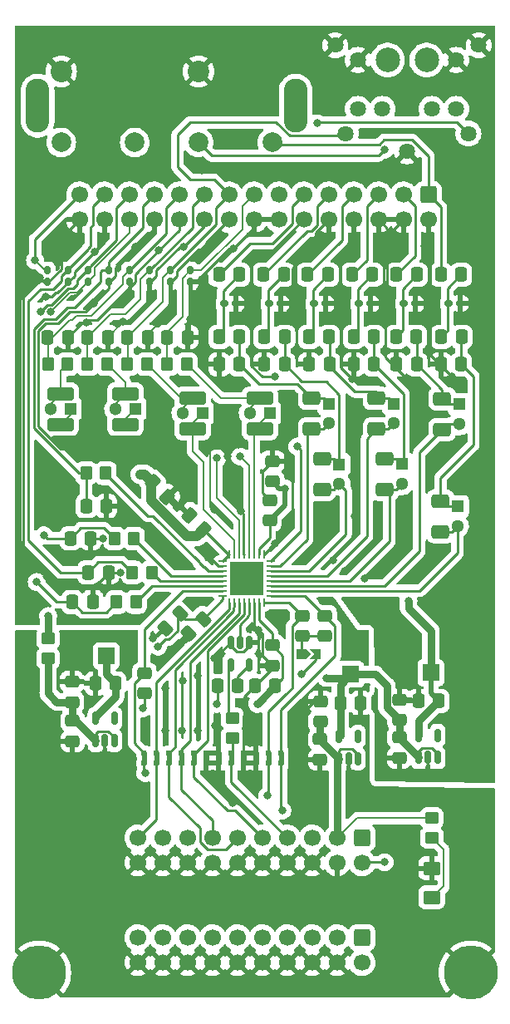
<source format=gbr>
%TF.GenerationSoftware,KiCad,Pcbnew,(6.0.11)*%
%TF.CreationDate,2023-02-04T17:29:26-05:00*%
%TF.ProjectId,tlv320aic3105_audio_board,746c7633-3230-4616-9963-333130355f61,rev?*%
%TF.SameCoordinates,Original*%
%TF.FileFunction,Copper,L1,Top*%
%TF.FilePolarity,Positive*%
%FSLAX46Y46*%
G04 Gerber Fmt 4.6, Leading zero omitted, Abs format (unit mm)*
G04 Created by KiCad (PCBNEW (6.0.11)) date 2023-02-04 17:29:26*
%MOMM*%
%LPD*%
G01*
G04 APERTURE LIST*
G04 Aperture macros list*
%AMRoundRect*
0 Rectangle with rounded corners*
0 $1 Rounding radius*
0 $2 $3 $4 $5 $6 $7 $8 $9 X,Y pos of 4 corners*
0 Add a 4 corners polygon primitive as box body*
4,1,4,$2,$3,$4,$5,$6,$7,$8,$9,$2,$3,0*
0 Add four circle primitives for the rounded corners*
1,1,$1+$1,$2,$3*
1,1,$1+$1,$4,$5*
1,1,$1+$1,$6,$7*
1,1,$1+$1,$8,$9*
0 Add four rect primitives between the rounded corners*
20,1,$1+$1,$2,$3,$4,$5,0*
20,1,$1+$1,$4,$5,$6,$7,0*
20,1,$1+$1,$6,$7,$8,$9,0*
20,1,$1+$1,$8,$9,$2,$3,0*%
%AMFreePoly0*
4,1,6,0.500000,-0.500000,-0.650000,-0.500000,-0.150000,0.000000,-0.650000,0.500000,0.500000,0.500000,0.500000,-0.500000,0.500000,-0.500000,$1*%
%AMFreePoly1*
4,1,6,1.000000,0.000000,0.500000,-0.500000,-0.500000,-0.500000,-0.500000,0.500000,0.500000,0.500000,1.000000,0.000000,1.000000,0.000000,$1*%
G04 Aperture macros list end*
%TA.AperFunction,EtchedComponent*%
%ADD10C,0.010000*%
%TD*%
%TA.AperFunction,SMDPad,CuDef*%
%ADD11RoundRect,0.250000X-0.350000X-0.450000X0.350000X-0.450000X0.350000X0.450000X-0.350000X0.450000X0*%
%TD*%
%TA.AperFunction,SMDPad,CuDef*%
%ADD12RoundRect,0.250000X0.475000X-0.337500X0.475000X0.337500X-0.475000X0.337500X-0.475000X-0.337500X0*%
%TD*%
%TA.AperFunction,SMDPad,CuDef*%
%ADD13RoundRect,0.250000X0.450000X-0.350000X0.450000X0.350000X-0.450000X0.350000X-0.450000X-0.350000X0*%
%TD*%
%TA.AperFunction,SMDPad,CuDef*%
%ADD14RoundRect,0.250000X-0.337500X-0.475000X0.337500X-0.475000X0.337500X0.475000X-0.337500X0.475000X0*%
%TD*%
%TA.AperFunction,ComponentPad*%
%ADD15RoundRect,0.250000X-0.600000X0.600000X-0.600000X-0.600000X0.600000X-0.600000X0.600000X0.600000X0*%
%TD*%
%TA.AperFunction,ComponentPad*%
%ADD16C,1.700000*%
%TD*%
%TA.AperFunction,SMDPad,CuDef*%
%ADD17RoundRect,0.160000X-0.160000X0.222500X-0.160000X-0.222500X0.160000X-0.222500X0.160000X0.222500X0*%
%TD*%
%TA.AperFunction,SMDPad,CuDef*%
%ADD18R,3.500000X3.500000*%
%TD*%
%TA.AperFunction,ComponentPad*%
%ADD19C,0.600000*%
%TD*%
%TA.AperFunction,SMDPad,CuDef*%
%ADD20RoundRect,0.062500X0.337500X-0.062500X0.337500X0.062500X-0.337500X0.062500X-0.337500X-0.062500X0*%
%TD*%
%TA.AperFunction,SMDPad,CuDef*%
%ADD21RoundRect,0.062500X0.062500X-0.337500X0.062500X0.337500X-0.062500X0.337500X-0.062500X-0.337500X0*%
%TD*%
%TA.AperFunction,SMDPad,CuDef*%
%ADD22RoundRect,0.160000X-0.222500X-0.160000X0.222500X-0.160000X0.222500X0.160000X-0.222500X0.160000X0*%
%TD*%
%TA.AperFunction,SMDPad,CuDef*%
%ADD23RoundRect,0.250000X0.337500X0.475000X-0.337500X0.475000X-0.337500X-0.475000X0.337500X-0.475000X0*%
%TD*%
%TA.AperFunction,SMDPad,CuDef*%
%ADD24RoundRect,0.250000X-0.475000X0.337500X-0.475000X-0.337500X0.475000X-0.337500X0.475000X0.337500X0*%
%TD*%
%TA.AperFunction,SMDPad,CuDef*%
%ADD25RoundRect,0.250000X-0.097227X0.574524X-0.574524X0.097227X0.097227X-0.574524X0.574524X-0.097227X0*%
%TD*%
%TA.AperFunction,ComponentPad*%
%ADD26R,1.300000X1.300000*%
%TD*%
%TA.AperFunction,SMDPad,CuDef*%
%ADD27RoundRect,0.250000X-0.650000X0.412500X-0.650000X-0.412500X0.650000X-0.412500X0.650000X0.412500X0*%
%TD*%
%TA.AperFunction,ComponentPad*%
%ADD28C,1.300000*%
%TD*%
%TA.AperFunction,SMDPad,CuDef*%
%ADD29RoundRect,0.250000X1.100000X-0.412500X1.100000X0.412500X-1.100000X0.412500X-1.100000X-0.412500X0*%
%TD*%
%TA.AperFunction,SMDPad,CuDef*%
%ADD30RoundRect,0.150000X0.150000X-0.512500X0.150000X0.512500X-0.150000X0.512500X-0.150000X-0.512500X0*%
%TD*%
%TA.AperFunction,ComponentPad*%
%ADD31R,1.700000X1.700000*%
%TD*%
%TA.AperFunction,SMDPad,CuDef*%
%ADD32RoundRect,0.250000X0.350000X0.450000X-0.350000X0.450000X-0.350000X-0.450000X0.350000X-0.450000X0*%
%TD*%
%TA.AperFunction,SMDPad,CuDef*%
%ADD33RoundRect,0.150000X-0.150000X0.512500X-0.150000X-0.512500X0.150000X-0.512500X0.150000X0.512500X0*%
%TD*%
%TA.AperFunction,ComponentPad*%
%ADD34C,2.500000*%
%TD*%
%TA.AperFunction,ComponentPad*%
%ADD35C,1.635000*%
%TD*%
%TA.AperFunction,SMDPad,CuDef*%
%ADD36RoundRect,0.250000X-0.450000X0.350000X-0.450000X-0.350000X0.450000X-0.350000X0.450000X0.350000X0*%
%TD*%
%TA.AperFunction,SMDPad,CuDef*%
%ADD37FreePoly0,0.000000*%
%TD*%
%TA.AperFunction,SMDPad,CuDef*%
%ADD38FreePoly1,0.000000*%
%TD*%
%TA.AperFunction,SMDPad,CuDef*%
%ADD39RoundRect,0.250000X-0.574524X-0.097227X-0.097227X-0.574524X0.574524X0.097227X0.097227X0.574524X0*%
%TD*%
%TA.AperFunction,ComponentPad*%
%ADD40C,2.000000*%
%TD*%
%TA.AperFunction,ComponentPad*%
%ADD41C,2.200000*%
%TD*%
%TA.AperFunction,ComponentPad*%
%ADD42O,2.400000X5.500000*%
%TD*%
%TA.AperFunction,SMDPad,CuDef*%
%ADD43RoundRect,0.250000X0.574524X0.097227X0.097227X0.574524X-0.574524X-0.097227X-0.097227X-0.574524X0*%
%TD*%
%TA.AperFunction,ComponentPad*%
%ADD44C,5.500000*%
%TD*%
%TA.AperFunction,SMDPad,CuDef*%
%ADD45R,0.504000X0.479000*%
%TD*%
%TA.AperFunction,SMDPad,CuDef*%
%ADD46R,0.508000X0.508000*%
%TD*%
%TA.AperFunction,SMDPad,CuDef*%
%ADD47R,0.508000X0.500000*%
%TD*%
%TA.AperFunction,SMDPad,CuDef*%
%ADD48RoundRect,0.250001X-0.624999X0.462499X-0.624999X-0.462499X0.624999X-0.462499X0.624999X0.462499X0*%
%TD*%
%TA.AperFunction,ViaPad*%
%ADD49C,0.800000*%
%TD*%
%TA.AperFunction,Conductor*%
%ADD50C,0.250000*%
%TD*%
%TA.AperFunction,Conductor*%
%ADD51C,0.500000*%
%TD*%
%TA.AperFunction,Conductor*%
%ADD52C,0.750000*%
%TD*%
%TA.AperFunction,Conductor*%
%ADD53C,0.200000*%
%TD*%
%TA.AperFunction,Conductor*%
%ADD54C,1.000000*%
%TD*%
G04 APERTURE END LIST*
%TO.C,GPIO3105*%
G36*
X94595500Y-96116000D02*
G01*
X94112500Y-96116000D01*
X94112500Y-94933000D01*
X94595500Y-94933000D01*
X94595500Y-96116000D01*
G37*
D10*
X94595500Y-96116000D02*
X94112500Y-96116000D01*
X94112500Y-94933000D01*
X94595500Y-94933000D01*
X94595500Y-96116000D01*
G36*
X98420500Y-96091000D02*
G01*
X97937500Y-96091000D01*
X97937500Y-94908000D01*
X98420500Y-94908000D01*
X98420500Y-96091000D01*
G37*
X98420500Y-96091000D02*
X97937500Y-96091000D01*
X97937500Y-94908000D01*
X98420500Y-94908000D01*
X98420500Y-96091000D01*
G36*
X99670500Y-96091000D02*
G01*
X99187500Y-96091000D01*
X99187500Y-94908000D01*
X99670500Y-94908000D01*
X99670500Y-96091000D01*
G37*
X99670500Y-96091000D02*
X99187500Y-96091000D01*
X99187500Y-94908000D01*
X99670500Y-94908000D01*
X99670500Y-96091000D01*
G36*
X92049500Y-96116000D02*
G01*
X91591500Y-96116000D01*
X91591500Y-94933000D01*
X92049500Y-94933000D01*
X92049500Y-96116000D01*
G37*
X92049500Y-96116000D02*
X91591500Y-96116000D01*
X91591500Y-94933000D01*
X92049500Y-94933000D01*
X92049500Y-96116000D01*
G36*
X100945500Y-96091000D02*
G01*
X100462500Y-96091000D01*
X100462500Y-94908000D01*
X100945500Y-94908000D01*
X100945500Y-96091000D01*
G37*
X100945500Y-96091000D02*
X100462500Y-96091000D01*
X100462500Y-94908000D01*
X100945500Y-94908000D01*
X100945500Y-96091000D01*
G36*
X102220500Y-96066000D02*
G01*
X101737500Y-96066000D01*
X101737500Y-94883000D01*
X102220500Y-94883000D01*
X102220500Y-96066000D01*
G37*
X102220500Y-96066000D02*
X101737500Y-96066000D01*
X101737500Y-94883000D01*
X102220500Y-94883000D01*
X102220500Y-96066000D01*
G36*
X106045500Y-96091000D02*
G01*
X105562500Y-96091000D01*
X105562500Y-94908000D01*
X106045500Y-94908000D01*
X106045500Y-96091000D01*
G37*
X106045500Y-96091000D02*
X105562500Y-96091000D01*
X105562500Y-94908000D01*
X106045500Y-94908000D01*
X106045500Y-96091000D01*
G36*
X103495500Y-96091000D02*
G01*
X103012500Y-96091000D01*
X103012500Y-94908000D01*
X103495500Y-94908000D01*
X103495500Y-96091000D01*
G37*
X103495500Y-96091000D02*
X103012500Y-96091000D01*
X103012500Y-94908000D01*
X103495500Y-94908000D01*
X103495500Y-96091000D01*
G36*
X104770500Y-96091000D02*
G01*
X104287500Y-96091000D01*
X104287500Y-94908000D01*
X104770500Y-94908000D01*
X104770500Y-96091000D01*
G37*
X104770500Y-96091000D02*
X104287500Y-96091000D01*
X104287500Y-94908000D01*
X104770500Y-94908000D01*
X104770500Y-96091000D01*
G36*
X97145500Y-96066000D02*
G01*
X96662500Y-96066000D01*
X96662500Y-94883000D01*
X97145500Y-94883000D01*
X97145500Y-96066000D01*
G37*
X97145500Y-96066000D02*
X96662500Y-96066000D01*
X96662500Y-94883000D01*
X97145500Y-94883000D01*
X97145500Y-96066000D01*
G36*
X93328500Y-96091000D02*
G01*
X92845500Y-96091000D01*
X92845500Y-94908000D01*
X93328500Y-94908000D01*
X93328500Y-96091000D01*
G37*
X93328500Y-96091000D02*
X92845500Y-96091000D01*
X92845500Y-94908000D01*
X93328500Y-94908000D01*
X93328500Y-96091000D01*
G36*
X95870500Y-96141000D02*
G01*
X95387500Y-96141000D01*
X95387500Y-94958000D01*
X95870500Y-94958000D01*
X95870500Y-96141000D01*
G37*
X95870500Y-96141000D02*
X95387500Y-96141000D01*
X95387500Y-94958000D01*
X95870500Y-94958000D01*
X95870500Y-96141000D01*
%TD*%
D11*
%TO.P,R13,1*%
%TO.N,HPLCOM*%
X86054500Y-55372000D03*
%TO.P,R13,2*%
%TO.N,Net-(C9-Pad2)*%
X88054500Y-55372000D03*
%TD*%
D12*
%TO.P,T\u002AC7,1*%
%TO.N,AVDD_ADC*%
X104902000Y-67331500D03*
%TO.P,T\u002AC7,2*%
%TO.N,Earth*%
X104902000Y-65256500D03*
%TD*%
D13*
%TO.P,R3,1*%
%TO.N,Net-(R3-Pad1)*%
X82042000Y-85328000D03*
%TO.P,R3,2*%
%TO.N,AVDD_ADC*%
X82042000Y-83328000D03*
%TD*%
D14*
%TO.P,C21,1*%
%TO.N,Earth*%
X122080000Y-55390000D03*
%TO.P,C21,2*%
%TO.N,Net-(C1-Pad1)*%
X124155000Y-55390000D03*
%TD*%
D15*
%TO.P,XIA2,1,HELD_HIGH*%
%TO.N,HELD_HIGH*%
X114046000Y-103632000D03*
D16*
%TO.P,XIA2,2,HELD_LOW*%
%TO.N,HELD_LOW*%
X114046000Y-106172000D03*
%TO.P,XIA2,3,5V*%
%TO.N,5V*%
X111506000Y-103632000D03*
%TO.P,XIA2,4,GND*%
%TO.N,GNDD*%
X111506000Y-106172000D03*
%TO.P,XIA2,5,12V*%
%TO.N,12V*%
X108966000Y-103632000D03*
%TO.P,XIA2,6,GND*%
%TO.N,GNDD*%
X108966000Y-106172000D03*
%TO.P,XIA2,7,DSP_DATA_IN*%
%TO.N,DSP_DATA_IN*%
X106426000Y-103632000D03*
%TO.P,XIA2,8,GND*%
%TO.N,GNDD*%
X106426000Y-106172000D03*
%TO.P,XIA2,9,DSP_DATA_OUT*%
%TO.N,DSP_DATA_OUT*%
X103886000Y-103632000D03*
%TO.P,XIA2,10,GND*%
%TO.N,GNDD*%
X103886000Y-106172000D03*
%TO.P,XIA2,11,BCLK*%
%TO.N,BCLK*%
X101346000Y-103632000D03*
%TO.P,XIA2,12,GND*%
%TO.N,GNDD*%
X101346000Y-106172000D03*
%TO.P,XIA2,13,LRCK*%
%TO.N,LRCK*%
X98806000Y-103632000D03*
%TO.P,XIA2,14,GND*%
%TO.N,GNDD*%
X98806000Y-106172000D03*
%TO.P,XIA2,15,SDA*%
%TO.N,3106_SDA_A*%
X96266000Y-103632000D03*
%TO.P,XIA2,16,GND*%
%TO.N,GNDD*%
X96266000Y-106172000D03*
%TO.P,XIA2,17,SCL*%
%TO.N,3106_SCL_A*%
X93726000Y-103632000D03*
%TO.P,XIA2,18,GND*%
%TO.N,GNDD*%
X93726000Y-106172000D03*
%TO.P,XIA2,19,MCLK*%
%TO.N,MCLK*%
X91186000Y-103632000D03*
%TO.P,XIA2,20,GND*%
%TO.N,GNDD*%
X91186000Y-106172000D03*
%TD*%
D17*
%TO.P,D34,1,K*%
%TO.N,RIGHT_LOM*%
X81980000Y-45807500D03*
%TO.P,D34,2,K*%
%TO.N,Earth*%
X81980000Y-46952500D03*
%TD*%
D18*
%TO.P,U1,33,MountPin*%
%TO.N,GNDD*%
X102272000Y-77212000D03*
D19*
X103722000Y-78662000D03*
X102272000Y-77212000D03*
X103722000Y-75762000D03*
X100822000Y-77212000D03*
X102272000Y-75762000D03*
X100822000Y-75762000D03*
X103722000Y-77212000D03*
X102272000Y-78662000D03*
X100822000Y-78662000D03*
D20*
%TO.P,U1,32,DVDD*%
%TO.N,DVDD*%
X99822000Y-78962000D03*
%TO.P,U1,31,RESET^*%
%TO.N,3106_RESET*%
X99822000Y-78462000D03*
%TO.P,U1,30,RIGHT_LOM*%
%TO.N,Net-(R18-Pad1)*%
X99822000Y-77962000D03*
%TO.P,U1,29,RIGHT_LOP*%
%TO.N,Net-(R17-Pad1)*%
X99822000Y-77462000D03*
%TO.P,U1,28,LEFT_LOM*%
%TO.N,Net-(R16-Pad1)*%
X99822000Y-76962000D03*
%TO.P,U1,27,LEFT_LOP*%
%TO.N,Net-(R15-Pad1)*%
X99822000Y-76462000D03*
%TO.P,U1,26,AVSS_DAC*%
%TO.N,Earth*%
X99822000Y-75962000D03*
%TO.P,U1,25,AVDD_DAC*%
%TO.N,AVDD_ADC*%
X99822000Y-75462000D03*
D21*
%TO.P,U1,24,DRVDD*%
X100522000Y-74762000D03*
%TO.P,U1,23,HPROUT*%
%TO.N,Net-(C8-Pad1)*%
X101022000Y-74762000D03*
%TO.P,U1,22,HPRCOM*%
%TO.N,Net-(C10-Pad1)*%
X101522000Y-74762000D03*
%TO.P,U1,21,DRVSS*%
%TO.N,Earth*%
X102022000Y-74762000D03*
%TO.P,U1,20,HPLCOM*%
%TO.N,Net-(C9-Pad1)*%
X102522000Y-74762000D03*
%TO.P,U1,19,HPLOUT*%
%TO.N,Net-(C7-Pad1)*%
X103022000Y-74762000D03*
%TO.P,U1,18,DRVDD*%
%TO.N,AVDD_ADC*%
X103522000Y-74762000D03*
%TO.P,U1,17,AVSS_ADC*%
%TO.N,Earth*%
X104022000Y-74762000D03*
D20*
%TO.P,U1,16,MICBIAS*%
%TO.N,MICBIAS*%
X104722000Y-75462000D03*
%TO.P,U1,15,LINE3R*%
%TO.N,Net-(C6-Pad2)*%
X104722000Y-75962000D03*
%TO.P,U1,14,LINE3L*%
%TO.N,Net-(C5-Pad2)*%
X104722000Y-76462000D03*
%TO.P,U1,13,LINE2R*%
%TO.N,Net-(C4-Pad2)*%
X104722000Y-76962000D03*
%TO.P,U1,12,LINE2L*%
%TO.N,Net-(C3-Pad2)*%
X104722000Y-77462000D03*
%TO.P,U1,11,LINE1R*%
%TO.N,Net-(C2-Pad2)*%
X104722000Y-77962000D03*
%TO.P,U1,10,LINE1L*%
%TO.N,Net-(C1-Pad2)*%
X104722000Y-78462000D03*
%TO.P,U1,9,SDA*%
%TO.N,3106_SDA_A*%
X104722000Y-78962000D03*
D21*
%TO.P,U1,8,SCL*%
%TO.N,3106_SCL_A*%
X104022000Y-79662000D03*
%TO.P,U1,7,IOVDD*%
%TO.N,ENABLE2*%
X103522000Y-79662000D03*
%TO.P,U1,6,DVSS*%
%TO.N,GNDD*%
X103022000Y-79662000D03*
%TO.P,U1,5,DOUT*%
%TO.N,3105_DOUT*%
X102522000Y-79662000D03*
%TO.P,U1,4,DIN*%
%TO.N,3105_DIN*%
X102022000Y-79662000D03*
%TO.P,U1,3,WCLK*%
%TO.N,3105_LRCK1*%
X101522000Y-79662000D03*
%TO.P,U1,2,BCLK*%
%TO.N,3105_BCLK1*%
X101022000Y-79662000D03*
%TO.P,U1,1,MCLK*%
%TO.N,3105_MCLK1*%
X100522000Y-79662000D03*
%TD*%
D17*
%TO.P,D29,1,K*%
%TO.N,HPLCOM*%
X92387140Y-45807500D03*
%TO.P,D29,2,K*%
%TO.N,Earth*%
X92387140Y-46952500D03*
%TD*%
D22*
%TO.P,D24,1,K*%
%TO.N,Net-(D24-Pad1)*%
X109154164Y-49220000D03*
%TO.P,D24,2,K*%
%TO.N,Earth*%
X110299164Y-49220000D03*
%TD*%
D12*
%TO.P,T\u002AC8,1*%
%TO.N,AVDD_ADC*%
X104621000Y-71311000D03*
%TO.P,T\u002AC8,2*%
%TO.N,Earth*%
X104621000Y-69236000D03*
%TD*%
D22*
%TO.P,D22,1,K*%
%TO.N,Net-(D22-Pad1)*%
X118303052Y-49220000D03*
%TO.P,D22,2,K*%
%TO.N,Earth*%
X119448052Y-49220000D03*
%TD*%
D23*
%TO.P,T\u002AC3,1*%
%TO.N,ENABLE2*%
X105177500Y-88138000D03*
%TO.P,T\u002AC3,2*%
%TO.N,GNDD*%
X103102500Y-88138000D03*
%TD*%
D24*
%TO.P,T\u002AC10,1*%
%TO.N,ENABLE2*%
X117840000Y-93392500D03*
%TO.P,T\u002AC10,2*%
%TO.N,Earth*%
X117840000Y-95467500D03*
%TD*%
D25*
%TO.P,T\u002AC5,1*%
%TO.N,DVDD*%
X95475623Y-80800377D03*
%TO.P,T\u002AC5,2*%
%TO.N,GNDD*%
X94008377Y-82267623D03*
%TD*%
D17*
%TO.P,D28,1,K*%
%TO.N,HPROUT*%
X94468568Y-45807500D03*
%TO.P,D28,2,K*%
%TO.N,Earth*%
X94468568Y-46952500D03*
%TD*%
D22*
%TO.P,D26,1,K*%
%TO.N,Net-(D26-Pad1)*%
X100005276Y-49220000D03*
%TO.P,D26,2,K*%
%TO.N,Earth*%
X101150276Y-49220000D03*
%TD*%
D17*
%TO.P,D30,1,K*%
%TO.N,HPRCOM*%
X90305712Y-45807500D03*
%TO.P,D30,2,K*%
%TO.N,Earth*%
X90305712Y-46952500D03*
%TD*%
D26*
%TO.P,C4,1*%
%TO.N,Net-(C24-Pad2)*%
X117275500Y-59400760D03*
D27*
X115525500Y-58850760D03*
D28*
%TO.P,C4,2*%
%TO.N,Net-(C4-Pad2)*%
X117275500Y-61400760D03*
D27*
X115525500Y-61975760D03*
%TD*%
D14*
%TO.P,R31,1*%
%TO.N,Net-(D21-Pad1)*%
X122123000Y-52596000D03*
%TO.P,R31,2*%
%TO.N,Net-(C1-Pad1)*%
X124198000Y-52596000D03*
%TD*%
D23*
%TO.P,C17,1*%
%TO.N,Earth*%
X88188500Y-76575287D03*
%TO.P,C17,2*%
%TO.N,RIGHT_LOP*%
X86113500Y-76575287D03*
%TD*%
D24*
%TO.P,T\u002AC13,1*%
%TO.N,Net-(R3-Pad1)*%
X84534000Y-91702500D03*
%TO.P,T\u002AC13,2*%
%TO.N,GNDD*%
X84534000Y-93777500D03*
%TD*%
D26*
%TO.P,C9,1*%
%TO.N,Net-(C9-Pad1)*%
X90916000Y-59944240D03*
D29*
X89916000Y-61506740D03*
%TO.P,C9,2*%
%TO.N,Net-(C9-Pad2)*%
X89916000Y-58381740D03*
D28*
X88916000Y-59944240D03*
%TD*%
D14*
%TO.P,FB22,1*%
%TO.N,LIN1R*%
X117556100Y-46250000D03*
%TO.P,FB22,2*%
%TO.N,Net-(D22-Pad1)*%
X119631100Y-46250000D03*
%TD*%
D12*
%TO.P,T\u002AC22,1*%
%TO.N,5V*%
X109790000Y-91785000D03*
%TO.P,T\u002AC22,2*%
%TO.N,GNDD*%
X109790000Y-89710000D03*
%TD*%
D30*
%TO.P,U21,1,IN*%
%TO.N,5V*%
X111710000Y-95557500D03*
%TO.P,U21,2,GND*%
%TO.N,GNDD*%
X112660000Y-95557500D03*
%TO.P,U21,3,EN*%
%TO.N,5V*%
X113610000Y-95557500D03*
%TO.P,U21,4,NC*%
%TO.N,unconnected-(U21-Pad4)*%
X113610000Y-93282500D03*
%TO.P,U21,5,OUT*%
%TO.N,ENABLE2*%
X111710000Y-93282500D03*
%TD*%
D31*
%TO.P,PD3.3,1,Pin_1*%
%TO.N,ENABLE2*%
X112880000Y-86960000D03*
%TD*%
D32*
%TO.P,R17,1*%
%TO.N,Net-(R17-Pad1)*%
X92601000Y-76588145D03*
%TO.P,R17,2*%
%TO.N,RIGHT_LOP*%
X90601000Y-76588145D03*
%TD*%
D17*
%TO.P,D32,1,K*%
%TO.N,LEFT_LOM*%
X86142856Y-45807500D03*
%TO.P,D32,2,K*%
%TO.N,Earth*%
X86142856Y-46952500D03*
%TD*%
D11*
%TO.P,R14,2*%
%TO.N,Net-(C10-Pad2)*%
X84012000Y-55372000D03*
%TO.P,R14,1*%
%TO.N,HPRCOM*%
X82012000Y-55372000D03*
%TD*%
D17*
%TO.P,D31,1,K*%
%TO.N,LEFT_LOP*%
X88224284Y-45807500D03*
%TO.P,D31,2,K*%
%TO.N,Earth*%
X88224284Y-46952500D03*
%TD*%
D14*
%TO.P,R34,1*%
%TO.N,Net-(D24-Pad1)*%
X108618000Y-52596000D03*
%TO.P,R34,2*%
%TO.N,Net-(C24-Pad2)*%
X110693000Y-52596000D03*
%TD*%
D22*
%TO.P,D23,1,K*%
%TO.N,Net-(D23-Pad1)*%
X113728608Y-49220000D03*
%TO.P,D23,2,K*%
%TO.N,Earth*%
X114873608Y-49220000D03*
%TD*%
D17*
%TO.P,D33,1,K*%
%TO.N,RIGHT_LOP*%
X84061428Y-45807500D03*
%TO.P,D33,2,K*%
%TO.N,Earth*%
X84061428Y-46952500D03*
%TD*%
D14*
%TO.P,C23,1*%
%TO.N,Earth*%
X113190000Y-55390000D03*
%TO.P,C23,2*%
%TO.N,Net-(C23-Pad2)*%
X115265000Y-55390000D03*
%TD*%
D32*
%TO.P,R16,1*%
%TO.N,Net-(R16-Pad1)*%
X90800000Y-73131429D03*
%TO.P,R16,2*%
%TO.N,LEFT_LOM*%
X88800000Y-73131429D03*
%TD*%
D24*
%TO.P,R29,1*%
%TO.N,3106_SDA_A*%
X110236000Y-80983000D03*
%TO.P,R29,2*%
%TO.N,Net-(PU_EN21-Pad1)*%
X110236000Y-83058000D03*
%TD*%
D33*
%TO.P,U14,1,OE*%
%TO.N,GNDD*%
X102550000Y-83698500D03*
%TO.P,U14,2,A*%
%TO.N,3105_DOUT*%
X101600000Y-83698500D03*
%TO.P,U14,3,GND*%
%TO.N,GNDD*%
X100650000Y-83698500D03*
%TO.P,U14,4,Y*%
%TO.N,Net-(R2-Pad2)*%
X100650000Y-85973500D03*
%TO.P,U14,5,VCC*%
%TO.N,Net-(C20-Pad2)*%
X102550000Y-85973500D03*
%TD*%
D27*
%TO.P,C5,1*%
%TO.N,Net-(C25-Pad2)*%
X109960000Y-65020160D03*
D26*
X111710000Y-65570160D03*
D28*
%TO.P,C5,2*%
%TO.N,Net-(C5-Pad2)*%
X111710000Y-67570160D03*
D27*
X109960000Y-68145160D03*
%TD*%
D23*
%TO.P,C13,2*%
%TO.N,Earth*%
X88122000Y-52608000D03*
%TO.P,C13,1*%
%TO.N,HPLCOM*%
X86047000Y-52608000D03*
%TD*%
D12*
%TO.P,R27,1*%
%TO.N,ENABLE2*%
X91862000Y-88921500D03*
%TO.P,R27,2*%
%TO.N,3106_RESET*%
X91862000Y-86846500D03*
%TD*%
D14*
%TO.P,FB23,1*%
%TO.N,LIN2L*%
X113029700Y-46250000D03*
%TO.P,FB23,2*%
%TO.N,Net-(D23-Pad1)*%
X115104700Y-46250000D03*
%TD*%
D23*
%TO.P,C12,2*%
%TO.N,Earth*%
X92186000Y-52608000D03*
%TO.P,C12,1*%
%TO.N,HPROUT*%
X90111000Y-52608000D03*
%TD*%
D14*
%TO.P,R33,1*%
%TO.N,Net-(D23-Pad1)*%
X113190000Y-52596000D03*
%TO.P,R33,2*%
%TO.N,Net-(C23-Pad2)*%
X115265000Y-52596000D03*
%TD*%
D23*
%TO.P,C18,1*%
%TO.N,Earth*%
X86577500Y-79590000D03*
%TO.P,C18,2*%
%TO.N,RIGHT_LOM*%
X84502500Y-79590000D03*
%TD*%
D34*
%TO.P,LINE_IO1,13*%
%TO.N,N/C*%
X116634900Y-24373900D03*
%TO.P,LINE_IO1,12*%
X120614900Y-24373900D03*
D35*
%TO.P,LINE_IO1,11,A*%
%TO.N,Earth*%
X118624900Y-33673900D03*
%TO.P,LINE_IO1,10,A*%
X111309900Y-22873900D03*
%TO.P,LINE_IO1,9,A*%
X125939900Y-22873900D03*
%TO.P,LINE_IO1,8,RS*%
%TO.N,LIN2RS*%
X121124900Y-29373900D03*
%TO.P,LINE_IO1,7,TS*%
%TO.N,LIN2LS*%
X116124900Y-29373900D03*
%TO.P,LINE_IO1,6,S*%
%TO.N,Earth*%
X123629900Y-24373900D03*
%TO.P,LINE_IO1,5,R*%
%TO.N,LIN2R*%
X123629900Y-29373900D03*
%TO.P,LINE_IO1,4,T*%
%TO.N,LIN2L*%
X113619900Y-29373900D03*
%TO.P,LINE_IO1,3,R*%
%TO.N,HPROUT*%
X112374900Y-31863900D03*
%TO.P,LINE_IO1,2,T*%
%TO.N,HPLOUT*%
X124874900Y-31863900D03*
%TO.P,LINE_IO1,1,S*%
%TO.N,Earth*%
X113619900Y-24373900D03*
%TD*%
D14*
%TO.P,FB24,1*%
%TO.N,LIN2R*%
X108503300Y-46250000D03*
%TO.P,FB24,2*%
%TO.N,Net-(D24-Pad1)*%
X110578300Y-46250000D03*
%TD*%
%TO.P,R32,1*%
%TO.N,Net-(D22-Pad1)*%
X117508000Y-52596000D03*
%TO.P,R32,2*%
%TO.N,Net-(C2-Pad1)*%
X119583000Y-52596000D03*
%TD*%
D24*
%TO.P,R28,1*%
%TO.N,3106_SCL_A*%
X107950000Y-81004500D03*
%TO.P,R28,2*%
%TO.N,Net-(PU_EN21-Pad1)*%
X107950000Y-83079500D03*
%TD*%
D23*
%TO.P,C15,1*%
%TO.N,Earth*%
X87988500Y-69831000D03*
%TO.P,C15,2*%
%TO.N,LEFT_LOP*%
X85913500Y-69831000D03*
%TD*%
D36*
%TO.P,R1,1*%
%TO.N,5V*%
X121158000Y-101616000D03*
%TO.P,R1,2*%
%TO.N,Net-(D1-Pad2)*%
X121158000Y-103616000D03*
%TD*%
D22*
%TO.P,D25,1,K*%
%TO.N,Net-(D25-Pad1)*%
X104579720Y-49220000D03*
%TO.P,D25,2,K*%
%TO.N,Earth*%
X105724720Y-49220000D03*
%TD*%
D37*
%TO.P,PU_EN21,2,2*%
%TO.N,ENABLE2*%
X109343584Y-84911854D03*
D38*
%TO.P,PU_EN21,1,1*%
%TO.N,Net-(PU_EN21-Pad1)*%
X107893584Y-84911854D03*
%TD*%
D23*
%TO.P,T\u002AC15,1*%
%TO.N,DVDD*%
X88921500Y-87890000D03*
%TO.P,T\u002AC15,2*%
%TO.N,GNDD*%
X86846500Y-87890000D03*
%TD*%
D14*
%TO.P,FB21,1*%
%TO.N,LIN1L*%
X122082500Y-46250000D03*
%TO.P,FB21,2*%
%TO.N,Net-(D21-Pad1)*%
X124157500Y-46250000D03*
%TD*%
D12*
%TO.P,T\u002AC9,1*%
%TO.N,Net-(R3-Pad1)*%
X84484000Y-89777500D03*
%TO.P,T\u002AC9,2*%
%TO.N,GNDD*%
X84484000Y-87702500D03*
%TD*%
D14*
%TO.P,C26,1*%
%TO.N,Earth*%
X99474000Y-55390000D03*
%TO.P,C26,2*%
%TO.N,Net-(C26-Pad2)*%
X101549000Y-55390000D03*
%TD*%
D26*
%TO.P,C3,1*%
%TO.N,Net-(C23-Pad2)*%
X118110000Y-65548000D03*
D27*
X116360000Y-64998000D03*
D28*
%TO.P,C3,2*%
%TO.N,Net-(C3-Pad2)*%
X118110000Y-67548000D03*
D27*
X116360000Y-68123000D03*
%TD*%
D14*
%TO.P,C22,1*%
%TO.N,Earth*%
X117529500Y-55390000D03*
%TO.P,C22,2*%
%TO.N,Net-(C2-Pad1)*%
X119604500Y-55390000D03*
%TD*%
D23*
%TO.P,C14,2*%
%TO.N,Earth*%
X84079500Y-52608000D03*
%TO.P,C14,1*%
%TO.N,HPRCOM*%
X82004500Y-52608000D03*
%TD*%
D14*
%TO.P,C25,1*%
%TO.N,Earth*%
X104067500Y-55390000D03*
%TO.P,C25,2*%
%TO.N,Net-(C25-Pad2)*%
X106142500Y-55390000D03*
%TD*%
D25*
%TO.P,T\u002AC6,1*%
%TO.N,DVDD*%
X97853623Y-81326377D03*
%TO.P,T\u002AC6,2*%
%TO.N,GNDD*%
X96386377Y-82793623D03*
%TD*%
D26*
%TO.P,C2,1*%
%TO.N,Net-(C2-Pad1)*%
X123952000Y-59452000D03*
D27*
X122202000Y-58902000D03*
D28*
%TO.P,C2,2*%
%TO.N,Net-(C2-Pad2)*%
X123952000Y-61452000D03*
D27*
X122202000Y-62027000D03*
%TD*%
%TO.P,C1,1*%
%TO.N,Net-(C1-Pad1)*%
X122027849Y-69316000D03*
D26*
X123777849Y-69866000D03*
D28*
%TO.P,C1,2*%
%TO.N,Net-(C1-Pad2)*%
X123777849Y-71866000D03*
D27*
X122027849Y-72441000D03*
%TD*%
D30*
%TO.P,U18,1,IN*%
%TO.N,Net-(R3-Pad1)*%
X86884000Y-93727500D03*
%TO.P,U18,2,GND*%
%TO.N,GNDD*%
X87834000Y-93727500D03*
%TO.P,U18,3,EN*%
%TO.N,Net-(R3-Pad1)*%
X88784000Y-93727500D03*
%TO.P,U18,4,NC*%
%TO.N,unconnected-(U18-Pad4)*%
X88784000Y-91452500D03*
%TO.P,U18,5,OUT*%
%TO.N,DVDD*%
X86884000Y-91452500D03*
%TD*%
D39*
%TO.P,T\u002AC11,1*%
%TO.N,AVDD_ADC*%
X92706377Y-67416377D03*
%TO.P,T\u002AC11,2*%
%TO.N,Earth*%
X94173623Y-68883623D03*
%TD*%
D14*
%TO.P,C20,1*%
%TO.N,ENABLE2*%
X99292500Y-88138000D03*
%TO.P,C20,2*%
%TO.N,Net-(C20-Pad2)*%
X101367500Y-88138000D03*
%TD*%
D23*
%TO.P,C16,1*%
%TO.N,Earth*%
X86387500Y-73110000D03*
%TO.P,C16,2*%
%TO.N,LEFT_LOM*%
X84312500Y-73110000D03*
%TD*%
%TO.P,T\u002AC16,1*%
%TO.N,AVDD_ADC*%
X121847500Y-89690000D03*
%TO.P,T\u002AC16,2*%
%TO.N,Earth*%
X119772500Y-89690000D03*
%TD*%
D14*
%TO.P,FB25,1*%
%TO.N,LIN3L*%
X103976900Y-46250000D03*
%TO.P,FB25,2*%
%TO.N,Net-(D25-Pad1)*%
X106051900Y-46250000D03*
%TD*%
D24*
%TO.P,T\u002AC4,1*%
%TO.N,ENABLE2*%
X104902000Y-84012000D03*
%TO.P,T\u002AC4,2*%
%TO.N,GNDD*%
X104902000Y-86087000D03*
%TD*%
D23*
%TO.P,C11,2*%
%TO.N,Earth*%
X96250000Y-52608000D03*
%TO.P,C11,1*%
%TO.N,HPLOUT*%
X94175000Y-52608000D03*
%TD*%
D32*
%TO.P,R18,1*%
%TO.N,Net-(R18-Pad1)*%
X90990000Y-79594287D03*
%TO.P,R18,2*%
%TO.N,RIGHT_LOM*%
X88990000Y-79594287D03*
%TD*%
D26*
%TO.P,C6,1*%
%TO.N,Net-(C26-Pad2)*%
X110671500Y-59401000D03*
D27*
X108921500Y-58851000D03*
D28*
%TO.P,C6,2*%
%TO.N,Net-(C6-Pad2)*%
X110671500Y-61401000D03*
D27*
X108921500Y-61976000D03*
%TD*%
D26*
%TO.P,C8,1*%
%TO.N,Net-(C8-Pad1)*%
X97774000Y-60379080D03*
D29*
X96774000Y-61941580D03*
%TO.P,C8,2*%
%TO.N,Net-(C8-Pad2)*%
X96774000Y-58816580D03*
D28*
X95774000Y-60379080D03*
%TD*%
D11*
%TO.P,R11,2*%
%TO.N,Net-(C7-Pad2)*%
X96191000Y-55372000D03*
%TO.P,R11,1*%
%TO.N,HPLOUT*%
X94191000Y-55372000D03*
%TD*%
D14*
%TO.P,FB26,1*%
%TO.N,LIN3R*%
X99450500Y-46250000D03*
%TO.P,FB26,2*%
%TO.N,Net-(D26-Pad1)*%
X101525500Y-46250000D03*
%TD*%
D40*
%TO.P,RCA_IN1,2T2,2T2*%
%TO.N,Net-(OUTR1-Pad2)*%
X83374900Y-32790000D03*
%TO.P,RCA_IN1,2T1,2T1*%
%TO.N,Net-(OUTL1-Pad2)*%
X90874900Y-32790000D03*
D41*
%TO.P,RCA_IN1,2S,2S*%
%TO.N,Earth*%
X83374900Y-25540000D03*
D42*
%TO.P,RCA_IN1,2*%
%TO.N,N/C*%
X80974900Y-29040000D03*
D40*
%TO.P,RCA_IN1,1T2,1T2*%
%TO.N,LIN1R*%
X97374900Y-32790000D03*
%TO.P,RCA_IN1,1T1,1T1*%
%TO.N,LIN1L*%
X104874900Y-32790000D03*
D41*
%TO.P,RCA_IN1,1S,1S*%
%TO.N,Earth*%
X97374900Y-25540000D03*
D42*
%TO.P,RCA_IN1,1*%
%TO.N,N/C*%
X107274900Y-29040000D03*
%TD*%
D43*
%TO.P,T\u002AC12,1*%
%TO.N,AVDD_ADC*%
X97903623Y-72203623D03*
%TO.P,T\u002AC12,2*%
%TO.N,Earth*%
X96436377Y-70736377D03*
%TD*%
D44*
%TO.P,board_outline1,1,GND*%
%TO.N,GNDD*%
X125124900Y-117350000D03*
X81124900Y-117350000D03*
%TD*%
D31*
%TO.P,P18,1,Pin_1*%
%TO.N,DVDD*%
X87984000Y-85090000D03*
%TD*%
D14*
%TO.P,R35,1*%
%TO.N,Net-(D25-Pad1)*%
X104067500Y-52596000D03*
%TO.P,R35,2*%
%TO.N,Net-(C25-Pad2)*%
X106142500Y-52596000D03*
%TD*%
%TO.P,R36,1*%
%TO.N,Net-(D26-Pad1)*%
X99474000Y-52596000D03*
%TO.P,R36,2*%
%TO.N,Net-(C26-Pad2)*%
X101549000Y-52596000D03*
%TD*%
%TO.P,C24,1*%
%TO.N,Earth*%
X108639500Y-55390000D03*
%TO.P,C24,2*%
%TO.N,Net-(C24-Pad2)*%
X110714500Y-55390000D03*
%TD*%
D17*
%TO.P,D27,1,K*%
%TO.N,HPLOUT*%
X96550000Y-45807500D03*
%TO.P,D27,2,K*%
%TO.N,Earth*%
X96550000Y-46952500D03*
%TD*%
D15*
%TO.P,3105IO1,1,LIN1L*%
%TO.N,LIN1L*%
X120793000Y-38109500D03*
D16*
%TO.P,3105IO1,2,GND*%
%TO.N,Earth*%
X120793000Y-40649500D03*
%TO.P,3105IO1,3,LIN1R*%
%TO.N,LIN1R*%
X118253000Y-38109500D03*
%TO.P,3105IO1,4,GND*%
%TO.N,Earth*%
X118253000Y-40649500D03*
%TO.P,3105IO1,5,LIN2L*%
%TO.N,LIN2L*%
X115713000Y-38109500D03*
%TO.P,3105IO1,6,GND*%
%TO.N,Earth*%
X115713000Y-40649500D03*
%TO.P,3105IO1,7,LIN2R*%
%TO.N,LIN2R*%
X113173000Y-38109500D03*
%TO.P,3105IO1,8,GND*%
%TO.N,Earth*%
X113173000Y-40649500D03*
%TO.P,3105IO1,9,LIN3L*%
%TO.N,LIN3L*%
X110633000Y-38109500D03*
%TO.P,3105IO1,10,GND*%
%TO.N,Earth*%
X110633000Y-40649500D03*
%TO.P,3105IO1,11,LIN3R*%
%TO.N,LIN3R*%
X108093000Y-38109500D03*
%TO.P,3105IO1,12,GND*%
%TO.N,Earth*%
X108093000Y-40649500D03*
%TO.P,3105IO1,13,MICBIAS*%
%TO.N,MICBIAS*%
X105553000Y-38109500D03*
%TO.P,3105IO1,14,GND*%
%TO.N,Earth*%
X105553000Y-40649500D03*
%TO.P,3105IO1,15,HPLOUT*%
%TO.N,HPLOUT*%
X103013000Y-38109500D03*
%TO.P,3105IO1,16,GND*%
%TO.N,Earth*%
X103013000Y-40649500D03*
%TO.P,3105IO1,17,HPROUT*%
%TO.N,HPROUT*%
X100473000Y-38109500D03*
%TO.P,3105IO1,18,GND*%
%TO.N,Earth*%
X100473000Y-40649500D03*
%TO.P,3105IO1,19,HPLCOM*%
%TO.N,HPLCOM*%
X97933000Y-38109500D03*
%TO.P,3105IO1,20,GND*%
%TO.N,Earth*%
X97933000Y-40649500D03*
%TO.P,3105IO1,21,HPRCOM*%
%TO.N,HPRCOM*%
X95393000Y-38109500D03*
%TO.P,3105IO1,22,GND*%
%TO.N,Earth*%
X95393000Y-40649500D03*
%TO.P,3105IO1,23,LEFT_LOP*%
%TO.N,LEFT_LOP*%
X92853000Y-38109500D03*
%TO.P,3105IO1,24,GND*%
%TO.N,Earth*%
X92853000Y-40649500D03*
%TO.P,3105IO1,25,LEFT_LOM*%
%TO.N,LEFT_LOM*%
X90313000Y-38109500D03*
%TO.P,3105IO1,26,GND*%
%TO.N,Earth*%
X90313000Y-40649500D03*
%TO.P,3105IO1,27,RIGHT_LOP*%
%TO.N,RIGHT_LOP*%
X87773000Y-38109500D03*
%TO.P,3105IO1,28,GND*%
%TO.N,Earth*%
X87773000Y-40649500D03*
%TO.P,3105IO1,29,RIGHT_LOM*%
%TO.N,RIGHT_LOM*%
X85233000Y-38109500D03*
%TO.P,3105IO1,30,GND*%
%TO.N,Earth*%
X85233000Y-40649500D03*
%TD*%
D14*
%TO.P,T\u002AC23,1*%
%TO.N,ENABLE2*%
X111822500Y-89890000D03*
%TO.P,T\u002AC23,2*%
%TO.N,GNDD*%
X113897500Y-89890000D03*
%TD*%
D30*
%TO.P,U33,1,IN*%
%TO.N,ENABLE2*%
X119824998Y-95444366D03*
%TO.P,U33,2,GND*%
%TO.N,Earth*%
X120774998Y-95444366D03*
%TO.P,U33,3,EN*%
%TO.N,ENABLE2*%
X121724998Y-95444366D03*
%TO.P,U33,4,NC*%
%TO.N,unconnected-(U33-Pad4)*%
X121724998Y-93169366D03*
%TO.P,U33,5,OUT*%
%TO.N,AVDD_ADC*%
X119824998Y-93169366D03*
%TD*%
D13*
%TO.P,R2,1*%
%TO.N,3105_DOUT+*%
X100838000Y-93456000D03*
%TO.P,R2,2*%
%TO.N,Net-(R2-Pad2)*%
X100838000Y-91456000D03*
%TD*%
D31*
%TO.P,P33,1,Pin_1*%
%TO.N,AVDD_ADC*%
X121060000Y-86810000D03*
%TD*%
D26*
%TO.P,C7,1*%
%TO.N,Net-(C7-Pad1)*%
X104632000Y-60379080D03*
D29*
X103632000Y-61941580D03*
%TO.P,C7,2*%
%TO.N,Net-(C7-Pad2)*%
X103632000Y-58816580D03*
D28*
X102632000Y-60379080D03*
%TD*%
D12*
%TO.P,T\u002AC14,1*%
%TO.N,ENABLE2*%
X117864998Y-91606866D03*
%TO.P,T\u002AC14,2*%
%TO.N,Earth*%
X117864998Y-89531866D03*
%TD*%
D45*
%TO.P,GPIO3105,1,Pin_1*%
%TO.N,HELD_HIGH*%
X91818500Y-96018500D03*
D46*
%TO.P,GPIO3105,2,Pin_2*%
%TO.N,3106_RESET*%
X91820500Y-95004000D03*
D47*
%TO.P,GPIO3105,3,Pin_3*%
%TO.N,MCLK*%
X93090500Y-96008000D03*
D46*
%TO.P,GPIO3105,4,Pin_4*%
%TO.N,3105_MCLK1*%
X93090500Y-95004000D03*
D47*
%TO.P,GPIO3105,5,Pin_5*%
%TO.N,BCLK*%
X94360500Y-96008000D03*
D46*
%TO.P,GPIO3105,6,Pin_6*%
%TO.N,3105_BCLK1*%
X94360500Y-95004000D03*
D47*
%TO.P,GPIO3105,7,Pin_7*%
%TO.N,LRCK*%
X95630500Y-96008000D03*
D46*
%TO.P,GPIO3105,8,Pin_8*%
%TO.N,3105_LRCK1*%
X95630500Y-95004000D03*
D47*
%TO.P,GPIO3105,9,Pin_9*%
%TO.N,DSP_DATA_OUT*%
X96900500Y-96008000D03*
D46*
%TO.P,GPIO3105,10,Pin_10*%
%TO.N,3105_DIN*%
X96900500Y-95004000D03*
D47*
%TO.P,GPIO3105,11,Pin_11*%
%TO.N,GNDD*%
X98170500Y-96008000D03*
D46*
%TO.P,GPIO3105,12,Pin_12*%
X98170500Y-95004000D03*
D47*
%TO.P,GPIO3105,13,Pin_13*%
X99440500Y-96008000D03*
D46*
%TO.P,GPIO3105,14,Pin_14*%
X99440500Y-95004000D03*
D47*
%TO.P,GPIO3105,15,Pin_15*%
%TO.N,DSP_DATA_IN*%
X100710500Y-96008000D03*
D46*
%TO.P,GPIO3105,16,Pin_16*%
%TO.N,3105_DOUT+*%
X100710500Y-95004000D03*
D47*
%TO.P,GPIO3105,17,Pin_17*%
%TO.N,GNDD*%
X101980500Y-96008000D03*
D46*
%TO.P,GPIO3105,18,Pin_18*%
X101980500Y-95004000D03*
D47*
%TO.P,GPIO3105,19,Pin_19*%
X103250500Y-96008000D03*
D46*
%TO.P,GPIO3105,20,Pin_20*%
X103250500Y-95004000D03*
D47*
%TO.P,GPIO3105,21,Pin_21*%
%TO.N,3106_SCL_A*%
X104520500Y-96008000D03*
D46*
%TO.P,GPIO3105,22,Pin_22*%
X104520500Y-95004000D03*
D47*
%TO.P,GPIO3105,23,Pin_23*%
%TO.N,3106_SDA_A*%
X105790500Y-96008000D03*
D46*
%TO.P,GPIO3105,24,Pin_24*%
X105790500Y-95004000D03*
%TD*%
D48*
%TO.P,D1,1,K*%
%TO.N,GNDD*%
X121158000Y-106716500D03*
%TO.P,D1,2,A*%
%TO.N,Net-(D1-Pad2)*%
X121158000Y-109691500D03*
%TD*%
D24*
%TO.P,T\u002AC21,1*%
%TO.N,5V*%
X109770000Y-93582500D03*
%TO.P,T\u002AC21,2*%
%TO.N,GNDD*%
X109770000Y-95657500D03*
%TD*%
D15*
%TO.P,XIA1,1,HELD_HIGH*%
%TO.N,Net-(J4-Pad20)*%
X114046000Y-113792000D03*
D16*
%TO.P,XIA1,2,HELD_LOW*%
%TO.N,Net-(J4-Pad22)*%
X114046000Y-116332000D03*
%TO.P,XIA1,3,5V*%
%TO.N,Net-(J4-Pad18)*%
X111506000Y-113792000D03*
%TO.P,XIA1,4,GND*%
%TO.N,GNDD*%
X111506000Y-116332000D03*
%TO.P,XIA1,5,12V*%
%TO.N,Net-(J4-Pad16)*%
X108966000Y-113792000D03*
%TO.P,XIA1,6,GND*%
%TO.N,GNDD*%
X108966000Y-116332000D03*
%TO.P,XIA1,7,DSP_DATA_IN*%
%TO.N,Net-(J4-Pad14)*%
X106426000Y-113792000D03*
%TO.P,XIA1,8,GND*%
%TO.N,GNDD*%
X106426000Y-116332000D03*
%TO.P,XIA1,9,DSP_DATA_OUT*%
%TO.N,Net-(J4-Pad12)*%
X103886000Y-113792000D03*
%TO.P,XIA1,10,GND*%
%TO.N,GNDD*%
X103886000Y-116332000D03*
%TO.P,XIA1,11,BCLK*%
%TO.N,Net-(J4-Pad10)*%
X101346000Y-113792000D03*
%TO.P,XIA1,12,GND*%
%TO.N,GNDD*%
X101346000Y-116332000D03*
%TO.P,XIA1,13,LRCK*%
%TO.N,Net-(J4-Pad8)*%
X98806000Y-113792000D03*
%TO.P,XIA1,14,GND*%
%TO.N,GNDD*%
X98806000Y-116332000D03*
%TO.P,XIA1,15,SDA*%
%TO.N,Net-(J4-Pad6)*%
X96266000Y-113792000D03*
%TO.P,XIA1,16,GND*%
%TO.N,GNDD*%
X96266000Y-116332000D03*
%TO.P,XIA1,17,SCL*%
%TO.N,Net-(J4-Pad4)*%
X93726000Y-113792000D03*
%TO.P,XIA1,18,GND*%
%TO.N,GNDD*%
X93726000Y-116332000D03*
%TO.P,XIA1,19,MCLK*%
%TO.N,Net-(J4-Pad2)*%
X91186000Y-113792000D03*
%TO.P,XIA1,20,GND*%
%TO.N,GNDD*%
X91186000Y-116332000D03*
%TD*%
D32*
%TO.P,R15,1*%
%TO.N,Net-(R15-Pad1)*%
X87921000Y-66471000D03*
%TO.P,R15,2*%
%TO.N,LEFT_LOP*%
X85921000Y-66471000D03*
%TD*%
D11*
%TO.P,R12,2*%
%TO.N,Net-(C8-Pad2)*%
X92118500Y-55372000D03*
%TO.P,R12,1*%
%TO.N,HPROUT*%
X90118500Y-55372000D03*
%TD*%
D22*
%TO.P,D21,1,K*%
%TO.N,Net-(D21-Pad1)*%
X122877500Y-49170000D03*
%TO.P,D21,2,K*%
%TO.N,Earth*%
X124022500Y-49170000D03*
%TD*%
D26*
%TO.P,C10,1*%
%TO.N,Net-(C10-Pad1)*%
X84312000Y-59944240D03*
D29*
X83312000Y-61506740D03*
D28*
%TO.P,C10,2*%
%TO.N,Net-(C10-Pad2)*%
X82312000Y-59944240D03*
D29*
X83312000Y-58381740D03*
%TD*%
D49*
%TO.N,Earth*%
X125730000Y-26670000D03*
X124460000Y-66802000D03*
X115824000Y-93218000D03*
X114046000Y-80010000D03*
X116586000Y-80772000D03*
X123698000Y-77978000D03*
X89916000Y-81280000D03*
X92964000Y-79248000D03*
X83058000Y-67310000D03*
X101854000Y-35560000D03*
X79756000Y-22606000D03*
X97282000Y-22352000D03*
X103632000Y-23114000D03*
X124714000Y-37084000D03*
X124460000Y-40894000D03*
X98044000Y-49276000D03*
X100838000Y-57404000D03*
X86360000Y-57912000D03*
X93472000Y-59436000D03*
X96012000Y-57150000D03*
%TO.N,GNDD*%
X100838000Y-100076000D03*
X103124000Y-92456000D03*
X96774000Y-79756000D03*
X109982000Y-79502000D03*
X105156000Y-81026000D03*
X113538000Y-83312000D03*
X125130000Y-100420000D03*
X107696000Y-95758000D03*
X93980000Y-92710000D03*
X99022500Y-85344000D03*
X91948000Y-92964000D03*
X107696000Y-91186000D03*
X95440000Y-83960000D03*
X99060000Y-92202000D03*
X97282000Y-92710000D03*
X121610000Y-113990000D03*
X118345924Y-106294076D03*
X116357946Y-104306099D03*
X103471000Y-82411000D03*
X83600000Y-112200000D03*
X85100000Y-85000000D03*
X118370000Y-112620000D03*
X107950000Y-99060000D03*
X87870000Y-112450000D03*
X87000000Y-117220000D03*
X95720500Y-92710000D03*
X92710000Y-83312000D03*
X117410000Y-118010000D03*
X87990000Y-107320000D03*
X93980000Y-88392000D03*
X80880000Y-105420000D03*
X95758000Y-87630000D03*
X80240000Y-84440000D03*
X88290000Y-102860000D03*
X97282000Y-87122000D03*
X81240000Y-98790000D03*
X90240000Y-82920000D03*
%TO.N,3106_SCL_A*%
X104394000Y-99314000D03*
%TO.N,3106_SDA_A*%
X105918000Y-100838000D03*
%TO.N,HPLOUT*%
X109460000Y-30830000D03*
%TO.N,LEFT_LOM*%
X81608502Y-72795159D03*
X81297135Y-50002307D03*
%TO.N,RIGHT_LOM*%
X80709500Y-44800000D03*
X80880000Y-77560000D03*
%TO.N,Earth*%
X81840000Y-38470000D03*
X95504000Y-69850000D03*
X101697001Y-70358000D03*
X83613362Y-81319652D03*
X123890000Y-43220000D03*
X100330000Y-64770000D03*
X91570000Y-26060000D03*
X122280000Y-32590000D03*
X111860000Y-49080000D03*
X85280000Y-34230000D03*
X94620000Y-31010000D03*
X87600500Y-73160000D03*
X102800000Y-44640000D03*
X102730000Y-50660000D03*
X112720000Y-43500000D03*
X98120000Y-43680000D03*
X98990000Y-70210000D03*
X85921411Y-51162001D03*
X80000000Y-80200000D03*
X117602000Y-74676000D03*
X117856000Y-85344000D03*
X82296000Y-50038000D03*
X109320000Y-43260000D03*
X113030000Y-56896000D03*
X125180000Y-80820000D03*
X89401500Y-76591000D03*
X125110000Y-92640000D03*
X123190000Y-56642000D03*
X115570000Y-71374000D03*
X111088701Y-75338701D03*
X118618000Y-56896000D03*
X114300000Y-77216000D03*
X105156000Y-56642000D03*
X84582000Y-64008000D03*
X120430000Y-43320000D03*
X81280000Y-76200000D03*
X116660000Y-49150000D03*
X90932000Y-68072000D03*
X106595500Y-50597292D03*
X93030000Y-65215500D03*
X105181000Y-73681000D03*
X122428000Y-64262000D03*
X89676000Y-51054000D03*
X116600000Y-43410000D03*
X101690000Y-32240000D03*
X100897784Y-43565950D03*
X88020000Y-24080000D03*
X80010000Y-78740000D03*
X92970000Y-35020000D03*
X118364000Y-71374000D03*
X81788000Y-48514000D03*
X95847518Y-43403952D03*
X117400000Y-97190000D03*
X113284000Y-70866000D03*
X119126000Y-76962000D03*
X101425399Y-63570800D03*
X121412000Y-74168000D03*
X112268000Y-76454000D03*
X81159001Y-46550000D03*
X110998000Y-69850000D03*
X93339888Y-43797922D03*
X108390000Y-35740000D03*
X86809533Y-43899533D03*
X93472000Y-51054000D03*
X84540500Y-77790000D03*
X105410000Y-63754000D03*
X83960000Y-43660000D03*
X89921000Y-70771000D03*
X94630000Y-75060000D03*
X113060000Y-35800000D03*
X96073880Y-65215500D03*
X108204000Y-75184000D03*
X121010000Y-49090000D03*
X98190000Y-74320000D03*
X96550000Y-50770000D03*
X97680000Y-35610000D03*
X90957299Y-43457299D03*
X86745299Y-49153299D03*
%TO.N,LIN1R*%
X116332000Y-33528000D03*
%TO.N,MICBIAS*%
X107442000Y-63754000D03*
%TO.N,HELD_HIGH*%
X91948000Y-97028000D03*
%TO.N,HELD_LOW*%
X116340000Y-106100000D03*
%TO.N,ENABLE2*%
X110410460Y-87338500D03*
X91694000Y-90424000D03*
X107858000Y-86960000D03*
X103344502Y-89971000D03*
X99259000Y-89971000D03*
%TO.N,DVDD*%
X93264424Y-84143636D03*
%TO.N,AVDD_ADC*%
X106207000Y-68037000D03*
X118770000Y-79510000D03*
X91450374Y-66594972D03*
X82042000Y-81026000D03*
%TO.N,Net-(C9-Pad1)*%
X101600000Y-64770000D03*
%TO.N,Net-(C10-Pad1)*%
X99251500Y-64958519D03*
%TD*%
D50*
%TO.N,GNDD*%
X100650000Y-84082751D02*
X100650000Y-83698500D01*
X101946751Y-84686000D02*
X101253249Y-84686000D01*
X103022000Y-79662000D02*
X103022000Y-81962000D01*
X100650000Y-83698500D02*
X99022500Y-85326000D01*
D51*
X96386377Y-83286123D02*
X95440000Y-83960000D01*
D50*
X109172000Y-89710000D02*
X107696000Y-91186000D01*
X101980500Y-91178500D02*
X101980500Y-95004000D01*
X101253249Y-84686000D02*
X100650000Y-84082751D01*
X103022000Y-81962000D02*
X103471000Y-82411000D01*
X102550000Y-84082751D02*
X101946751Y-84686000D01*
X104902000Y-86338500D02*
X103102500Y-88138000D01*
X94008377Y-82267623D02*
X93754377Y-82267623D01*
X99022500Y-85326000D02*
X99022500Y-85344000D01*
X103102500Y-88138000D02*
X102022000Y-89218500D01*
X102022000Y-91137000D02*
X101980500Y-91178500D01*
X102550000Y-83698500D02*
X102550000Y-84082751D01*
X103852000Y-82792000D02*
X103471000Y-82411000D01*
X103852000Y-85037000D02*
X103852000Y-82792000D01*
X93754377Y-82267623D02*
X92710000Y-83312000D01*
X109790000Y-89710000D02*
X109172000Y-89710000D01*
X104902000Y-86087000D02*
X104902000Y-86338500D01*
X102022000Y-89218500D02*
X102022000Y-91137000D01*
X104902000Y-86087000D02*
X103852000Y-85037000D01*
D51*
X96386377Y-82793623D02*
X96386377Y-83286123D01*
D52*
%TO.N,5V*%
X109770000Y-93582500D02*
X109770000Y-91805000D01*
X111506000Y-95761500D02*
X111506000Y-103632000D01*
D50*
X111860000Y-94570000D02*
X111710000Y-94720000D01*
D52*
X109770000Y-91805000D02*
X109790000Y-91785000D01*
D50*
X113006751Y-94570000D02*
X111860000Y-94570000D01*
D52*
X111710000Y-95557500D02*
X111506000Y-95761500D01*
D50*
X111710000Y-94720000D02*
X111710000Y-95557500D01*
X113610000Y-95557500D02*
X113610000Y-95173249D01*
D53*
X113522000Y-101616000D02*
X111506000Y-103632000D01*
D52*
X109770000Y-93617500D02*
X111710000Y-95557500D01*
D50*
X113610000Y-95173249D02*
X113006751Y-94570000D01*
D53*
X121158000Y-101616000D02*
X113522000Y-101616000D01*
D52*
X109770000Y-93582500D02*
X109770000Y-93617500D01*
D50*
%TO.N,3106_RESET*%
X95782000Y-78462000D02*
X91862000Y-82382000D01*
X90812000Y-87896500D02*
X90812000Y-93995500D01*
X91862000Y-82382000D02*
X91862000Y-86846500D01*
X91862000Y-86846500D02*
X90812000Y-87896500D01*
X90812000Y-93995500D02*
X91820500Y-95004000D01*
X99822000Y-78462000D02*
X95782000Y-78462000D01*
%TO.N,3105_MCLK1*%
X93090500Y-87747522D02*
X100505497Y-80332525D01*
X100505497Y-80332525D02*
X100505497Y-79678503D01*
X93090500Y-95004000D02*
X93090500Y-87747522D01*
X100505497Y-79678503D02*
X100522000Y-79662000D01*
%TO.N,3105_BCLK1*%
X101022000Y-80078620D02*
X101022000Y-79662000D01*
X94360500Y-95004000D02*
X94996000Y-94368500D01*
X94996000Y-86477712D02*
X100954998Y-80518714D01*
X94996000Y-94368500D02*
X94996000Y-86477712D01*
X100954998Y-80145622D02*
X101022000Y-80078620D01*
X100954998Y-80518714D02*
X100954998Y-80145622D01*
%TO.N,3105_LRCK1*%
X95630500Y-94615500D02*
X96520000Y-93726000D01*
X96520000Y-93726000D02*
X96520000Y-85724310D01*
X96520000Y-85724310D02*
X101522000Y-80722310D01*
X95630500Y-95004000D02*
X95630500Y-94615500D01*
X101522000Y-80722310D02*
X101522000Y-79662000D01*
%TO.N,3106_SCL_A*%
X106900000Y-82054500D02*
X106900000Y-88382000D01*
X104022000Y-79662000D02*
X106607500Y-79662000D01*
X104394000Y-99314000D02*
X104520500Y-99187500D01*
X106607500Y-79662000D02*
X107950000Y-81004500D01*
X104520500Y-96008000D02*
X104520500Y-95004000D01*
X104520500Y-90761500D02*
X106277000Y-89005000D01*
X106900000Y-88382000D02*
X106277000Y-89005000D01*
X104520500Y-95004000D02*
X104520500Y-90761500D01*
X107950000Y-81004500D02*
X106900000Y-82054500D01*
X104520500Y-99187500D02*
X104520500Y-96008000D01*
%TO.N,3106_SDA_A*%
X111286000Y-85056000D02*
X105790500Y-90551500D01*
X105790500Y-96008000D02*
X105790500Y-100710500D01*
X108215000Y-78962000D02*
X110236000Y-80983000D01*
X105790500Y-96008000D02*
X105790500Y-95004000D01*
X110236000Y-80983000D02*
X111286000Y-82033000D01*
X111286000Y-82033000D02*
X111286000Y-85056000D01*
X105790500Y-100710500D02*
X105918000Y-100838000D01*
X104722000Y-78962000D02*
X108215000Y-78962000D01*
X105790500Y-90551500D02*
X105790500Y-95004000D01*
D53*
%TO.N,HPLOUT*%
X94191000Y-52624000D02*
X94175000Y-52608000D01*
X97666991Y-45807500D02*
X101863000Y-41611491D01*
X94191000Y-55372000D02*
X94191000Y-52624000D01*
X95758000Y-50546000D02*
X95758000Y-46599500D01*
D50*
X109568600Y-30721400D02*
X109460000Y-30830000D01*
D53*
X101863000Y-39259500D02*
X103013000Y-38109500D01*
X94175000Y-52608000D02*
X94175000Y-52129000D01*
X94175000Y-52129000D02*
X95758000Y-50546000D01*
D50*
X124874900Y-31863900D02*
X123732400Y-30721400D01*
D53*
X101863000Y-41611491D02*
X101863000Y-39259500D01*
D50*
X123732400Y-30721400D02*
X109568600Y-30721400D01*
D53*
X95758000Y-46599500D02*
X96550000Y-45807500D01*
X96550000Y-45807500D02*
X97666991Y-45807500D01*
D50*
%TO.N,HPLCOM*%
X96758000Y-41436640D02*
X92387140Y-45807500D01*
D53*
X88363000Y-50292000D02*
X89916000Y-50292000D01*
D50*
X97933000Y-38109500D02*
X96758000Y-39284500D01*
D53*
X89916000Y-50292000D02*
X91440000Y-48768000D01*
X91440000Y-48768000D02*
X91440000Y-46754640D01*
X91440000Y-46754640D02*
X92387140Y-45807500D01*
D50*
X96758000Y-39284500D02*
X96758000Y-41436640D01*
D53*
X86017000Y-55372000D02*
X86017000Y-52675500D01*
X86047000Y-52608000D02*
X88363000Y-50292000D01*
X86017000Y-52675500D02*
X86084500Y-52608000D01*
%TO.N,HPRCOM*%
X82489183Y-52608000D02*
X84222681Y-50874502D01*
X86443499Y-50462501D02*
X89685712Y-47220288D01*
X82012000Y-55372000D02*
X82012000Y-52615500D01*
D50*
X94028000Y-42085212D02*
X90305712Y-45807500D01*
D53*
X84894123Y-50462501D02*
X86443499Y-50462501D01*
X82004500Y-52608000D02*
X82489183Y-52608000D01*
D50*
X94028000Y-39474500D02*
X94028000Y-42085212D01*
D53*
X84482122Y-50874502D02*
X84894123Y-50462501D01*
X82012000Y-52615500D02*
X82004500Y-52608000D01*
X89685712Y-47220288D02*
X89685712Y-46427500D01*
X84222681Y-50874502D02*
X84482122Y-50874502D01*
D50*
X95393000Y-38109500D02*
X94028000Y-39474500D01*
D53*
X89685712Y-46427500D02*
X90305712Y-45807500D01*
D50*
%TO.N,HPROUT*%
X105262224Y-30734000D02*
X106643224Y-32115000D01*
X96520000Y-36576000D02*
X95250000Y-35306000D01*
D53*
X90111000Y-52608000D02*
X93726000Y-48993000D01*
X93726000Y-46550068D02*
X94468568Y-45807500D01*
D50*
X95250000Y-32004000D02*
X96520000Y-30734000D01*
D53*
X90148500Y-52608000D02*
X90148500Y-55304500D01*
D50*
X106643224Y-32115000D02*
X112123800Y-32115000D01*
D53*
X93726000Y-48993000D02*
X93726000Y-46550068D01*
D50*
X98939500Y-36576000D02*
X96520000Y-36576000D01*
X96520000Y-30734000D02*
X105262224Y-30734000D01*
X112123800Y-32115000D02*
X112374900Y-31863900D01*
X100473000Y-38109500D02*
X98939500Y-36576000D01*
X100473000Y-38109500D02*
X99108000Y-39474500D01*
D53*
X90148500Y-55304500D02*
X90081000Y-55372000D01*
D50*
X99108000Y-41168068D02*
X94468568Y-45807500D01*
X95250000Y-35306000D02*
X95250000Y-32004000D01*
X99108000Y-39474500D02*
X99108000Y-41168068D01*
%TO.N,LEFT_LOM*%
X82420164Y-49313500D02*
X81985942Y-49313500D01*
X85011428Y-46811428D02*
X85011428Y-47194882D01*
X85011428Y-47194882D02*
X84546310Y-47660000D01*
X81985942Y-49313500D02*
X81297135Y-50002307D01*
X88800000Y-73131429D02*
X87728571Y-72060000D01*
X84546310Y-47660000D02*
X84073664Y-47660000D01*
X84073664Y-47660000D02*
X82420164Y-49313500D01*
X88948000Y-39474500D02*
X88948000Y-42785664D01*
X81923343Y-73110000D02*
X81608502Y-72795159D01*
X86338355Y-45395310D02*
X86338355Y-45484501D01*
X88948000Y-42785664D02*
X86338355Y-45395310D01*
X86338355Y-45484501D02*
X85011428Y-46811428D01*
X85362500Y-72060000D02*
X84312500Y-73110000D01*
X84312500Y-73110000D02*
X81923343Y-73110000D01*
X87728571Y-72060000D02*
X85362500Y-72060000D01*
X90313000Y-38109500D02*
X88948000Y-39474500D01*
%TO.N,RIGHT_LOP*%
X86598000Y-41188810D02*
X86598000Y-39284500D01*
X80010000Y-73310000D02*
X80010000Y-48950000D01*
X86085033Y-43656395D02*
X86085033Y-43599435D01*
X83386428Y-46905594D02*
X83386428Y-46355000D01*
X86390499Y-41396311D02*
X86598000Y-41188810D01*
X87163500Y-75525287D02*
X86113500Y-76575287D01*
X80010000Y-48950000D02*
X81255000Y-47705000D01*
X86598000Y-39284500D02*
X87773000Y-38109500D01*
X81255000Y-47705000D02*
X82587022Y-47705000D01*
X82587022Y-47705000D02*
X83386428Y-46905594D01*
X83275287Y-76575287D02*
X80010000Y-73310000D01*
X86390499Y-43293969D02*
X86390499Y-41396311D01*
X90601000Y-76588145D02*
X89538142Y-75525287D01*
X83386428Y-46355000D02*
X86085033Y-43656395D01*
X86113500Y-76575287D02*
X83275287Y-76575287D01*
X86085033Y-43599435D02*
X86390499Y-43293969D01*
X89538142Y-75525287D02*
X87163500Y-75525287D01*
D53*
%TO.N,RIGHT_LOM*%
X81980000Y-45807500D02*
X81717000Y-45807500D01*
D50*
X84502500Y-79590000D02*
X82910000Y-79590000D01*
D53*
X81717000Y-45807500D02*
X80709500Y-44800000D01*
D50*
X85233000Y-38109500D02*
X80709500Y-42633000D01*
X82910000Y-79590000D02*
X80880000Y-77560000D01*
X85552500Y-80640000D02*
X84502500Y-79590000D01*
X80709500Y-42633000D02*
X80709500Y-44800000D01*
X88990000Y-79594287D02*
X87944287Y-80640000D01*
X87944287Y-80640000D02*
X85552500Y-80640000D01*
%TO.N,Earth*%
X111860000Y-55726000D02*
X113030000Y-56896000D01*
X116440000Y-54718000D02*
X118618000Y-56896000D01*
D53*
X89676000Y-51054000D02*
X90170000Y-51054000D01*
D50*
X105918000Y-63754000D02*
X105410000Y-63754000D01*
D53*
X96250000Y-52608000D02*
X96550000Y-52308000D01*
D50*
X93062140Y-45817860D02*
X95476048Y-43403952D01*
X117864998Y-85352998D02*
X117856000Y-85344000D01*
X81980000Y-47080000D02*
X81689001Y-47080000D01*
X116440000Y-49370000D02*
X116440000Y-54718000D01*
X83312000Y-64008000D02*
X81026000Y-61722000D01*
D53*
X94468568Y-50057432D02*
X93472000Y-51054000D01*
X86762856Y-45571144D02*
X90313000Y-42021000D01*
D50*
X89385787Y-76575287D02*
X89401500Y-76591000D01*
X120430000Y-43320000D02*
X120793000Y-42957000D01*
X90950712Y-46971288D02*
X87034998Y-50887002D01*
X123890000Y-43220000D02*
X126070000Y-45400000D01*
X105553000Y-40649500D02*
X103013000Y-40649500D01*
X112720000Y-43500000D02*
X113173000Y-43047000D01*
X88899284Y-46405000D02*
X88224284Y-47080000D01*
X120793000Y-42957000D02*
X120793000Y-40649500D01*
X104100000Y-74762000D02*
X105181000Y-73681000D01*
X90957299Y-43457299D02*
X92853000Y-41561598D01*
X96550000Y-47080000D02*
X96994826Y-47080000D01*
X106964400Y-45615600D02*
X106964400Y-50228392D01*
X84582000Y-64008000D02*
X83312000Y-64008000D01*
X116600000Y-42302500D02*
X116600000Y-43410000D01*
X106740000Y-71297500D02*
X106740000Y-72122000D01*
X83960000Y-41922500D02*
X85233000Y-40649500D01*
X83386428Y-45673572D02*
X81980000Y-47080000D01*
X84750000Y-46347974D02*
X84750000Y-45959066D01*
X121010000Y-43900000D02*
X120430000Y-43320000D01*
X104621000Y-69236000D02*
X103852000Y-68467000D01*
X96390377Y-70736377D02*
X95504000Y-69850000D01*
D53*
X92186000Y-52340000D02*
X92186000Y-52608000D01*
D50*
X95143568Y-45876432D02*
X95143568Y-46405000D01*
X87988500Y-69831000D02*
X88981000Y-69831000D01*
X98190000Y-74778008D02*
X98190000Y-74320000D01*
X116660000Y-49150000D02*
X116600000Y-49090000D01*
X98120000Y-43680000D02*
X97340000Y-43680000D01*
X95393000Y-40649500D02*
X95393000Y-41744810D01*
X85860598Y-50038000D02*
X86745299Y-49153299D01*
X106934000Y-64770000D02*
X105918000Y-63754000D01*
X109320000Y-43260000D02*
X109320000Y-41962500D01*
X116660000Y-49150000D02*
X116440000Y-49370000D01*
X118253000Y-40649500D02*
X116600000Y-42302500D01*
X79502000Y-74676000D02*
X81026000Y-76200000D01*
X79502000Y-48514000D02*
X79502000Y-74676000D01*
X102800000Y-50590000D02*
X102730000Y-50660000D01*
X88899284Y-45515314D02*
X88899284Y-46405000D01*
X90957299Y-43457299D02*
X88899284Y-45515314D01*
X99822000Y-75962000D02*
X99373992Y-75962000D01*
D53*
X98990000Y-70034000D02*
X98552000Y-69596000D01*
D50*
X102022000Y-74762000D02*
X101972000Y-74712000D01*
X111860000Y-49080000D02*
X111860000Y-44360000D01*
X121010000Y-49090000D02*
X121010000Y-54462000D01*
X82413712Y-48514000D02*
X82825713Y-48101999D01*
X81159001Y-46550000D02*
X81159001Y-46856999D01*
X92853000Y-41561598D02*
X92853000Y-40649500D01*
D53*
X98552000Y-69596000D02*
X98552000Y-64262000D01*
D50*
X109320000Y-43260000D02*
X106964400Y-45615600D01*
X95143568Y-46405000D02*
X94468568Y-47080000D01*
X93339888Y-43797922D02*
X93328324Y-43797922D01*
X81026000Y-51960827D02*
X81774826Y-51212001D01*
D53*
X90313000Y-42021000D02*
X90313000Y-40649500D01*
D50*
X81026000Y-76200000D02*
X81280000Y-76200000D01*
X84540500Y-77790000D02*
X82362000Y-77790000D01*
X96436377Y-70736377D02*
X96390377Y-70736377D01*
X103886000Y-56642000D02*
X105156000Y-56642000D01*
X95393000Y-41744810D02*
X93339888Y-43797922D01*
X111860000Y-49080000D02*
X111860000Y-55726000D01*
X104102500Y-44640000D02*
X108093000Y-40649500D01*
D53*
X96550000Y-50770000D02*
X96550000Y-46952500D01*
X84249499Y-48084501D02*
X85010855Y-48084501D01*
D50*
X86577500Y-78186287D02*
X88188500Y-76575287D01*
X98120000Y-43680000D02*
X98120000Y-43002500D01*
D53*
X92456000Y-48768000D02*
X92456000Y-47021360D01*
D50*
X97933000Y-41318470D02*
X95847518Y-43403952D01*
X109320000Y-41962500D02*
X110633000Y-40649500D01*
X81159001Y-46856999D02*
X79502000Y-48514000D01*
D53*
X98298000Y-64008000D02*
X98735200Y-63570800D01*
D50*
X116600000Y-49090000D02*
X116600000Y-43410000D01*
X117864998Y-89531866D02*
X117864998Y-85352998D01*
D53*
X98735200Y-63570800D02*
X101425399Y-63570800D01*
D50*
X81689001Y-47080000D02*
X81159001Y-46550000D01*
X96994826Y-47080000D02*
X100508876Y-43565950D01*
X88981000Y-69831000D02*
X89921000Y-70771000D01*
X97340000Y-43680000D02*
X95143568Y-45876432D01*
X83036287Y-51212001D02*
X84210288Y-50038000D01*
X81026000Y-61722000D02*
X81026000Y-51960827D01*
X95476048Y-43403952D02*
X95847518Y-43403952D01*
X92387140Y-47080000D02*
X93062140Y-46405000D01*
D53*
X94468568Y-46952500D02*
X94468568Y-50057432D01*
D50*
X87600500Y-73160000D02*
X86437500Y-73160000D01*
X82362000Y-77790000D02*
X81534000Y-76962000D01*
X126070000Y-79930000D02*
X125180000Y-80820000D01*
X98120000Y-43002500D02*
X100473000Y-40649500D01*
D53*
X86142856Y-46952500D02*
X86762856Y-46332500D01*
D50*
X121010000Y-54462000D02*
X123190000Y-56642000D01*
X83386428Y-44233572D02*
X83386428Y-45673572D01*
X86577500Y-79590000D02*
X86577500Y-78186287D01*
D53*
X96550000Y-52308000D02*
X96550000Y-50770000D01*
D50*
X86196410Y-50887002D02*
X85921411Y-51162001D01*
X103852000Y-66306500D02*
X104902000Y-65256500D01*
X84750000Y-45959066D02*
X86809533Y-43899533D01*
X93062140Y-46405000D02*
X93062140Y-45817860D01*
X102730000Y-50660000D02*
X102730000Y-55486000D01*
D53*
X98552000Y-64262000D02*
X98298000Y-64008000D01*
X88122000Y-52608000D02*
X89676000Y-51054000D01*
X86762856Y-46332500D02*
X86762856Y-45571144D01*
D50*
X88224284Y-47080000D02*
X88224284Y-47674314D01*
X85525499Y-51162001D02*
X85921411Y-51162001D01*
X88224284Y-47674314D02*
X86745299Y-49153299D01*
X104022000Y-74762000D02*
X104100000Y-74762000D01*
X100508877Y-43565950D02*
X97122327Y-46952500D01*
X99373992Y-75962000D02*
X98190000Y-74778008D01*
X94173623Y-68883623D02*
X94537623Y-68883623D01*
X82995975Y-48101999D02*
X84750000Y-46347974D01*
X101972000Y-74712000D02*
X101972000Y-70632999D01*
X83960000Y-43660000D02*
X83386428Y-44233572D01*
D53*
X92456000Y-47021360D02*
X92387140Y-46952500D01*
D50*
X93328324Y-43797922D02*
X90950712Y-46175534D01*
X102800000Y-44640000D02*
X104102500Y-44640000D01*
D53*
X90170000Y-51054000D02*
X92456000Y-48768000D01*
D50*
X106934000Y-71103500D02*
X106934000Y-64770000D01*
X100508876Y-43565950D02*
X100897784Y-43565950D01*
D53*
X93472000Y-51054000D02*
X92186000Y-52340000D01*
D50*
X87773000Y-40649500D02*
X87773000Y-42936066D01*
X86437500Y-73160000D02*
X86387500Y-73110000D01*
X103013000Y-41450734D02*
X100897784Y-43565950D01*
D53*
X85010855Y-48084501D02*
X86142856Y-46952500D01*
D50*
X84210288Y-50038000D02*
X85860598Y-50038000D01*
X97933000Y-40649500D02*
X97933000Y-41318470D01*
X100897784Y-43565950D02*
X100508877Y-43565950D01*
X84079500Y-52608000D02*
X85525499Y-51162001D01*
X106740000Y-72122000D02*
X105181000Y-73681000D01*
X103013000Y-40649500D02*
X103013000Y-41450734D01*
X87034998Y-50887002D02*
X86196410Y-50887002D01*
D53*
X98990000Y-70210000D02*
X98990000Y-70034000D01*
D50*
X106740000Y-71297500D02*
X106934000Y-71103500D01*
X102800000Y-44640000D02*
X102800000Y-50590000D01*
X116600000Y-41536500D02*
X115713000Y-40649500D01*
X81774826Y-51212001D02*
X83036287Y-51212001D01*
X81788000Y-48514000D02*
X82413712Y-48514000D01*
X90950712Y-46175534D02*
X90950712Y-46971288D01*
X88188500Y-76575287D02*
X89385787Y-76575287D01*
X87773000Y-42936066D02*
X86809533Y-43899533D01*
X102730000Y-55486000D02*
X103886000Y-56642000D01*
D53*
X82296000Y-50038000D02*
X84249499Y-48084501D01*
D50*
X82825713Y-48101999D02*
X82995975Y-48101999D01*
X103852000Y-68467000D02*
X103852000Y-66306500D01*
X106964400Y-50228392D02*
X106595500Y-50597292D01*
X101972000Y-70632999D02*
X101697001Y-70358000D01*
X83960000Y-43660000D02*
X83960000Y-41922500D01*
X111860000Y-44360000D02*
X112720000Y-43500000D01*
X116600000Y-43410000D02*
X116600000Y-41536500D01*
X113173000Y-43047000D02*
X113173000Y-40649500D01*
X97122327Y-46952500D02*
X96550000Y-46952500D01*
X121010000Y-49090000D02*
X121010000Y-43900000D01*
X94537623Y-68883623D02*
X95504000Y-69850000D01*
X126070000Y-45400000D02*
X126070000Y-79930000D01*
%TO.N,3105_DIN*%
X96900500Y-95004000D02*
X97028598Y-95004000D01*
X98298000Y-93734598D02*
X98298000Y-84582000D01*
X102022000Y-80858000D02*
X102022000Y-79662000D01*
X97028598Y-95004000D02*
X98298000Y-93734598D01*
X98298000Y-84582000D02*
X102022000Y-80858000D01*
%TO.N,3105_DOUT*%
X102471501Y-80916499D02*
X102522000Y-80866000D01*
X102522000Y-80866000D02*
X102522000Y-79662000D01*
X101600000Y-83698500D02*
X101600000Y-81915690D01*
X101600000Y-81915690D02*
X102471501Y-81044189D01*
X102471501Y-81044189D02*
X102471501Y-80916499D01*
%TO.N,LIN1L*%
X122082500Y-46250000D02*
X122082500Y-39399000D01*
X116268600Y-32531400D02*
X119171400Y-32531400D01*
X120793000Y-34153000D02*
X120793000Y-38109500D01*
X122082500Y-39399000D02*
X120793000Y-38109500D01*
X119171400Y-32531400D02*
X120793000Y-34153000D01*
X105091300Y-33006400D02*
X115793600Y-33006400D01*
X104874900Y-32790000D02*
X105091300Y-33006400D01*
X115793600Y-33006400D02*
X116268600Y-32531400D01*
%TO.N,LIN1R*%
X119428000Y-39284500D02*
X118253000Y-38109500D01*
X117556100Y-46250000D02*
X119428000Y-44378100D01*
X115745000Y-34115000D02*
X116332000Y-33528000D01*
X98699900Y-34115000D02*
X115745000Y-34115000D01*
X97374900Y-32790000D02*
X98699900Y-34115000D01*
X119428000Y-44378100D02*
X119428000Y-39284500D01*
%TO.N,LIN2L*%
X113029700Y-46250000D02*
X114538000Y-44741700D01*
X114538000Y-39284500D02*
X115713000Y-38109500D01*
X114538000Y-44741700D02*
X114538000Y-39284500D01*
%TO.N,LIN2R*%
X111998000Y-42755300D02*
X111998000Y-39284500D01*
X108503300Y-46250000D02*
X111998000Y-42755300D01*
X111998000Y-39284500D02*
X113173000Y-38109500D01*
%TO.N,LIN3L*%
X108870499Y-41776311D02*
X109450000Y-41196810D01*
X109450000Y-41196810D02*
X109450000Y-39292500D01*
X109450000Y-39292500D02*
X110633000Y-38109500D01*
X103976900Y-46250000D02*
X108450589Y-41776311D01*
X108450589Y-41776311D02*
X108870499Y-41776311D01*
%TO.N,LIN3R*%
X102660500Y-43040000D02*
X104940000Y-43040000D01*
X99450500Y-46250000D02*
X102660500Y-43040000D01*
X106918000Y-41062000D02*
X106918000Y-39284500D01*
X104940000Y-43040000D02*
X106918000Y-41062000D01*
X106918000Y-39284500D02*
X108093000Y-38109500D01*
%TO.N,LEFT_LOP*%
X84036500Y-49576098D02*
X82850098Y-50762500D01*
X80576499Y-51774638D02*
X80576499Y-61908189D01*
X87542500Y-45807500D02*
X87376000Y-45974000D01*
X85921000Y-66471000D02*
X85921000Y-69823500D01*
X85139310Y-66471000D02*
X85921000Y-66471000D01*
X82850098Y-50762500D02*
X81588637Y-50762500D01*
X85921000Y-69823500D02*
X85913500Y-69831000D01*
X81588637Y-50762500D02*
X80576499Y-51774638D01*
X87376000Y-45974000D02*
X87376000Y-46990000D01*
X88224284Y-45807500D02*
X87542500Y-45807500D01*
X80576499Y-61908189D02*
X85139310Y-66471000D01*
X84789902Y-49576098D02*
X84036500Y-49576098D01*
X87376000Y-46990000D02*
X84789902Y-49576098D01*
X91678000Y-41510336D02*
X88224284Y-44964052D01*
X88224284Y-44964052D02*
X88224284Y-45807500D01*
X91678000Y-39284500D02*
X91678000Y-41510336D01*
X92853000Y-38109500D02*
X91678000Y-39284500D01*
%TO.N,MICBIAS*%
X107790000Y-64102000D02*
X107442000Y-63754000D01*
X107790000Y-72394000D02*
X107790000Y-64102000D01*
X104722000Y-75462000D02*
X107790000Y-72394000D01*
%TO.N,BCLK*%
X97536000Y-102616000D02*
X97536000Y-104023701D01*
X94360500Y-99440500D02*
X97536000Y-102616000D01*
X94360500Y-96008000D02*
X94360500Y-99440500D01*
X98319299Y-104807000D02*
X100171000Y-104807000D01*
X100171000Y-104807000D02*
X101346000Y-103632000D01*
X97536000Y-104023701D02*
X98319299Y-104807000D01*
%TO.N,HELD_HIGH*%
X91818500Y-96898500D02*
X91948000Y-97028000D01*
X91818500Y-96018500D02*
X91818500Y-96898500D01*
%TO.N,DSP_DATA_OUT*%
X101092000Y-100838000D02*
X103886000Y-103632000D01*
X100330000Y-100838000D02*
X101092000Y-100838000D01*
X96900500Y-96008000D02*
X96900500Y-97408500D01*
X96900500Y-97408500D02*
X100330000Y-100838000D01*
%TO.N,DSP_DATA_IN*%
X100710500Y-97916500D02*
X106426000Y-103632000D01*
X100710500Y-96008000D02*
X100710500Y-97916500D01*
%TO.N,MCLK*%
X93090500Y-96008000D02*
X93090500Y-101727500D01*
X93090500Y-101727500D02*
X91186000Y-103632000D01*
%TO.N,LRCK*%
X95630500Y-98678500D02*
X95630500Y-96008000D01*
X98806000Y-103632000D02*
X98806000Y-101854000D01*
X98806000Y-101854000D02*
X95630500Y-98678500D01*
%TO.N,HELD_LOW*%
X116340000Y-106100000D02*
X114118000Y-106100000D01*
X114118000Y-106100000D02*
X114046000Y-106172000D01*
D53*
%TO.N,Net-(C7-Pad2)*%
X102632000Y-59816580D02*
X103632000Y-58816580D01*
X103632000Y-58816580D02*
X99635580Y-58816580D01*
X102632000Y-60379080D02*
X102632000Y-59816580D01*
X99635580Y-58816580D02*
X96191000Y-55372000D01*
D50*
%TO.N,Net-(C1-Pad1)*%
X125417501Y-63558499D02*
X125417501Y-63304499D01*
X124155000Y-52639000D02*
X124198000Y-52596000D01*
X123777849Y-69866000D02*
X122577849Y-69866000D01*
X122577849Y-69866000D02*
X122027849Y-69316000D01*
X124155000Y-55390000D02*
X124155000Y-52639000D01*
X125417501Y-63304499D02*
X125417501Y-56652501D01*
X122027849Y-66948151D02*
X125417501Y-63558499D01*
X125417501Y-56652501D02*
X124155000Y-55390000D01*
X122027849Y-69316000D02*
X122027849Y-66948151D01*
D53*
%TO.N,Net-(C8-Pad2)*%
X95563080Y-58816580D02*
X92118500Y-55372000D01*
X95774000Y-59816580D02*
X96774000Y-58816580D01*
X96774000Y-58816580D02*
X95563080Y-58816580D01*
X95774000Y-60379080D02*
X95774000Y-59816580D01*
D50*
%TO.N,Net-(C2-Pad1)*%
X119604500Y-55390000D02*
X119604500Y-52617500D01*
X122752000Y-59452000D02*
X122202000Y-58902000D01*
X122202000Y-58902000D02*
X122202000Y-57987500D01*
X122202000Y-57987500D02*
X119604500Y-55390000D01*
X119604500Y-52617500D02*
X119583000Y-52596000D01*
X123952000Y-59452000D02*
X122752000Y-59452000D01*
%TO.N,Net-(C23-Pad2)*%
X118110000Y-65548000D02*
X118250500Y-65407500D01*
X115265000Y-55390000D02*
X115265000Y-52596000D01*
X118250500Y-58375500D02*
X115265000Y-55390000D01*
X116360000Y-64998000D02*
X117560000Y-64998000D01*
X118250500Y-65407500D02*
X118250500Y-58375500D01*
X117560000Y-64998000D02*
X118110000Y-65548000D01*
%TO.N,Net-(C24-Pad2)*%
X110714500Y-55605098D02*
X110714500Y-55390000D01*
X110714500Y-52617500D02*
X110693000Y-52596000D01*
X116725500Y-58850760D02*
X117275500Y-59400760D01*
X115525500Y-58155760D02*
X113265162Y-58155760D01*
X115525500Y-58850760D02*
X116725500Y-58850760D01*
X110714500Y-55390000D02*
X110714500Y-52617500D01*
X113265162Y-58155760D02*
X110714500Y-55605098D01*
%TO.N,Net-(C20-Pad2)*%
X101367500Y-88138000D02*
X101367500Y-87156000D01*
X101367500Y-87156000D02*
X102550000Y-85973500D01*
%TO.N,Net-(C25-Pad2)*%
X111710000Y-65570160D02*
X111710000Y-58489500D01*
X110370500Y-57150000D02*
X107902500Y-57150000D01*
X107902500Y-57150000D02*
X106142500Y-55390000D01*
X111710000Y-58489500D02*
X110370500Y-57150000D01*
X106142500Y-55390000D02*
X106142500Y-52596000D01*
X111160000Y-65020160D02*
X111710000Y-65570160D01*
X109960000Y-65020160D02*
X111160000Y-65020160D01*
%TO.N,Net-(C26-Pad2)*%
X101549000Y-55390000D02*
X103525500Y-57366500D01*
X101549000Y-55390000D02*
X101549000Y-52596000D01*
X110121500Y-58851000D02*
X110671500Y-59401000D01*
X108921500Y-58851000D02*
X110121500Y-58851000D01*
X103525500Y-57366500D02*
X107437000Y-57366500D01*
X107437000Y-57366500D02*
X108921500Y-58851000D01*
%TO.N,3105_DOUT+*%
X100838000Y-93456000D02*
X100838000Y-94876500D01*
X100838000Y-94876500D02*
X100710500Y-95004000D01*
%TO.N,Net-(D21-Pad1)*%
X122750000Y-49170000D02*
X122750000Y-51969000D01*
X122750000Y-49170000D02*
X122750000Y-47657500D01*
X122750000Y-47657500D02*
X124157500Y-46250000D01*
X122750000Y-51969000D02*
X122123000Y-52596000D01*
%TO.N,Net-(D23-Pad1)*%
X113190000Y-52596000D02*
X113601108Y-52184892D01*
X113601108Y-47753592D02*
X115104700Y-46250000D01*
X113601108Y-49220000D02*
X113601108Y-47753592D01*
X113601108Y-52184892D02*
X113601108Y-49220000D01*
%TO.N,Net-(D24-Pad1)*%
X109026664Y-49220000D02*
X109026664Y-47801636D01*
X109026664Y-47801636D02*
X110578300Y-46250000D01*
X109026664Y-52187336D02*
X109026664Y-49220000D01*
X108618000Y-52596000D02*
X109026664Y-52187336D01*
%TO.N,Net-(D26-Pad1)*%
X101525500Y-46250000D02*
X99877776Y-47897724D01*
X99877776Y-52192224D02*
X99474000Y-52596000D01*
X99877776Y-49220000D02*
X99877776Y-52192224D01*
X99877776Y-47897724D02*
X99877776Y-49220000D01*
%TO.N,ENABLE2*%
X104902000Y-82804000D02*
X104902000Y-84012000D01*
X119824998Y-94805002D02*
X119824998Y-95444366D01*
D52*
X117840000Y-93459368D02*
X119824998Y-95444366D01*
D50*
X109343584Y-85474416D02*
X107858000Y-86960000D01*
D52*
X111822500Y-93170000D02*
X111710000Y-93282500D01*
D50*
X104902000Y-84012000D02*
X105952000Y-85062000D01*
D52*
X112880000Y-86960000D02*
X115420000Y-86960000D01*
D50*
X105952000Y-87363500D02*
X105177500Y-88138000D01*
D52*
X112501500Y-87338500D02*
X110410460Y-87338500D01*
X111822500Y-88017500D02*
X112880000Y-86960000D01*
X116564998Y-88104998D02*
X116564998Y-90306866D01*
D50*
X105952000Y-85062000D02*
X105952000Y-87363500D01*
D52*
X115420000Y-86960000D02*
X116564998Y-88104998D01*
D50*
X91862000Y-90256000D02*
X91694000Y-90424000D01*
X121724998Y-95060115D02*
X121121749Y-94456866D01*
X103522000Y-81424000D02*
X104902000Y-82804000D01*
D52*
X111822500Y-89890000D02*
X111822500Y-93170000D01*
X105177500Y-88138000D02*
X103344502Y-89971000D01*
D50*
X109343584Y-84911854D02*
X109343584Y-85474416D01*
D52*
X117840000Y-93392500D02*
X117840000Y-93459368D01*
X117864998Y-91606866D02*
X117864998Y-93367502D01*
X111822500Y-89890000D02*
X111822500Y-88017500D01*
D50*
X99292500Y-89937500D02*
X99259000Y-89971000D01*
X120173134Y-94456866D02*
X119824998Y-94805002D01*
X103522000Y-79662000D02*
X103522000Y-81424000D01*
D52*
X117864998Y-93367502D02*
X117840000Y-93392500D01*
D50*
X99292500Y-88138000D02*
X99292500Y-89937500D01*
D52*
X112880000Y-86960000D02*
X112501500Y-87338500D01*
D50*
X91862000Y-88921500D02*
X91862000Y-90256000D01*
X121724998Y-95444366D02*
X121724998Y-95060115D01*
D52*
X116564998Y-90306866D02*
X117864998Y-91606866D01*
D50*
X121121749Y-94456866D02*
X120173134Y-94456866D01*
%TO.N,DVDD*%
X95236853Y-81039147D02*
X95236853Y-82524070D01*
X96001623Y-81326377D02*
X95475623Y-80800377D01*
D52*
X87984000Y-86952500D02*
X88921500Y-87890000D01*
D50*
X95236853Y-82524070D02*
X94341462Y-83419462D01*
D52*
X88921500Y-89236500D02*
X86884000Y-91274000D01*
D50*
X99822000Y-78962000D02*
X99822000Y-79358000D01*
D52*
X86884000Y-91274000D02*
X86884000Y-91452500D01*
D50*
X99822000Y-79358000D02*
X97853623Y-81326377D01*
X94341462Y-83419462D02*
X93988598Y-83419462D01*
D52*
X87984000Y-85090000D02*
X87984000Y-86952500D01*
X88921500Y-87890000D02*
X88921500Y-89236500D01*
D50*
X97853623Y-81326377D02*
X96001623Y-81326377D01*
X93988598Y-83419462D02*
X93264424Y-84143636D01*
X95475623Y-80800377D02*
X95236853Y-81039147D01*
D52*
%TO.N,AVDD_ADC*%
X82042000Y-81026000D02*
X82042000Y-83328000D01*
D54*
X91884972Y-66594972D02*
X92706377Y-67416377D01*
D52*
X118770000Y-79510000D02*
X118770000Y-80210000D01*
D50*
X103522000Y-74165978D02*
X104621000Y-73066978D01*
D52*
X119824998Y-91712502D02*
X121847500Y-89690000D01*
D50*
X100522000Y-74762000D02*
X100462000Y-74762000D01*
D51*
X121060000Y-86810000D02*
X121060000Y-88902500D01*
D54*
X92706377Y-67416377D02*
X92550000Y-67572754D01*
D51*
X106207000Y-69755500D02*
X106207000Y-68037000D01*
X104651500Y-71311000D02*
X106207000Y-69755500D01*
D50*
X99822000Y-75462000D02*
X100522000Y-74762000D01*
D51*
X121060000Y-88902500D02*
X121847500Y-89690000D01*
X105607500Y-68037000D02*
X104902000Y-67331500D01*
D50*
X103522000Y-74762000D02*
X103522000Y-74165978D01*
X100462000Y-74762000D02*
X97903623Y-72203623D01*
D54*
X97197246Y-72910000D02*
X97903623Y-72203623D01*
X96184747Y-72910000D02*
X97197246Y-72910000D01*
X92550000Y-67572754D02*
X92550000Y-69275253D01*
D52*
X121060000Y-82500000D02*
X121060000Y-86810000D01*
D54*
X92550000Y-69275253D02*
X96184747Y-72910000D01*
D51*
X106207000Y-68037000D02*
X105607500Y-68037000D01*
D50*
X104621000Y-73066978D02*
X104621000Y-71311000D01*
D52*
X118770000Y-80210000D02*
X121060000Y-82500000D01*
D51*
X104621000Y-71311000D02*
X104651500Y-71311000D01*
D54*
X91450374Y-66594972D02*
X91884972Y-66594972D01*
D52*
X119824998Y-93169366D02*
X119824998Y-91712502D01*
D50*
%TO.N,Net-(PU_EN21-Pad1)*%
X107893584Y-83135916D02*
X107950000Y-83079500D01*
X107893584Y-84911854D02*
X107893584Y-83135916D01*
X107950000Y-83079500D02*
X110214500Y-83079500D01*
X110214500Y-83079500D02*
X110236000Y-83058000D01*
%TO.N,Net-(R2-Pad2)*%
X100455000Y-91073000D02*
X100455000Y-86168500D01*
X100838000Y-91456000D02*
X100455000Y-91073000D01*
X100455000Y-86168500D02*
X100650000Y-85973500D01*
%TO.N,Net-(R3-Pad1)*%
X87148000Y-92740000D02*
X86884000Y-93004000D01*
D52*
X84534000Y-89827500D02*
X84484000Y-89777500D01*
D50*
X88784000Y-93727500D02*
X88784000Y-93343249D01*
D52*
X82042000Y-88900000D02*
X82042000Y-85328000D01*
D50*
X88784000Y-93343249D02*
X88180751Y-92740000D01*
D52*
X84534000Y-91702500D02*
X84534000Y-89827500D01*
X82919500Y-89777500D02*
X82042000Y-88900000D01*
D50*
X88180751Y-92740000D02*
X87148000Y-92740000D01*
X86884000Y-93004000D02*
X86884000Y-93727500D01*
D52*
X84484000Y-89777500D02*
X82919500Y-89777500D01*
X84859000Y-91702500D02*
X86884000Y-93727500D01*
X84534000Y-91702500D02*
X84859000Y-91702500D01*
D50*
%TO.N,Net-(R15-Pad1)*%
X98392000Y-76462000D02*
X97949456Y-76019456D01*
X92205000Y-70815000D02*
X87921000Y-66531000D01*
X97420092Y-75490092D02*
X92745000Y-70815000D01*
X97949456Y-76019456D02*
X97844494Y-76019456D01*
X99822000Y-76462000D02*
X98392000Y-76462000D01*
X97844494Y-76019456D02*
X97420092Y-75595054D01*
X92745000Y-70815000D02*
X92205000Y-70815000D01*
X97420092Y-75595054D02*
X97420092Y-75490092D01*
X87921000Y-66531000D02*
X87921000Y-66471000D01*
%TO.N,Net-(D25-Pad1)*%
X104452220Y-49220000D02*
X104452220Y-47849680D01*
X104067500Y-52596000D02*
X104452220Y-52211280D01*
X104452220Y-47849680D02*
X106051900Y-46250000D01*
X104452220Y-52211280D02*
X104452220Y-49220000D01*
%TO.N,Net-(D22-Pad1)*%
X117508000Y-52596000D02*
X118175552Y-51928448D01*
X118175552Y-49220000D02*
X118175552Y-47705548D01*
X118175552Y-51928448D02*
X118175552Y-49220000D01*
X118175552Y-47705548D02*
X119631100Y-46250000D01*
%TO.N,Net-(C6-Pad2)*%
X108458000Y-73182000D02*
X108458000Y-62439500D01*
X104722000Y-75962000D02*
X105678000Y-75962000D01*
X105678000Y-75962000D02*
X108458000Y-73182000D01*
X108458000Y-62439500D02*
X108921500Y-61976000D01*
X108921500Y-61976000D02*
X110096500Y-61976000D01*
X110096500Y-61976000D02*
X110671500Y-61401000D01*
%TO.N,Net-(C5-Pad2)*%
X109960000Y-68145160D02*
X111135000Y-68145160D01*
X112359999Y-68220159D02*
X112359999Y-72700001D01*
X111710000Y-67570160D02*
X112359999Y-68220159D01*
X112359999Y-72700001D02*
X108598000Y-76462000D01*
X111135000Y-68145160D02*
X111710000Y-67570160D01*
X108598000Y-76462000D02*
X104722000Y-76462000D01*
%TO.N,Net-(C4-Pad2)*%
X110490000Y-76962000D02*
X104722000Y-76962000D01*
X115525500Y-61975760D02*
X116700500Y-61975760D01*
X116700500Y-61975760D02*
X117275500Y-61400760D01*
X115525500Y-61975760D02*
X114554000Y-62947260D01*
X114554000Y-72898000D02*
X110490000Y-76962000D01*
X114554000Y-62947260D02*
X114554000Y-72898000D01*
%TO.N,Net-(C3-Pad2)*%
X112784000Y-77462000D02*
X116840000Y-73406000D01*
X116840000Y-73406000D02*
X116840000Y-68603000D01*
X116360000Y-68123000D02*
X117535000Y-68123000D01*
X117535000Y-68123000D02*
X118110000Y-67548000D01*
X104722000Y-77462000D02*
X112784000Y-77462000D01*
X116840000Y-68603000D02*
X116360000Y-68123000D01*
%TO.N,Net-(C2-Pad2)*%
X116348000Y-77962000D02*
X119888000Y-74422000D01*
X104722000Y-77962000D02*
X116348000Y-77962000D01*
X123952000Y-61452000D02*
X122777000Y-61452000D01*
X119888000Y-64341000D02*
X122202000Y-62027000D01*
X119888000Y-74422000D02*
X119888000Y-64341000D01*
X122777000Y-61452000D02*
X122202000Y-62027000D01*
%TO.N,Net-(C1-Pad2)*%
X123202849Y-72441000D02*
X123777849Y-71866000D01*
X119912000Y-78462000D02*
X114832000Y-78462000D01*
X123777849Y-74596151D02*
X119912000Y-78462000D01*
X104722000Y-78462000D02*
X114832000Y-78462000D01*
X123777849Y-71866000D02*
X123777849Y-74596151D01*
X122027849Y-72441000D02*
X123202849Y-72441000D01*
%TO.N,Net-(R16-Pad1)*%
X90800000Y-73173972D02*
X90800000Y-73131429D01*
X99822000Y-76962000D02*
X94588028Y-76962000D01*
X94588028Y-76962000D02*
X90800000Y-73173972D01*
%TO.N,Net-(R17-Pad1)*%
X93474855Y-77462000D02*
X92601000Y-76588145D01*
X99822000Y-77462000D02*
X93474855Y-77462000D01*
%TO.N,Net-(R18-Pad1)*%
X92622287Y-77962000D02*
X90990000Y-79594287D01*
X99822000Y-77962000D02*
X92622287Y-77962000D01*
D53*
%TO.N,Net-(C10-Pad2)*%
X82312000Y-59944240D02*
X82312000Y-59381740D01*
X82312000Y-59381740D02*
X83312000Y-58381740D01*
X83312000Y-56072000D02*
X84012000Y-55372000D01*
X83312000Y-58381740D02*
X83312000Y-56072000D01*
%TO.N,Net-(C9-Pad2)*%
X89916000Y-58381740D02*
X89916000Y-57233500D01*
X89916000Y-57233500D02*
X88054500Y-55372000D01*
X88916000Y-59381740D02*
X89916000Y-58381740D01*
X88916000Y-59944240D02*
X88916000Y-59381740D01*
%TO.N,Net-(C7-Pad1)*%
X103022000Y-74762000D02*
X103022000Y-62551580D01*
X103022000Y-62551580D02*
X103632000Y-61941580D01*
X103632000Y-61379080D02*
X104632000Y-60379080D01*
X103632000Y-61941580D02*
X103632000Y-61379080D01*
%TO.N,Net-(C8-Pad1)*%
X96774000Y-64262000D02*
X96774000Y-61941580D01*
X96774000Y-61941580D02*
X96774000Y-61379080D01*
X97898499Y-70212499D02*
X97898499Y-65386499D01*
X101022000Y-73336000D02*
X97898499Y-70212499D01*
X101022000Y-74762000D02*
X101022000Y-73336000D01*
X96774000Y-61379080D02*
X97774000Y-60379080D01*
X97898499Y-65386499D02*
X96774000Y-64262000D01*
%TO.N,Net-(C9-Pad1)*%
X89916000Y-61506740D02*
X89916000Y-60944240D01*
X102522000Y-65692000D02*
X101600000Y-64770000D01*
X102522000Y-74762000D02*
X102522000Y-65692000D01*
X89916000Y-60944240D02*
X90916000Y-59944240D01*
%TO.N,Net-(C10-Pad1)*%
X101522000Y-74762000D02*
X101522000Y-71296000D01*
X99251500Y-69025500D02*
X99251500Y-64958519D01*
X84312000Y-60506740D02*
X83312000Y-61506740D01*
X101522000Y-71296000D02*
X99251500Y-69025500D01*
X84312000Y-59944240D02*
X84312000Y-60506740D01*
%TO.N,Net-(D1-Pad2)*%
X122358000Y-104816000D02*
X122358000Y-108566500D01*
X121158000Y-103616000D02*
X122358000Y-104816000D01*
X122358000Y-108566500D02*
X121158000Y-109766500D01*
%TD*%
%TA.AperFunction,Conductor*%
%TO.N,GNDD*%
G36*
X111176401Y-79115502D02*
G01*
X111211208Y-79148824D01*
X113534992Y-82440000D01*
X113792000Y-82804000D01*
X111919500Y-82794630D01*
X111919500Y-82111767D01*
X111920027Y-82100584D01*
X111921702Y-82093091D01*
X111920107Y-82042335D01*
X111919562Y-82025014D01*
X111919500Y-82021055D01*
X111919500Y-81993144D01*
X111918995Y-81989144D01*
X111918062Y-81977301D01*
X111917837Y-81970120D01*
X111916673Y-81933110D01*
X111911022Y-81913658D01*
X111907014Y-81894306D01*
X111905467Y-81882063D01*
X111904474Y-81874203D01*
X111899289Y-81861107D01*
X111888200Y-81833097D01*
X111884355Y-81821870D01*
X111881632Y-81812499D01*
X111872018Y-81779407D01*
X111867984Y-81772585D01*
X111867981Y-81772579D01*
X111861706Y-81761968D01*
X111853010Y-81744218D01*
X111848472Y-81732756D01*
X111848469Y-81732751D01*
X111845552Y-81725383D01*
X111819573Y-81689625D01*
X111813057Y-81679707D01*
X111794575Y-81648457D01*
X111790542Y-81641637D01*
X111776218Y-81627313D01*
X111763376Y-81612278D01*
X111763284Y-81612151D01*
X111751472Y-81595893D01*
X111717406Y-81567711D01*
X111708627Y-81559722D01*
X111506405Y-81357500D01*
X111472379Y-81295188D01*
X111469500Y-81268405D01*
X111469500Y-80595100D01*
X111469163Y-80591850D01*
X111459238Y-80496192D01*
X111459237Y-80496188D01*
X111458526Y-80489334D01*
X111454857Y-80478335D01*
X111404868Y-80328502D01*
X111402550Y-80321554D01*
X111309478Y-80171152D01*
X111184303Y-80046195D01*
X111170238Y-80037525D01*
X111039968Y-79957225D01*
X111039966Y-79957224D01*
X111033738Y-79953385D01*
X110953785Y-79926866D01*
X110872389Y-79899868D01*
X110872387Y-79899868D01*
X110865861Y-79897703D01*
X110859025Y-79897003D01*
X110859022Y-79897002D01*
X110815969Y-79892591D01*
X110761400Y-79887000D01*
X110088095Y-79887000D01*
X110019974Y-79866998D01*
X109998999Y-79850095D01*
X109459500Y-79310595D01*
X109425475Y-79248283D01*
X109430540Y-79177467D01*
X109473087Y-79120632D01*
X109539607Y-79095821D01*
X109548596Y-79095500D01*
X111108280Y-79095500D01*
X111176401Y-79115502D01*
G37*
%TD.AperFunction*%
%TA.AperFunction,Conductor*%
G36*
X106361027Y-80315502D02*
G01*
X106382001Y-80332405D01*
X106679595Y-80629999D01*
X106713621Y-80692311D01*
X106716500Y-80719094D01*
X106716500Y-81289905D01*
X106696498Y-81358026D01*
X106679595Y-81379000D01*
X106507747Y-81550848D01*
X106499461Y-81558388D01*
X106492982Y-81562500D01*
X106487557Y-81568277D01*
X106446357Y-81612151D01*
X106443602Y-81614993D01*
X106423865Y-81634730D01*
X106421385Y-81637927D01*
X106413682Y-81646947D01*
X106383414Y-81679179D01*
X106379595Y-81686125D01*
X106379593Y-81686128D01*
X106373652Y-81696934D01*
X106362801Y-81713453D01*
X106350386Y-81729459D01*
X106347241Y-81736728D01*
X106347238Y-81736732D01*
X106332826Y-81770037D01*
X106327609Y-81780687D01*
X106306305Y-81819440D01*
X106304334Y-81827115D01*
X106304334Y-81827116D01*
X106301267Y-81839062D01*
X106294863Y-81857766D01*
X106291232Y-81866158D01*
X106286819Y-81876355D01*
X106285580Y-81884178D01*
X106285577Y-81884188D01*
X106279901Y-81920024D01*
X106277495Y-81931644D01*
X106268472Y-81966789D01*
X106266500Y-81974470D01*
X106266500Y-81994724D01*
X106264949Y-82014434D01*
X106261780Y-82034443D01*
X106262526Y-82042335D01*
X106265941Y-82078461D01*
X106266500Y-82090319D01*
X106266500Y-82766343D01*
X105535316Y-82762684D01*
X105534996Y-82760153D01*
X105534063Y-82748311D01*
X105534006Y-82746475D01*
X105532674Y-82704111D01*
X105530462Y-82696497D01*
X105530461Y-82696492D01*
X105527023Y-82684659D01*
X105523012Y-82665295D01*
X105521467Y-82653064D01*
X105520474Y-82645203D01*
X105517557Y-82637836D01*
X105517556Y-82637831D01*
X105504198Y-82604092D01*
X105500354Y-82592865D01*
X105495194Y-82575107D01*
X105488018Y-82550407D01*
X105479534Y-82536061D01*
X105477707Y-82532972D01*
X105469012Y-82515224D01*
X105461552Y-82496383D01*
X105435564Y-82460613D01*
X105429048Y-82450693D01*
X105410580Y-82419465D01*
X105410578Y-82419462D01*
X105406542Y-82412638D01*
X105392221Y-82398317D01*
X105379380Y-82383283D01*
X105372131Y-82373306D01*
X105367472Y-82366893D01*
X105333395Y-82338702D01*
X105324616Y-82330712D01*
X104192405Y-81198500D01*
X104158379Y-81136188D01*
X104155500Y-81109405D01*
X104155500Y-80672287D01*
X104175502Y-80604166D01*
X104229158Y-80557673D01*
X104233664Y-80556051D01*
X104233561Y-80555803D01*
X104319238Y-80520314D01*
X104372464Y-80498267D01*
X104491742Y-80406742D01*
X104539275Y-80344796D01*
X104596612Y-80302929D01*
X104639237Y-80295500D01*
X106292906Y-80295500D01*
X106361027Y-80315502D01*
G37*
%TD.AperFunction*%
%TA.AperFunction,Conductor*%
G36*
X102879188Y-81636572D02*
G01*
X102936024Y-81679119D01*
X102943608Y-81690487D01*
X102945189Y-81693160D01*
X102946300Y-81695039D01*
X102954988Y-81712776D01*
X102962448Y-81731617D01*
X102967110Y-81738033D01*
X102967110Y-81738034D01*
X102988436Y-81767387D01*
X102994952Y-81777307D01*
X103003076Y-81791043D01*
X103017458Y-81815362D01*
X103031779Y-81829683D01*
X103044619Y-81844716D01*
X103056528Y-81861107D01*
X103084428Y-81884188D01*
X103090605Y-81889298D01*
X103099384Y-81897288D01*
X103956882Y-82754786D01*
X103195529Y-82750976D01*
X103112104Y-82667551D01*
X103099678Y-82657911D01*
X102970221Y-82581352D01*
X102955790Y-82575107D01*
X102821395Y-82536061D01*
X102807294Y-82536101D01*
X102804000Y-82543370D01*
X102804000Y-82749017D01*
X102296000Y-82746475D01*
X102296000Y-82549122D01*
X102291525Y-82533883D01*
X102276987Y-82521285D01*
X102238604Y-82461559D01*
X102233500Y-82426061D01*
X102233500Y-82230284D01*
X102253502Y-82162163D01*
X102270405Y-82141189D01*
X102746061Y-81665533D01*
X102808373Y-81631507D01*
X102879188Y-81636572D01*
G37*
%TD.AperFunction*%
%TA.AperFunction,Conductor*%
G36*
X98879835Y-79115502D02*
G01*
X98926328Y-79169158D01*
X98927948Y-79173665D01*
X98928197Y-79173561D01*
X98949385Y-79224713D01*
X98956974Y-79295300D01*
X98922071Y-79362024D01*
X98236548Y-80047547D01*
X98174236Y-80081573D01*
X98103421Y-80076508D01*
X98091135Y-80071165D01*
X98022878Y-80037060D01*
X98022876Y-80037059D01*
X98016331Y-80033789D01*
X97915303Y-80010000D01*
X97851292Y-79994927D01*
X97851290Y-79994927D01*
X97844169Y-79993250D01*
X97836853Y-79993256D01*
X97836850Y-79993256D01*
X97755543Y-79993327D01*
X97667299Y-79993404D01*
X97597365Y-80010000D01*
X97502328Y-80032553D01*
X97502327Y-80032553D01*
X97495207Y-80034243D01*
X97488668Y-80037525D01*
X97488667Y-80037525D01*
X97410990Y-80076508D01*
X97337127Y-80113577D01*
X97331794Y-80117919D01*
X97331792Y-80117920D01*
X97258188Y-80177843D01*
X97258182Y-80177849D01*
X97255694Y-80179874D01*
X96901668Y-80533900D01*
X96839356Y-80567926D01*
X96768541Y-80562861D01*
X96711705Y-80520314D01*
X96699960Y-80501322D01*
X96691511Y-80484488D01*
X96688423Y-80478335D01*
X96634230Y-80411769D01*
X96624157Y-80399396D01*
X96624151Y-80399390D01*
X96622126Y-80396902D01*
X95879098Y-79653874D01*
X95796550Y-79586846D01*
X95790386Y-79583766D01*
X95784590Y-79580029D01*
X95785295Y-79578936D01*
X95738614Y-79535537D01*
X95721006Y-79466759D01*
X95743378Y-79399379D01*
X95757834Y-79382070D01*
X96007499Y-79132405D01*
X96069811Y-79098379D01*
X96096594Y-79095500D01*
X98811714Y-79095500D01*
X98879835Y-79115502D01*
G37*
%TD.AperFunction*%
%TD*%
%TA.AperFunction,Conductor*%
%TO.N,Earth*%
G36*
X115305698Y-91023407D02*
G01*
X115295191Y-90973886D01*
X115263540Y-90875147D01*
X115259495Y-90868610D01*
X115188996Y-90754684D01*
X115188994Y-90754681D01*
X115186630Y-90750861D01*
X115141059Y-90696420D01*
X115032248Y-90598837D01*
X115033672Y-90597249D01*
X114995833Y-90552047D01*
X114985977Y-90488821D01*
X114986369Y-90485000D01*
X114993500Y-90415400D01*
X114993500Y-89364600D01*
X114983230Y-89265619D01*
X114996095Y-89195797D01*
X115039715Y-89147084D01*
X115048670Y-89141243D01*
X115048674Y-89141240D01*
X115052439Y-89138784D01*
X115105777Y-89091927D01*
X115108693Y-89088515D01*
X115108698Y-89088510D01*
X115154056Y-89035439D01*
X115200737Y-88980819D01*
X115260546Y-88847459D01*
X115267533Y-88823049D01*
X115278844Y-88783537D01*
X115278846Y-88783529D01*
X115280084Y-88779203D01*
X115299899Y-88634395D01*
X115298565Y-88438493D01*
X115316868Y-91126485D01*
X115305698Y-91023407D01*
G37*
%TD.AperFunction*%
%TA.AperFunction,Conductor*%
G36*
X117844123Y-79115502D02*
G01*
X117890616Y-79169158D01*
X117900720Y-79239432D01*
X117895835Y-79260436D01*
X117880572Y-79307411D01*
X115236532Y-79327739D01*
X115258551Y-82561646D01*
X115246454Y-82454286D01*
X115235071Y-82402802D01*
X115200776Y-82300343D01*
X115121758Y-82177388D01*
X115107431Y-82160853D01*
X115078205Y-82127125D01*
X115075265Y-82123732D01*
X115019413Y-82075336D01*
X114971616Y-82033919D01*
X114971613Y-82033917D01*
X114964805Y-82028018D01*
X114831856Y-81967302D01*
X114787783Y-81954361D01*
X114768058Y-81948569D01*
X114768054Y-81948568D01*
X114763735Y-81947300D01*
X114759286Y-81946660D01*
X114759280Y-81946659D01*
X114623513Y-81927139D01*
X114623508Y-81927139D01*
X114619066Y-81926500D01*
X113866304Y-81926500D01*
X113798183Y-81906498D01*
X113763375Y-81873175D01*
X113342771Y-81277474D01*
X111942433Y-79294174D01*
X111919482Y-79226990D01*
X111936497Y-79158063D01*
X111988075Y-79109276D01*
X112045362Y-79095500D01*
X117776002Y-79095500D01*
X117844123Y-79115502D01*
G37*
%TD.AperFunction*%
%TA.AperFunction,Conductor*%
G36*
X127558521Y-20878502D02*
G01*
X127605014Y-20932158D01*
X127616400Y-20984500D01*
X127616400Y-79232560D01*
X119654996Y-79293769D01*
X119644165Y-79260436D01*
X119642137Y-79189469D01*
X119678800Y-79128671D01*
X119742512Y-79097345D01*
X119763998Y-79095500D01*
X119833233Y-79095500D01*
X119844416Y-79096027D01*
X119851909Y-79097702D01*
X119859835Y-79097453D01*
X119859836Y-79097453D01*
X119919986Y-79095562D01*
X119923945Y-79095500D01*
X119951856Y-79095500D01*
X119955791Y-79095003D01*
X119955856Y-79094995D01*
X119967693Y-79094062D01*
X119999951Y-79093048D01*
X120003970Y-79092922D01*
X120011889Y-79092673D01*
X120031343Y-79087021D01*
X120050700Y-79083013D01*
X120062930Y-79081468D01*
X120062931Y-79081468D01*
X120070797Y-79080474D01*
X120078168Y-79077555D01*
X120078170Y-79077555D01*
X120111912Y-79064196D01*
X120123142Y-79060351D01*
X120157983Y-79050229D01*
X120157984Y-79050229D01*
X120165593Y-79048018D01*
X120172412Y-79043985D01*
X120172417Y-79043983D01*
X120183028Y-79037707D01*
X120200776Y-79029012D01*
X120219617Y-79021552D01*
X120255387Y-78995564D01*
X120265307Y-78989048D01*
X120296535Y-78970580D01*
X120296538Y-78970578D01*
X120303362Y-78966542D01*
X120317683Y-78952221D01*
X120332717Y-78939380D01*
X120342694Y-78932131D01*
X120349107Y-78927472D01*
X120377298Y-78893395D01*
X120385288Y-78884616D01*
X124170102Y-75099803D01*
X124178388Y-75092263D01*
X124184867Y-75088151D01*
X124194968Y-75077395D01*
X124231492Y-75038500D01*
X124234247Y-75035658D01*
X124253984Y-75015921D01*
X124256464Y-75012724D01*
X124264169Y-75003702D01*
X124274916Y-74992258D01*
X124294435Y-74971472D01*
X124298254Y-74964526D01*
X124298256Y-74964523D01*
X124304197Y-74953717D01*
X124315048Y-74937198D01*
X124322607Y-74927452D01*
X124327463Y-74921192D01*
X124330608Y-74913923D01*
X124330611Y-74913919D01*
X124345023Y-74880614D01*
X124350240Y-74869964D01*
X124371544Y-74831211D01*
X124376582Y-74811588D01*
X124382986Y-74792885D01*
X124387882Y-74781571D01*
X124387882Y-74781570D01*
X124391030Y-74774296D01*
X124392269Y-74766473D01*
X124392272Y-74766463D01*
X124397948Y-74730627D01*
X124400354Y-74719007D01*
X124409377Y-74683862D01*
X124409377Y-74683861D01*
X124411349Y-74676181D01*
X124411349Y-74655927D01*
X124412900Y-74636216D01*
X124414479Y-74626250D01*
X124416069Y-74616208D01*
X124411908Y-74572189D01*
X124411349Y-74560332D01*
X124411349Y-72905132D01*
X124431351Y-72837011D01*
X124456780Y-72808258D01*
X124596104Y-72692384D01*
X124600542Y-72688693D01*
X124736689Y-72524993D01*
X124840725Y-72339223D01*
X124909165Y-72137605D01*
X124910037Y-72131595D01*
X124939186Y-71930561D01*
X124939186Y-71930559D01*
X124939718Y-71926891D01*
X124941312Y-71866000D01*
X124929336Y-71735669D01*
X124922359Y-71659730D01*
X124922358Y-71659727D01*
X124921830Y-71653976D01*
X124918248Y-71641275D01*
X124865603Y-71454611D01*
X124865602Y-71454609D01*
X124864035Y-71449052D01*
X124859523Y-71439901D01*
X124772419Y-71263273D01*
X124769864Y-71258092D01*
X124746978Y-71227443D01*
X124671367Y-71126188D01*
X124646635Y-71059638D01*
X124661809Y-70990282D01*
X124696760Y-70949973D01*
X124783929Y-70884643D01*
X124783930Y-70884642D01*
X124791110Y-70879261D01*
X124878464Y-70762705D01*
X124929594Y-70626316D01*
X124936349Y-70564134D01*
X124936349Y-69167866D01*
X124929594Y-69105684D01*
X124878464Y-68969295D01*
X124791110Y-68852739D01*
X124674554Y-68765385D01*
X124538165Y-68714255D01*
X124475983Y-68707500D01*
X123502876Y-68707500D01*
X123434755Y-68687498D01*
X123388262Y-68633842D01*
X123383352Y-68621376D01*
X123371717Y-68586502D01*
X123369399Y-68579554D01*
X123276327Y-68429152D01*
X123151152Y-68304195D01*
X123128281Y-68290097D01*
X123006817Y-68215225D01*
X123006815Y-68215224D01*
X123000587Y-68211385D01*
X122895062Y-68176384D01*
X122839238Y-68157868D01*
X122839236Y-68157868D01*
X122832710Y-68155703D01*
X122825874Y-68155003D01*
X122825871Y-68155002D01*
X122774505Y-68149739D01*
X122708778Y-68122897D01*
X122667997Y-68064782D01*
X122661349Y-68024395D01*
X122661349Y-67262745D01*
X122681351Y-67194624D01*
X122698254Y-67173650D01*
X124239648Y-65632257D01*
X125809754Y-64062151D01*
X125818040Y-64054611D01*
X125824519Y-64050499D01*
X125871145Y-64000847D01*
X125873899Y-63998006D01*
X125893636Y-63978269D01*
X125896116Y-63975072D01*
X125903821Y-63966050D01*
X125934087Y-63933820D01*
X125937906Y-63926874D01*
X125937908Y-63926871D01*
X125943849Y-63916065D01*
X125954700Y-63899546D01*
X125957844Y-63895493D01*
X125967115Y-63883540D01*
X125970260Y-63876271D01*
X125970263Y-63876267D01*
X125984675Y-63842962D01*
X125989892Y-63832312D01*
X126011196Y-63793559D01*
X126016234Y-63773936D01*
X126022638Y-63755233D01*
X126027534Y-63743919D01*
X126027534Y-63743918D01*
X126030682Y-63736644D01*
X126031921Y-63728821D01*
X126031924Y-63728811D01*
X126037600Y-63692975D01*
X126040006Y-63681355D01*
X126049029Y-63646210D01*
X126049029Y-63646209D01*
X126051001Y-63638529D01*
X126051001Y-63618275D01*
X126052552Y-63598564D01*
X126054481Y-63586385D01*
X126055721Y-63578556D01*
X126051560Y-63534537D01*
X126051001Y-63522680D01*
X126051001Y-56731268D01*
X126051528Y-56720085D01*
X126053203Y-56712592D01*
X126052651Y-56695016D01*
X126051063Y-56644515D01*
X126051001Y-56640556D01*
X126051001Y-56612645D01*
X126050496Y-56608645D01*
X126049563Y-56596802D01*
X126049409Y-56591886D01*
X126048174Y-56552612D01*
X126042522Y-56533158D01*
X126038514Y-56513801D01*
X126036969Y-56501571D01*
X126036969Y-56501570D01*
X126035975Y-56493704D01*
X126025856Y-56468146D01*
X126019697Y-56452589D01*
X126015852Y-56441359D01*
X126005730Y-56406518D01*
X126005730Y-56406517D01*
X126003519Y-56398908D01*
X125999486Y-56392089D01*
X125999484Y-56392084D01*
X125993208Y-56381473D01*
X125984513Y-56363725D01*
X125977053Y-56344884D01*
X125951065Y-56309114D01*
X125944549Y-56299194D01*
X125926081Y-56267966D01*
X125926079Y-56267963D01*
X125922043Y-56261139D01*
X125907722Y-56246818D01*
X125894881Y-56231784D01*
X125887632Y-56221807D01*
X125882973Y-56215394D01*
X125848896Y-56187203D01*
X125840117Y-56179213D01*
X125287905Y-55627001D01*
X125253879Y-55564689D01*
X125251000Y-55537906D01*
X125251000Y-54864600D01*
X125241464Y-54772692D01*
X125240738Y-54765692D01*
X125240737Y-54765688D01*
X125240026Y-54758834D01*
X125184050Y-54591054D01*
X125090978Y-54440652D01*
X124965803Y-54315695D01*
X124848383Y-54243316D01*
X124800891Y-54190545D01*
X124788500Y-54136057D01*
X124788500Y-53874963D01*
X124808502Y-53806842D01*
X124858923Y-53762724D01*
X124859446Y-53762550D01*
X125009848Y-53669478D01*
X125134805Y-53544303D01*
X125216508Y-53411757D01*
X125223775Y-53399968D01*
X125223776Y-53399966D01*
X125227615Y-53393738D01*
X125254064Y-53313995D01*
X125281132Y-53232389D01*
X125281132Y-53232387D01*
X125283297Y-53225861D01*
X125294000Y-53121400D01*
X125294000Y-52070600D01*
X125293663Y-52067350D01*
X125283738Y-51971692D01*
X125283737Y-51971688D01*
X125283026Y-51964834D01*
X125227050Y-51797054D01*
X125133978Y-51646652D01*
X125008803Y-51521695D01*
X124972097Y-51499069D01*
X124864468Y-51432725D01*
X124864466Y-51432724D01*
X124858238Y-51428885D01*
X124733933Y-51387655D01*
X124696889Y-51375368D01*
X124696887Y-51375368D01*
X124690361Y-51373203D01*
X124683525Y-51372503D01*
X124683522Y-51372502D01*
X124640469Y-51368091D01*
X124585900Y-51362500D01*
X123810100Y-51362500D01*
X123806854Y-51362837D01*
X123806850Y-51362837D01*
X123711192Y-51372762D01*
X123711188Y-51372763D01*
X123704334Y-51373474D01*
X123697798Y-51375655D01*
X123697796Y-51375655D01*
X123549376Y-51425172D01*
X123478427Y-51427756D01*
X123417343Y-51391573D01*
X123385518Y-51328108D01*
X123383500Y-51305648D01*
X123383500Y-50071072D01*
X123403502Y-50002951D01*
X123457158Y-49956458D01*
X123527432Y-49946354D01*
X123547179Y-49950838D01*
X123670989Y-49989637D01*
X123684036Y-49992250D01*
X123743718Y-49997734D01*
X123749507Y-49998000D01*
X123750385Y-49998000D01*
X123765624Y-49993525D01*
X123766829Y-49992135D01*
X123768500Y-49984452D01*
X123768500Y-49979884D01*
X124276500Y-49979884D01*
X124280975Y-49995123D01*
X124282365Y-49996328D01*
X124290048Y-49997999D01*
X124295507Y-49997999D01*
X124301257Y-49997736D01*
X124360973Y-49992249D01*
X124374006Y-49989639D01*
X124514661Y-49945561D01*
X124528406Y-49939355D01*
X124653711Y-49863467D01*
X124665580Y-49854160D01*
X124769160Y-49750580D01*
X124778467Y-49738711D01*
X124854355Y-49613406D01*
X124860561Y-49599661D01*
X124904639Y-49459006D01*
X124907249Y-49445973D01*
X124907611Y-49442039D01*
X124904688Y-49427165D01*
X124892793Y-49424000D01*
X124294615Y-49424000D01*
X124279376Y-49428475D01*
X124278171Y-49429865D01*
X124276500Y-49437548D01*
X124276500Y-49979884D01*
X123768500Y-49979884D01*
X123768500Y-48897885D01*
X124276500Y-48897885D01*
X124280975Y-48913124D01*
X124282365Y-48914329D01*
X124290048Y-48916000D01*
X124891153Y-48916000D01*
X124905698Y-48911729D01*
X124907761Y-48899596D01*
X124907249Y-48894027D01*
X124904639Y-48880994D01*
X124860561Y-48740339D01*
X124854355Y-48726594D01*
X124778467Y-48601289D01*
X124769160Y-48589420D01*
X124665580Y-48485840D01*
X124653711Y-48476533D01*
X124528406Y-48400645D01*
X124514661Y-48394439D01*
X124374011Y-48350363D01*
X124360964Y-48347750D01*
X124301282Y-48342266D01*
X124295493Y-48342000D01*
X124294615Y-48342000D01*
X124279376Y-48346475D01*
X124278171Y-48347865D01*
X124276500Y-48355548D01*
X124276500Y-48897885D01*
X123768500Y-48897885D01*
X123768500Y-48360116D01*
X123764025Y-48344877D01*
X123762635Y-48343672D01*
X123754952Y-48342001D01*
X123749493Y-48342001D01*
X123743743Y-48342264D01*
X123684027Y-48347751D01*
X123670994Y-48350361D01*
X123547179Y-48389162D01*
X123476194Y-48390446D01*
X123415783Y-48353149D01*
X123385127Y-48289112D01*
X123383500Y-48268928D01*
X123383500Y-47972094D01*
X123403502Y-47903973D01*
X123420405Y-47882999D01*
X123782999Y-47520405D01*
X123845311Y-47486379D01*
X123872094Y-47483500D01*
X124545400Y-47483500D01*
X124548646Y-47483163D01*
X124548650Y-47483163D01*
X124644308Y-47473238D01*
X124644312Y-47473237D01*
X124651166Y-47472526D01*
X124657702Y-47470345D01*
X124657704Y-47470345D01*
X124789806Y-47426272D01*
X124818946Y-47416550D01*
X124969348Y-47323478D01*
X125094305Y-47198303D01*
X125124012Y-47150110D01*
X125183275Y-47053968D01*
X125183276Y-47053966D01*
X125187115Y-47047738D01*
X125242797Y-46879861D01*
X125253500Y-46775400D01*
X125253500Y-45724600D01*
X125242526Y-45618834D01*
X125231985Y-45587237D01*
X125188868Y-45458002D01*
X125186550Y-45451054D01*
X125093478Y-45300652D01*
X124968303Y-45175695D01*
X124962072Y-45171854D01*
X124823968Y-45086725D01*
X124823966Y-45086724D01*
X124817738Y-45082885D01*
X124722008Y-45051133D01*
X124656389Y-45029368D01*
X124656387Y-45029368D01*
X124649861Y-45027203D01*
X124643025Y-45026503D01*
X124643022Y-45026502D01*
X124599969Y-45022091D01*
X124545400Y-45016500D01*
X123769600Y-45016500D01*
X123766354Y-45016837D01*
X123766350Y-45016837D01*
X123670692Y-45026762D01*
X123670688Y-45026763D01*
X123663834Y-45027474D01*
X123657298Y-45029655D01*
X123657296Y-45029655D01*
X123581119Y-45055070D01*
X123496054Y-45083450D01*
X123345652Y-45176522D01*
X123220695Y-45301697D01*
X123218094Y-45305916D01*
X123160970Y-45346417D01*
X123090047Y-45349649D01*
X123028635Y-45314024D01*
X123022078Y-45306470D01*
X123018478Y-45300652D01*
X122893303Y-45175695D01*
X122886589Y-45171556D01*
X122859490Y-45154852D01*
X122775883Y-45103316D01*
X122728391Y-45050545D01*
X122716000Y-44996057D01*
X122716000Y-39477763D01*
X122716527Y-39466579D01*
X122718201Y-39459091D01*
X122716062Y-39391032D01*
X122716000Y-39387075D01*
X122716000Y-39359144D01*
X122715494Y-39355138D01*
X122714561Y-39343292D01*
X122713422Y-39307037D01*
X122713173Y-39299110D01*
X122707522Y-39279658D01*
X122703514Y-39260306D01*
X122701968Y-39248068D01*
X122701967Y-39248066D01*
X122700974Y-39240203D01*
X122684694Y-39199086D01*
X122680859Y-39187885D01*
X122668518Y-39145406D01*
X122664485Y-39138587D01*
X122664483Y-39138582D01*
X122658207Y-39127971D01*
X122649510Y-39110221D01*
X122642052Y-39091383D01*
X122616071Y-39055623D01*
X122609553Y-39045701D01*
X122591078Y-39014460D01*
X122591074Y-39014455D01*
X122587042Y-39007637D01*
X122572718Y-38993313D01*
X122559876Y-38978278D01*
X122547972Y-38961893D01*
X122513906Y-38933711D01*
X122505127Y-38925722D01*
X122188405Y-38609000D01*
X122154379Y-38546688D01*
X122151500Y-38519905D01*
X122151500Y-37459100D01*
X122151163Y-37455850D01*
X122141238Y-37360192D01*
X122141237Y-37360188D01*
X122140526Y-37353334D01*
X122106598Y-37251638D01*
X122086868Y-37192502D01*
X122084550Y-37185554D01*
X121991478Y-37035152D01*
X121866303Y-36910195D01*
X121792030Y-36864412D01*
X121721968Y-36821225D01*
X121721966Y-36821224D01*
X121715738Y-36817385D01*
X121555254Y-36764155D01*
X121554389Y-36763868D01*
X121554387Y-36763868D01*
X121547861Y-36761703D01*
X121541020Y-36761002D01*
X121541015Y-36761001D01*
X121539651Y-36760861D01*
X121538864Y-36760540D01*
X121534290Y-36759559D01*
X121534465Y-36758743D01*
X121473925Y-36734017D01*
X121433146Y-36675900D01*
X121426500Y-36635518D01*
X121426500Y-34231768D01*
X121427027Y-34220585D01*
X121428702Y-34213092D01*
X121426562Y-34145001D01*
X121426500Y-34141044D01*
X121426500Y-34113144D01*
X121425996Y-34109153D01*
X121425063Y-34097311D01*
X121423923Y-34061036D01*
X121423674Y-34053111D01*
X121421462Y-34045497D01*
X121421461Y-34045492D01*
X121418023Y-34033659D01*
X121414012Y-34014295D01*
X121412467Y-34002064D01*
X121411474Y-33994203D01*
X121408557Y-33986836D01*
X121408556Y-33986831D01*
X121395198Y-33953092D01*
X121391354Y-33941865D01*
X121381230Y-33907022D01*
X121379018Y-33899407D01*
X121368707Y-33881972D01*
X121360012Y-33864224D01*
X121352552Y-33845383D01*
X121326564Y-33809613D01*
X121320048Y-33799693D01*
X121301580Y-33768465D01*
X121301578Y-33768462D01*
X121297542Y-33761638D01*
X121283221Y-33747317D01*
X121270380Y-33732283D01*
X121263131Y-33722306D01*
X121258472Y-33715893D01*
X121224395Y-33687702D01*
X121215616Y-33679712D01*
X119675052Y-32139147D01*
X119667512Y-32130861D01*
X119663400Y-32124382D01*
X119613748Y-32077756D01*
X119610907Y-32075002D01*
X119591170Y-32055265D01*
X119587973Y-32052785D01*
X119578951Y-32045080D01*
X119560721Y-32027961D01*
X119546721Y-32014814D01*
X119539775Y-32010995D01*
X119539772Y-32010993D01*
X119528966Y-32005052D01*
X119512447Y-31994201D01*
X119511983Y-31993841D01*
X119496441Y-31981786D01*
X119489172Y-31978641D01*
X119489168Y-31978638D01*
X119455863Y-31964226D01*
X119445213Y-31959009D01*
X119406460Y-31937705D01*
X119386837Y-31932667D01*
X119368134Y-31926263D01*
X119356820Y-31921367D01*
X119356819Y-31921367D01*
X119349545Y-31918219D01*
X119341722Y-31916980D01*
X119341712Y-31916977D01*
X119305876Y-31911301D01*
X119294256Y-31908895D01*
X119259111Y-31899872D01*
X119259110Y-31899872D01*
X119251430Y-31897900D01*
X119231176Y-31897900D01*
X119211465Y-31896349D01*
X119208934Y-31895948D01*
X119191457Y-31893180D01*
X119152898Y-31896825D01*
X119147439Y-31897341D01*
X119135581Y-31897900D01*
X116347363Y-31897900D01*
X116336179Y-31897373D01*
X116328691Y-31895699D01*
X116320768Y-31895948D01*
X116260633Y-31897838D01*
X116256675Y-31897900D01*
X116228744Y-31897900D01*
X116224829Y-31898395D01*
X116224825Y-31898395D01*
X116224767Y-31898403D01*
X116224738Y-31898406D01*
X116212896Y-31899339D01*
X116168710Y-31900727D01*
X116154697Y-31904798D01*
X116149258Y-31906378D01*
X116129906Y-31910386D01*
X116117668Y-31911932D01*
X116117666Y-31911933D01*
X116109803Y-31912926D01*
X116068686Y-31929206D01*
X116057485Y-31933041D01*
X116015006Y-31945382D01*
X116008187Y-31949415D01*
X116008182Y-31949417D01*
X115997571Y-31955693D01*
X115979821Y-31964390D01*
X115960983Y-31971848D01*
X115954567Y-31976509D01*
X115954566Y-31976510D01*
X115925225Y-31997828D01*
X115915301Y-32004347D01*
X115884060Y-32022822D01*
X115884055Y-32022826D01*
X115877237Y-32026858D01*
X115862913Y-32041182D01*
X115847881Y-32054021D01*
X115831493Y-32065928D01*
X115810223Y-32091639D01*
X115803312Y-32099993D01*
X115795322Y-32108773D01*
X115568100Y-32335995D01*
X115505788Y-32370021D01*
X115479005Y-32372900D01*
X113775497Y-32372900D01*
X113707376Y-32352898D01*
X113660883Y-32299242D01*
X113650779Y-32228968D01*
X113653790Y-32214289D01*
X113684319Y-32100352D01*
X113684319Y-32100350D01*
X113685743Y-32095037D01*
X113705965Y-31863900D01*
X113685743Y-31632763D01*
X113672739Y-31584230D01*
X113653790Y-31513511D01*
X113655480Y-31442534D01*
X113695274Y-31383739D01*
X113760539Y-31355791D01*
X113775497Y-31354900D01*
X123417806Y-31354900D01*
X123485927Y-31374902D01*
X123506901Y-31391805D01*
X123551459Y-31436363D01*
X123585485Y-31498675D01*
X123584071Y-31558069D01*
X123564057Y-31632763D01*
X123543835Y-31863900D01*
X123564057Y-32095037D01*
X123565481Y-32100350D01*
X123565481Y-32100352D01*
X123609975Y-32266404D01*
X123624108Y-32319151D01*
X123626430Y-32324132D01*
X123626431Y-32324133D01*
X123649172Y-32372900D01*
X123722164Y-32529432D01*
X123855245Y-32719492D01*
X124019308Y-32883555D01*
X124023816Y-32886712D01*
X124023819Y-32886714D01*
X124103178Y-32942281D01*
X124209367Y-33016636D01*
X124214349Y-33018959D01*
X124214354Y-33018962D01*
X124414667Y-33112369D01*
X124419649Y-33114692D01*
X124424957Y-33116114D01*
X124424959Y-33116115D01*
X124638448Y-33173319D01*
X124638450Y-33173319D01*
X124643763Y-33174743D01*
X124874900Y-33194965D01*
X125106037Y-33174743D01*
X125111350Y-33173319D01*
X125111352Y-33173319D01*
X125324841Y-33116115D01*
X125324843Y-33116114D01*
X125330151Y-33114692D01*
X125335133Y-33112369D01*
X125535446Y-33018962D01*
X125535451Y-33018959D01*
X125540433Y-33016636D01*
X125646622Y-32942281D01*
X125725981Y-32886714D01*
X125725984Y-32886712D01*
X125730492Y-32883555D01*
X125894555Y-32719492D01*
X126027636Y-32529432D01*
X126100629Y-32372900D01*
X126123369Y-32324133D01*
X126123370Y-32324132D01*
X126125692Y-32319151D01*
X126139826Y-32266404D01*
X126184319Y-32100352D01*
X126184319Y-32100350D01*
X126185743Y-32095037D01*
X126205965Y-31863900D01*
X126185743Y-31632763D01*
X126150263Y-31500348D01*
X126127115Y-31413959D01*
X126127114Y-31413957D01*
X126125692Y-31408649D01*
X126121131Y-31398867D01*
X126029959Y-31203349D01*
X126029957Y-31203346D01*
X126027636Y-31198368D01*
X125894555Y-31008308D01*
X125730492Y-30844245D01*
X125725984Y-30841088D01*
X125725981Y-30841086D01*
X125623191Y-30769112D01*
X125540433Y-30711164D01*
X125535451Y-30708841D01*
X125535446Y-30708838D01*
X125335133Y-30615431D01*
X125335132Y-30615430D01*
X125330151Y-30613108D01*
X125324843Y-30611686D01*
X125324841Y-30611685D01*
X125111352Y-30554481D01*
X125111350Y-30554481D01*
X125106037Y-30553057D01*
X124874900Y-30532835D01*
X124643763Y-30553057D01*
X124643624Y-30551469D01*
X124580354Y-30544408D01*
X124525253Y-30499637D01*
X124503105Y-30432183D01*
X124520941Y-30363464D01*
X124539947Y-30339100D01*
X124649555Y-30229492D01*
X124782636Y-30039432D01*
X124794383Y-30014242D01*
X124878369Y-29834133D01*
X124878370Y-29834132D01*
X124880692Y-29829151D01*
X124940743Y-29605037D01*
X124960965Y-29373900D01*
X124940743Y-29142763D01*
X124880692Y-28918649D01*
X124878369Y-28913667D01*
X124784959Y-28713349D01*
X124784957Y-28713346D01*
X124782636Y-28708368D01*
X124649555Y-28518308D01*
X124485492Y-28354245D01*
X124480984Y-28351088D01*
X124480981Y-28351086D01*
X124401622Y-28295519D01*
X124295433Y-28221164D01*
X124290451Y-28218841D01*
X124290446Y-28218838D01*
X124090133Y-28125431D01*
X124090132Y-28125430D01*
X124085151Y-28123108D01*
X124079843Y-28121686D01*
X124079841Y-28121685D01*
X123866352Y-28064481D01*
X123866350Y-28064481D01*
X123861037Y-28063057D01*
X123629900Y-28042835D01*
X123398763Y-28063057D01*
X123393450Y-28064481D01*
X123393448Y-28064481D01*
X123179959Y-28121685D01*
X123179957Y-28121686D01*
X123174649Y-28123108D01*
X123169668Y-28125430D01*
X123169667Y-28125431D01*
X122969349Y-28218841D01*
X122969346Y-28218843D01*
X122964368Y-28221164D01*
X122774308Y-28354245D01*
X122610245Y-28518308D01*
X122607086Y-28522820D01*
X122480613Y-28703443D01*
X122425156Y-28747771D01*
X122354537Y-28755080D01*
X122291176Y-28723049D01*
X122274187Y-28703443D01*
X122147714Y-28522820D01*
X122144555Y-28518308D01*
X121980492Y-28354245D01*
X121975984Y-28351088D01*
X121975981Y-28351086D01*
X121896622Y-28295519D01*
X121790433Y-28221164D01*
X121785451Y-28218841D01*
X121785446Y-28218838D01*
X121585133Y-28125431D01*
X121585132Y-28125430D01*
X121580151Y-28123108D01*
X121574843Y-28121686D01*
X121574841Y-28121685D01*
X121361352Y-28064481D01*
X121361350Y-28064481D01*
X121356037Y-28063057D01*
X121124900Y-28042835D01*
X120893763Y-28063057D01*
X120888450Y-28064481D01*
X120888448Y-28064481D01*
X120674959Y-28121685D01*
X120674957Y-28121686D01*
X120669649Y-28123108D01*
X120664668Y-28125430D01*
X120664667Y-28125431D01*
X120464349Y-28218841D01*
X120464346Y-28218843D01*
X120459368Y-28221164D01*
X120269308Y-28354245D01*
X120105245Y-28518308D01*
X119972164Y-28708368D01*
X119969843Y-28713346D01*
X119969841Y-28713349D01*
X119876431Y-28913667D01*
X119874108Y-28918649D01*
X119814057Y-29142763D01*
X119793835Y-29373900D01*
X119814057Y-29605037D01*
X119874108Y-29829151D01*
X119876430Y-29834132D01*
X119876431Y-29834133D01*
X119911179Y-29908650D01*
X119921840Y-29978842D01*
X119892860Y-30043654D01*
X119833440Y-30082511D01*
X119796984Y-30087900D01*
X117452816Y-30087900D01*
X117384695Y-30067898D01*
X117338202Y-30014242D01*
X117328098Y-29943968D01*
X117338621Y-29908650D01*
X117373369Y-29834133D01*
X117373370Y-29834132D01*
X117375692Y-29829151D01*
X117435743Y-29605037D01*
X117455965Y-29373900D01*
X117435743Y-29142763D01*
X117375692Y-28918649D01*
X117373369Y-28913667D01*
X117279959Y-28713349D01*
X117279957Y-28713346D01*
X117277636Y-28708368D01*
X117144555Y-28518308D01*
X116980492Y-28354245D01*
X116975984Y-28351088D01*
X116975981Y-28351086D01*
X116896622Y-28295519D01*
X116790433Y-28221164D01*
X116785451Y-28218841D01*
X116785446Y-28218838D01*
X116585133Y-28125431D01*
X116585132Y-28125430D01*
X116580151Y-28123108D01*
X116574843Y-28121686D01*
X116574841Y-28121685D01*
X116361352Y-28064481D01*
X116361350Y-28064481D01*
X116356037Y-28063057D01*
X116124900Y-28042835D01*
X115893763Y-28063057D01*
X115888450Y-28064481D01*
X115888448Y-28064481D01*
X115674959Y-28121685D01*
X115674957Y-28121686D01*
X115669649Y-28123108D01*
X115664668Y-28125430D01*
X115664667Y-28125431D01*
X115464349Y-28218841D01*
X115464346Y-28218843D01*
X115459368Y-28221164D01*
X115269308Y-28354245D01*
X115105245Y-28518308D01*
X115102086Y-28522820D01*
X114975613Y-28703443D01*
X114920156Y-28747771D01*
X114849537Y-28755080D01*
X114786176Y-28723049D01*
X114769187Y-28703443D01*
X114642714Y-28522820D01*
X114639555Y-28518308D01*
X114475492Y-28354245D01*
X114470984Y-28351088D01*
X114470981Y-28351086D01*
X114391622Y-28295519D01*
X114285433Y-28221164D01*
X114280451Y-28218841D01*
X114280446Y-28218838D01*
X114080133Y-28125431D01*
X114080132Y-28125430D01*
X114075151Y-28123108D01*
X114069843Y-28121686D01*
X114069841Y-28121685D01*
X113856352Y-28064481D01*
X113856350Y-28064481D01*
X113851037Y-28063057D01*
X113619900Y-28042835D01*
X113388763Y-28063057D01*
X113383450Y-28064481D01*
X113383448Y-28064481D01*
X113169959Y-28121685D01*
X113169957Y-28121686D01*
X113164649Y-28123108D01*
X113159668Y-28125430D01*
X113159667Y-28125431D01*
X112959349Y-28218841D01*
X112959346Y-28218843D01*
X112954368Y-28221164D01*
X112764308Y-28354245D01*
X112600245Y-28518308D01*
X112467164Y-28708368D01*
X112464843Y-28713346D01*
X112464841Y-28713349D01*
X112371431Y-28913667D01*
X112369108Y-28918649D01*
X112309057Y-29142763D01*
X112288835Y-29373900D01*
X112309057Y-29605037D01*
X112369108Y-29829151D01*
X112371430Y-29834132D01*
X112371431Y-29834133D01*
X112406179Y-29908650D01*
X112416840Y-29978842D01*
X112387860Y-30043654D01*
X112328440Y-30082511D01*
X112291984Y-30087900D01*
X110025159Y-30087900D01*
X109957038Y-30067898D01*
X109951098Y-30063836D01*
X109922094Y-30042763D01*
X109922093Y-30042762D01*
X109916752Y-30038882D01*
X109910724Y-30036198D01*
X109910722Y-30036197D01*
X109748319Y-29963891D01*
X109748318Y-29963891D01*
X109742288Y-29961206D01*
X109648887Y-29941353D01*
X109561944Y-29922872D01*
X109561939Y-29922872D01*
X109555487Y-29921500D01*
X109364513Y-29921500D01*
X109358061Y-29922872D01*
X109358056Y-29922872D01*
X109271113Y-29941353D01*
X109177712Y-29961206D01*
X109171682Y-29963891D01*
X109171681Y-29963891D01*
X109160649Y-29968803D01*
X109090282Y-29978237D01*
X109025985Y-29948131D01*
X108988172Y-29888042D01*
X108983400Y-29853696D01*
X108983400Y-27423901D01*
X108981003Y-27392391D01*
X108969075Y-27235577D01*
X108969074Y-27235572D01*
X108968712Y-27230810D01*
X108946158Y-27133502D01*
X108911097Y-26982240D01*
X108910018Y-26977585D01*
X108813695Y-26736152D01*
X108681962Y-26512066D01*
X108517849Y-26310485D01*
X108325133Y-26136047D01*
X108236123Y-26077244D01*
X108178854Y-26039411D01*
X108108249Y-25992767D01*
X108103909Y-25990766D01*
X108103905Y-25990764D01*
X107876540Y-25885947D01*
X107876535Y-25885945D01*
X107872188Y-25883941D01*
X107729254Y-25842820D01*
X107626975Y-25813395D01*
X107626970Y-25813394D01*
X107622382Y-25812074D01*
X107364579Y-25778820D01*
X107227305Y-25782055D01*
X107109492Y-25784831D01*
X107109487Y-25784831D01*
X107104713Y-25784944D01*
X106976738Y-25807625D01*
X106853467Y-25829472D01*
X106853463Y-25829473D01*
X106848763Y-25830306D01*
X106602619Y-25913860D01*
X106371946Y-26033685D01*
X106368092Y-26036500D01*
X106368088Y-26036503D01*
X106227428Y-26139263D01*
X106162053Y-26187023D01*
X106080952Y-26267700D01*
X105981159Y-26366971D01*
X105981155Y-26366976D01*
X105977768Y-26370345D01*
X105823333Y-26579434D01*
X105702302Y-26809476D01*
X105700741Y-26813995D01*
X105700739Y-26814001D01*
X105687259Y-26853040D01*
X105617460Y-27055179D01*
X105570759Y-27310888D01*
X105566400Y-27394061D01*
X105566400Y-29993253D01*
X105546398Y-30061374D01*
X105492742Y-30107867D01*
X105420685Y-30117701D01*
X105396698Y-30113901D01*
X105385080Y-30111495D01*
X105349935Y-30102472D01*
X105349934Y-30102472D01*
X105342254Y-30100500D01*
X105322000Y-30100500D01*
X105302289Y-30098949D01*
X105290110Y-30097020D01*
X105282281Y-30095780D01*
X105253010Y-30098547D01*
X105238263Y-30099941D01*
X105226405Y-30100500D01*
X96598767Y-30100500D01*
X96587584Y-30099973D01*
X96580091Y-30098298D01*
X96572165Y-30098547D01*
X96572164Y-30098547D01*
X96512014Y-30100438D01*
X96508055Y-30100500D01*
X96480144Y-30100500D01*
X96476210Y-30100997D01*
X96476209Y-30100997D01*
X96476144Y-30101005D01*
X96464307Y-30101938D01*
X96432490Y-30102938D01*
X96428029Y-30103078D01*
X96420110Y-30103327D01*
X96402454Y-30108456D01*
X96400658Y-30108978D01*
X96381306Y-30112986D01*
X96374235Y-30113880D01*
X96361203Y-30115526D01*
X96353834Y-30118443D01*
X96353832Y-30118444D01*
X96320097Y-30131800D01*
X96308869Y-30135645D01*
X96266407Y-30147982D01*
X96259585Y-30152016D01*
X96259579Y-30152019D01*
X96248968Y-30158294D01*
X96231218Y-30166990D01*
X96219756Y-30171528D01*
X96219751Y-30171531D01*
X96212383Y-30174448D01*
X96205968Y-30179109D01*
X96176625Y-30200427D01*
X96166707Y-30206943D01*
X96148019Y-30217995D01*
X96128637Y-30229458D01*
X96114313Y-30243782D01*
X96099281Y-30256621D01*
X96082893Y-30268528D01*
X96054712Y-30302593D01*
X96046722Y-30311373D01*
X94857747Y-31500348D01*
X94849461Y-31507888D01*
X94842982Y-31512000D01*
X94837557Y-31517777D01*
X94796357Y-31561651D01*
X94793602Y-31564493D01*
X94773865Y-31584230D01*
X94771385Y-31587427D01*
X94763682Y-31596447D01*
X94733414Y-31628679D01*
X94729595Y-31635625D01*
X94729593Y-31635628D01*
X94723652Y-31646434D01*
X94712801Y-31662953D01*
X94700386Y-31678959D01*
X94697241Y-31686228D01*
X94697238Y-31686232D01*
X94682826Y-31719537D01*
X94677609Y-31730187D01*
X94656305Y-31768940D01*
X94654334Y-31776615D01*
X94654334Y-31776616D01*
X94651267Y-31788562D01*
X94644863Y-31807266D01*
X94636819Y-31825855D01*
X94635580Y-31833678D01*
X94635577Y-31833688D01*
X94629901Y-31869524D01*
X94627495Y-31881144D01*
X94618586Y-31915844D01*
X94616500Y-31923970D01*
X94616500Y-31944224D01*
X94614949Y-31963934D01*
X94611780Y-31983943D01*
X94612526Y-31991835D01*
X94615941Y-32027961D01*
X94616500Y-32039819D01*
X94616500Y-35227233D01*
X94615973Y-35238416D01*
X94614298Y-35245909D01*
X94614547Y-35253835D01*
X94614547Y-35253836D01*
X94616438Y-35313986D01*
X94616500Y-35317945D01*
X94616500Y-35345856D01*
X94616997Y-35349790D01*
X94616997Y-35349791D01*
X94617005Y-35349856D01*
X94617938Y-35361693D01*
X94619327Y-35405889D01*
X94624978Y-35425339D01*
X94628987Y-35444700D01*
X94631526Y-35464797D01*
X94634445Y-35472168D01*
X94634445Y-35472170D01*
X94647804Y-35505912D01*
X94651649Y-35517142D01*
X94663982Y-35559593D01*
X94668015Y-35566412D01*
X94668017Y-35566417D01*
X94674293Y-35577028D01*
X94682988Y-35594776D01*
X94690448Y-35613617D01*
X94695110Y-35620033D01*
X94695110Y-35620034D01*
X94716436Y-35649387D01*
X94722952Y-35659307D01*
X94745458Y-35697362D01*
X94759779Y-35711683D01*
X94772619Y-35726716D01*
X94784528Y-35743107D01*
X94790634Y-35748158D01*
X94818605Y-35771298D01*
X94827384Y-35779288D01*
X95585076Y-36536980D01*
X95619102Y-36599292D01*
X95614037Y-36670107D01*
X95571490Y-36726943D01*
X95504970Y-36751754D01*
X95494442Y-36752066D01*
X95303081Y-36749728D01*
X95303079Y-36749728D01*
X95297911Y-36749665D01*
X95077091Y-36783455D01*
X94864756Y-36852857D01*
X94834443Y-36868637D01*
X94744678Y-36915366D01*
X94666607Y-36956007D01*
X94662474Y-36959110D01*
X94662471Y-36959112D01*
X94492100Y-37087030D01*
X94487965Y-37090135D01*
X94422346Y-37158801D01*
X94369387Y-37214220D01*
X94333629Y-37251638D01*
X94226201Y-37409121D01*
X94171293Y-37454121D01*
X94100768Y-37462292D01*
X94037021Y-37431038D01*
X94016324Y-37406554D01*
X93935822Y-37282117D01*
X93935820Y-37282114D01*
X93933014Y-37277777D01*
X93782670Y-37112551D01*
X93778619Y-37109352D01*
X93778615Y-37109348D01*
X93611414Y-36977300D01*
X93611410Y-36977298D01*
X93607359Y-36974098D01*
X93411789Y-36866138D01*
X93406920Y-36864414D01*
X93406916Y-36864412D01*
X93206087Y-36793295D01*
X93206083Y-36793294D01*
X93201212Y-36791569D01*
X93196119Y-36790662D01*
X93196116Y-36790661D01*
X92986373Y-36753300D01*
X92986367Y-36753299D01*
X92981284Y-36752394D01*
X92907452Y-36751492D01*
X92763081Y-36749728D01*
X92763079Y-36749728D01*
X92757911Y-36749665D01*
X92537091Y-36783455D01*
X92324756Y-36852857D01*
X92294443Y-36868637D01*
X92204678Y-36915366D01*
X92126607Y-36956007D01*
X92122474Y-36959110D01*
X92122471Y-36959112D01*
X91952100Y-37087030D01*
X91947965Y-37090135D01*
X91882346Y-37158801D01*
X91829387Y-37214220D01*
X91793629Y-37251638D01*
X91686201Y-37409121D01*
X91631293Y-37454121D01*
X91560768Y-37462292D01*
X91497021Y-37431038D01*
X91476324Y-37406554D01*
X91395822Y-37282117D01*
X91395820Y-37282114D01*
X91393014Y-37277777D01*
X91242670Y-37112551D01*
X91238619Y-37109352D01*
X91238615Y-37109348D01*
X91071414Y-36977300D01*
X91071410Y-36977298D01*
X91067359Y-36974098D01*
X90871789Y-36866138D01*
X90866920Y-36864414D01*
X90866916Y-36864412D01*
X90666087Y-36793295D01*
X90666083Y-36793294D01*
X90661212Y-36791569D01*
X90656119Y-36790662D01*
X90656116Y-36790661D01*
X90446373Y-36753300D01*
X90446367Y-36753299D01*
X90441284Y-36752394D01*
X90367452Y-36751492D01*
X90223081Y-36749728D01*
X90223079Y-36749728D01*
X90217911Y-36749665D01*
X89997091Y-36783455D01*
X89784756Y-36852857D01*
X89754443Y-36868637D01*
X89664678Y-36915366D01*
X89586607Y-36956007D01*
X89582474Y-36959110D01*
X89582471Y-36959112D01*
X89412100Y-37087030D01*
X89407965Y-37090135D01*
X89342346Y-37158801D01*
X89289387Y-37214220D01*
X89253629Y-37251638D01*
X89146201Y-37409121D01*
X89091293Y-37454121D01*
X89020768Y-37462292D01*
X88957021Y-37431038D01*
X88936324Y-37406554D01*
X88855822Y-37282117D01*
X88855820Y-37282114D01*
X88853014Y-37277777D01*
X88702670Y-37112551D01*
X88698619Y-37109352D01*
X88698615Y-37109348D01*
X88531414Y-36977300D01*
X88531410Y-36977298D01*
X88527359Y-36974098D01*
X88331789Y-36866138D01*
X88326920Y-36864414D01*
X88326916Y-36864412D01*
X88126087Y-36793295D01*
X88126083Y-36793294D01*
X88121212Y-36791569D01*
X88116119Y-36790662D01*
X88116116Y-36790661D01*
X87906373Y-36753300D01*
X87906367Y-36753299D01*
X87901284Y-36752394D01*
X87827452Y-36751492D01*
X87683081Y-36749728D01*
X87683079Y-36749728D01*
X87677911Y-36749665D01*
X87457091Y-36783455D01*
X87244756Y-36852857D01*
X87214443Y-36868637D01*
X87124678Y-36915366D01*
X87046607Y-36956007D01*
X87042474Y-36959110D01*
X87042471Y-36959112D01*
X86872100Y-37087030D01*
X86867965Y-37090135D01*
X86802346Y-37158801D01*
X86749387Y-37214220D01*
X86713629Y-37251638D01*
X86606201Y-37409121D01*
X86551293Y-37454121D01*
X86480768Y-37462292D01*
X86417021Y-37431038D01*
X86396324Y-37406554D01*
X86315822Y-37282117D01*
X86315820Y-37282114D01*
X86313014Y-37277777D01*
X86162670Y-37112551D01*
X86158619Y-37109352D01*
X86158615Y-37109348D01*
X85991414Y-36977300D01*
X85991410Y-36977298D01*
X85987359Y-36974098D01*
X85791789Y-36866138D01*
X85786920Y-36864414D01*
X85786916Y-36864412D01*
X85586087Y-36793295D01*
X85586083Y-36793294D01*
X85581212Y-36791569D01*
X85576119Y-36790662D01*
X85576116Y-36790661D01*
X85366373Y-36753300D01*
X85366367Y-36753299D01*
X85361284Y-36752394D01*
X85287452Y-36751492D01*
X85143081Y-36749728D01*
X85143079Y-36749728D01*
X85137911Y-36749665D01*
X84917091Y-36783455D01*
X84704756Y-36852857D01*
X84674443Y-36868637D01*
X84584678Y-36915366D01*
X84506607Y-36956007D01*
X84502474Y-36959110D01*
X84502471Y-36959112D01*
X84332100Y-37087030D01*
X84327965Y-37090135D01*
X84262346Y-37158801D01*
X84209387Y-37214220D01*
X84173629Y-37251638D01*
X84047743Y-37436180D01*
X83953688Y-37638805D01*
X83893989Y-37854070D01*
X83870251Y-38076195D01*
X83883110Y-38299215D01*
X83884247Y-38304261D01*
X83884248Y-38304267D01*
X83916453Y-38447168D01*
X83911917Y-38518020D01*
X83882631Y-38563964D01*
X80317247Y-42129348D01*
X80308961Y-42136888D01*
X80302482Y-42141000D01*
X80297057Y-42146777D01*
X80255857Y-42190651D01*
X80253102Y-42193493D01*
X80233365Y-42213230D01*
X80230885Y-42216427D01*
X80223182Y-42225447D01*
X80192914Y-42257679D01*
X80189095Y-42264625D01*
X80189093Y-42264628D01*
X80183152Y-42275434D01*
X80172301Y-42291953D01*
X80159886Y-42307959D01*
X80156741Y-42315228D01*
X80156738Y-42315232D01*
X80142326Y-42348537D01*
X80137109Y-42359187D01*
X80115805Y-42397940D01*
X80113834Y-42405615D01*
X80113834Y-42405616D01*
X80110767Y-42417562D01*
X80104363Y-42436266D01*
X80096319Y-42454855D01*
X80095080Y-42462678D01*
X80095077Y-42462688D01*
X80089401Y-42498524D01*
X80086995Y-42510144D01*
X80081532Y-42531422D01*
X80076000Y-42552970D01*
X80076000Y-42573224D01*
X80074449Y-42592934D01*
X80071280Y-42612943D01*
X80072026Y-42620835D01*
X80075441Y-42656961D01*
X80076000Y-42668819D01*
X80076000Y-44097476D01*
X80055998Y-44165597D01*
X80043642Y-44181779D01*
X79970460Y-44263056D01*
X79967159Y-44268774D01*
X79880912Y-44418158D01*
X79874973Y-44428444D01*
X79815958Y-44610072D01*
X79815268Y-44616633D01*
X79815268Y-44616635D01*
X79796883Y-44791558D01*
X79795996Y-44800000D01*
X79796686Y-44806565D01*
X79814409Y-44975187D01*
X79815958Y-44989928D01*
X79874973Y-45171556D01*
X79878276Y-45177278D01*
X79878277Y-45177279D01*
X79880348Y-45180866D01*
X79970460Y-45336944D01*
X79974878Y-45341851D01*
X79974879Y-45341852D01*
X80059480Y-45435811D01*
X80098247Y-45478866D01*
X80252748Y-45591118D01*
X80258776Y-45593802D01*
X80258778Y-45593803D01*
X80421181Y-45666109D01*
X80427212Y-45668794D01*
X80520613Y-45688647D01*
X80607556Y-45707128D01*
X80607561Y-45707128D01*
X80614013Y-45708500D01*
X80705261Y-45708500D01*
X80773382Y-45728502D01*
X80794356Y-45745405D01*
X81121225Y-46072274D01*
X81155251Y-46134586D01*
X81156234Y-46140970D01*
X81157255Y-46146067D01*
X81157866Y-46152719D01*
X81206252Y-46307118D01*
X81210188Y-46313617D01*
X81211153Y-46315211D01*
X81211502Y-46316527D01*
X81213313Y-46320539D01*
X81212644Y-46320841D01*
X81229333Y-46383840D01*
X81213038Y-46439337D01*
X81213772Y-46439669D01*
X81211394Y-46444937D01*
X81211153Y-46445756D01*
X81210645Y-46446595D01*
X81204439Y-46460339D01*
X81160363Y-46600989D01*
X81157750Y-46614036D01*
X81152266Y-46673718D01*
X81152000Y-46679507D01*
X81152000Y-46680385D01*
X81156475Y-46695624D01*
X81157865Y-46696829D01*
X81165548Y-46698500D01*
X82108000Y-46698500D01*
X82176121Y-46718502D01*
X82222614Y-46772158D01*
X82234000Y-46824500D01*
X82234000Y-46945500D01*
X82213998Y-47013621D01*
X82160342Y-47060114D01*
X82108000Y-47071500D01*
X81333767Y-47071500D01*
X81322584Y-47070973D01*
X81315091Y-47069298D01*
X81307165Y-47069547D01*
X81307164Y-47069547D01*
X81247001Y-47071438D01*
X81243043Y-47071500D01*
X81215144Y-47071500D01*
X81211154Y-47072004D01*
X81199320Y-47072936D01*
X81155111Y-47074326D01*
X81147497Y-47076538D01*
X81147492Y-47076539D01*
X81135659Y-47079977D01*
X81116296Y-47083988D01*
X81096203Y-47086526D01*
X81088836Y-47089443D01*
X81088831Y-47089444D01*
X81055092Y-47102802D01*
X81043865Y-47106646D01*
X81001407Y-47118982D01*
X80994581Y-47123019D01*
X80983972Y-47129293D01*
X80966224Y-47137988D01*
X80947383Y-47145448D01*
X80940967Y-47150110D01*
X80940966Y-47150110D01*
X80911613Y-47171436D01*
X80901693Y-47177952D01*
X80870465Y-47196420D01*
X80870462Y-47196422D01*
X80863638Y-47200458D01*
X80849317Y-47214779D01*
X80834284Y-47227619D01*
X80817893Y-47239528D01*
X80789702Y-47273605D01*
X80781712Y-47282384D01*
X79617747Y-48446348D01*
X79609461Y-48453888D01*
X79602982Y-48458000D01*
X79597557Y-48463777D01*
X79556357Y-48507651D01*
X79553602Y-48510493D01*
X79533865Y-48530230D01*
X79531385Y-48533427D01*
X79523682Y-48542447D01*
X79493414Y-48574679D01*
X79489595Y-48581625D01*
X79489593Y-48581628D01*
X79483652Y-48592434D01*
X79472801Y-48608953D01*
X79460386Y-48624959D01*
X79457241Y-48632228D01*
X79457238Y-48632232D01*
X79442826Y-48665537D01*
X79437609Y-48676187D01*
X79416305Y-48714940D01*
X79414334Y-48722615D01*
X79414334Y-48722616D01*
X79411267Y-48734562D01*
X79404863Y-48753266D01*
X79396819Y-48771855D01*
X79395580Y-48779678D01*
X79395577Y-48779688D01*
X79389901Y-48815524D01*
X79387495Y-48827144D01*
X79380565Y-48854137D01*
X79376500Y-48869970D01*
X79376500Y-48890224D01*
X79374949Y-48909934D01*
X79371780Y-48929943D01*
X79372526Y-48937835D01*
X79375941Y-48973961D01*
X79376500Y-48985819D01*
X79376500Y-73231233D01*
X79375973Y-73242416D01*
X79374298Y-73249909D01*
X79374547Y-73257835D01*
X79374547Y-73257836D01*
X79376438Y-73317986D01*
X79376500Y-73321945D01*
X79376500Y-73349856D01*
X79376997Y-73353790D01*
X79376997Y-73353791D01*
X79377005Y-73353856D01*
X79377938Y-73365693D01*
X79379327Y-73409889D01*
X79384978Y-73429339D01*
X79388987Y-73448700D01*
X79391526Y-73468797D01*
X79394445Y-73476168D01*
X79394445Y-73476170D01*
X79407804Y-73509912D01*
X79411649Y-73521142D01*
X79417266Y-73540476D01*
X79423982Y-73563593D01*
X79428015Y-73570412D01*
X79428017Y-73570417D01*
X79434293Y-73581028D01*
X79442988Y-73598776D01*
X79450448Y-73617617D01*
X79455110Y-73624033D01*
X79455110Y-73624034D01*
X79476436Y-73653387D01*
X79482952Y-73663307D01*
X79484227Y-73665462D01*
X79505458Y-73701362D01*
X79519779Y-73715683D01*
X79532619Y-73730716D01*
X79544528Y-73747107D01*
X79560114Y-73760001D01*
X79578605Y-73775298D01*
X79587384Y-73783288D01*
X82771630Y-76967534D01*
X82779174Y-76975824D01*
X82783287Y-76982305D01*
X82789064Y-76987730D01*
X82832954Y-77028945D01*
X82835796Y-77031700D01*
X82855517Y-77051421D01*
X82858712Y-77053899D01*
X82867734Y-77061605D01*
X82899966Y-77091873D01*
X82906915Y-77095693D01*
X82917719Y-77101633D01*
X82934243Y-77112486D01*
X82950246Y-77124900D01*
X82990830Y-77142463D01*
X83001460Y-77147670D01*
X83040227Y-77168982D01*
X83047904Y-77170953D01*
X83047909Y-77170955D01*
X83059845Y-77174019D01*
X83078553Y-77180424D01*
X83097142Y-77188468D01*
X83104970Y-77189708D01*
X83104977Y-77189710D01*
X83140811Y-77195386D01*
X83152431Y-77197792D01*
X83181083Y-77205148D01*
X83195257Y-77208787D01*
X83215511Y-77208787D01*
X83235221Y-77210338D01*
X83255230Y-77213507D01*
X83263122Y-77212761D01*
X83299248Y-77209346D01*
X83311106Y-77208787D01*
X84938462Y-77208787D01*
X85006583Y-77228789D01*
X85053076Y-77282445D01*
X85057986Y-77294911D01*
X85084450Y-77374233D01*
X85177522Y-77524635D01*
X85302697Y-77649592D01*
X85308927Y-77653432D01*
X85308928Y-77653433D01*
X85446288Y-77738103D01*
X85453262Y-77742402D01*
X85490768Y-77754842D01*
X85614611Y-77795919D01*
X85614613Y-77795919D01*
X85621139Y-77798084D01*
X85627975Y-77798784D01*
X85627978Y-77798785D01*
X85671031Y-77803196D01*
X85725600Y-77808787D01*
X86501400Y-77808787D01*
X86504646Y-77808450D01*
X86504650Y-77808450D01*
X86600308Y-77798525D01*
X86600312Y-77798524D01*
X86607166Y-77797813D01*
X86613702Y-77795632D01*
X86613704Y-77795632D01*
X86750694Y-77749928D01*
X86774946Y-77741837D01*
X86925348Y-77648765D01*
X87050305Y-77523590D01*
X87053102Y-77519052D01*
X87110353Y-77478463D01*
X87181276Y-77475233D01*
X87242687Y-77510859D01*
X87250062Y-77519355D01*
X87258098Y-77529494D01*
X87372829Y-77644026D01*
X87384240Y-77653038D01*
X87522243Y-77738103D01*
X87535424Y-77744250D01*
X87689710Y-77795425D01*
X87703086Y-77798292D01*
X87797438Y-77807959D01*
X87803854Y-77808287D01*
X87916385Y-77808287D01*
X87931624Y-77803812D01*
X87932829Y-77802422D01*
X87934500Y-77794739D01*
X87934500Y-76447287D01*
X87954502Y-76379166D01*
X88008158Y-76332673D01*
X88060500Y-76321287D01*
X88316500Y-76321287D01*
X88384621Y-76341289D01*
X88431114Y-76394945D01*
X88442500Y-76447287D01*
X88442500Y-77790171D01*
X88446975Y-77805410D01*
X88448365Y-77806615D01*
X88456048Y-77808286D01*
X88573095Y-77808286D01*
X88579614Y-77807949D01*
X88675206Y-77798030D01*
X88688600Y-77795138D01*
X88842784Y-77743699D01*
X88855962Y-77737526D01*
X88993807Y-77652224D01*
X89005208Y-77643188D01*
X89119739Y-77528458D01*
X89128751Y-77517047D01*
X89213816Y-77379044D01*
X89219964Y-77365861D01*
X89270594Y-77213216D01*
X89311025Y-77154856D01*
X89376589Y-77127619D01*
X89446470Y-77140152D01*
X89498482Y-77188477D01*
X89509710Y-77213006D01*
X89548243Y-77328500D01*
X89559450Y-77362091D01*
X89652522Y-77512493D01*
X89777697Y-77637450D01*
X89783927Y-77641290D01*
X89783928Y-77641291D01*
X89921090Y-77725839D01*
X89928262Y-77730260D01*
X89970441Y-77744250D01*
X90089611Y-77783777D01*
X90089613Y-77783777D01*
X90096139Y-77785942D01*
X90102975Y-77786642D01*
X90102978Y-77786643D01*
X90146031Y-77791054D01*
X90200600Y-77796645D01*
X91001400Y-77796645D01*
X91004646Y-77796308D01*
X91004650Y-77796308D01*
X91100308Y-77786383D01*
X91100312Y-77786382D01*
X91107166Y-77785671D01*
X91113702Y-77783490D01*
X91113704Y-77783490D01*
X91251474Y-77737526D01*
X91274946Y-77729695D01*
X91425348Y-77636623D01*
X91511784Y-77550036D01*
X91574066Y-77515957D01*
X91644886Y-77520960D01*
X91689976Y-77549881D01*
X91777697Y-77637450D01*
X91783927Y-77641290D01*
X91783928Y-77641291D01*
X91811043Y-77658005D01*
X91858537Y-77710778D01*
X91869959Y-77780849D01*
X91841685Y-77845973D01*
X91834022Y-77854360D01*
X91339500Y-78348882D01*
X91277188Y-78382908D01*
X91250405Y-78385787D01*
X90589600Y-78385787D01*
X90586354Y-78386124D01*
X90586350Y-78386124D01*
X90490692Y-78396049D01*
X90490688Y-78396050D01*
X90483834Y-78396761D01*
X90477298Y-78398942D01*
X90477296Y-78398942D01*
X90383707Y-78430166D01*
X90316054Y-78452737D01*
X90165652Y-78545809D01*
X90096081Y-78615502D01*
X90079216Y-78632396D01*
X90016934Y-78666475D01*
X89946114Y-78661472D01*
X89901025Y-78632551D01*
X89818483Y-78550153D01*
X89813303Y-78544982D01*
X89776180Y-78522099D01*
X89668968Y-78456012D01*
X89668966Y-78456011D01*
X89662738Y-78452172D01*
X89502254Y-78398942D01*
X89501389Y-78398655D01*
X89501387Y-78398655D01*
X89494861Y-78396490D01*
X89488025Y-78395790D01*
X89488022Y-78395789D01*
X89444969Y-78391378D01*
X89390400Y-78385787D01*
X88589600Y-78385787D01*
X88586354Y-78386124D01*
X88586350Y-78386124D01*
X88490692Y-78396049D01*
X88490688Y-78396050D01*
X88483834Y-78396761D01*
X88477298Y-78398942D01*
X88477296Y-78398942D01*
X88383707Y-78430166D01*
X88316054Y-78452737D01*
X88165652Y-78545809D01*
X88040695Y-78670984D01*
X88036855Y-78677214D01*
X88036854Y-78677215D01*
X87962268Y-78798216D01*
X87947885Y-78821549D01*
X87931759Y-78870167D01*
X87901636Y-78960985D01*
X87861205Y-79019345D01*
X87795641Y-79046582D01*
X87725760Y-79034049D01*
X87673748Y-78985724D01*
X87663081Y-78958587D01*
X87662032Y-78958937D01*
X87608412Y-78798216D01*
X87602239Y-78785038D01*
X87516937Y-78647193D01*
X87507901Y-78635792D01*
X87393171Y-78521261D01*
X87381760Y-78512249D01*
X87243757Y-78427184D01*
X87230576Y-78421037D01*
X87076290Y-78369862D01*
X87062914Y-78366995D01*
X86968562Y-78357328D01*
X86962145Y-78357000D01*
X86849615Y-78357000D01*
X86834376Y-78361475D01*
X86833171Y-78362865D01*
X86831500Y-78370548D01*
X86831500Y-79718000D01*
X86811498Y-79786121D01*
X86757842Y-79832614D01*
X86705500Y-79844000D01*
X86449500Y-79844000D01*
X86381379Y-79823998D01*
X86334886Y-79770342D01*
X86323500Y-79718000D01*
X86323500Y-78375116D01*
X86319025Y-78359877D01*
X86317635Y-78358672D01*
X86309952Y-78357001D01*
X86192905Y-78357001D01*
X86186386Y-78357338D01*
X86090794Y-78367257D01*
X86077400Y-78370149D01*
X85923216Y-78421588D01*
X85910038Y-78427761D01*
X85772193Y-78513063D01*
X85760792Y-78522099D01*
X85646262Y-78636828D01*
X85639206Y-78645762D01*
X85581288Y-78686823D01*
X85510365Y-78690053D01*
X85448954Y-78654426D01*
X85442154Y-78646593D01*
X85438478Y-78640652D01*
X85313303Y-78515695D01*
X85234513Y-78467128D01*
X85168968Y-78426725D01*
X85168966Y-78426724D01*
X85162738Y-78422885D01*
X85082995Y-78396436D01*
X85001389Y-78369368D01*
X85001387Y-78369368D01*
X84994861Y-78367203D01*
X84988025Y-78366503D01*
X84988022Y-78366502D01*
X84944969Y-78362091D01*
X84890400Y-78356500D01*
X84114600Y-78356500D01*
X84111354Y-78356837D01*
X84111350Y-78356837D01*
X84015692Y-78366762D01*
X84015688Y-78366763D01*
X84008834Y-78367474D01*
X84002298Y-78369655D01*
X84002296Y-78369655D01*
X83921050Y-78396761D01*
X83841054Y-78423450D01*
X83690652Y-78516522D01*
X83565695Y-78641697D01*
X83561855Y-78647927D01*
X83561854Y-78647928D01*
X83550422Y-78666475D01*
X83472885Y-78792262D01*
X83453751Y-78849949D01*
X83447045Y-78870167D01*
X83406614Y-78928527D01*
X83341050Y-78955764D01*
X83327452Y-78956500D01*
X83224594Y-78956500D01*
X83156473Y-78936498D01*
X83135499Y-78919595D01*
X81827122Y-77611217D01*
X81793096Y-77548905D01*
X81790907Y-77535292D01*
X81789055Y-77517666D01*
X81773542Y-77370072D01*
X81714527Y-77188444D01*
X81619040Y-77023056D01*
X81587233Y-76987730D01*
X81495675Y-76886045D01*
X81495674Y-76886044D01*
X81491253Y-76881134D01*
X81336752Y-76768882D01*
X81330724Y-76766198D01*
X81330722Y-76766197D01*
X81168319Y-76693891D01*
X81168318Y-76693891D01*
X81162288Y-76691206D01*
X81068888Y-76671353D01*
X80981944Y-76652872D01*
X80981939Y-76652872D01*
X80975487Y-76651500D01*
X80784513Y-76651500D01*
X80778061Y-76652872D01*
X80778056Y-76652872D01*
X80691112Y-76671353D01*
X80597712Y-76691206D01*
X80591682Y-76693891D01*
X80591681Y-76693891D01*
X80429278Y-76766197D01*
X80429276Y-76766198D01*
X80423248Y-76768882D01*
X80268747Y-76881134D01*
X80264326Y-76886044D01*
X80264325Y-76886045D01*
X80172768Y-76987730D01*
X80140960Y-77023056D01*
X80045473Y-77188444D01*
X79986458Y-77370072D01*
X79966496Y-77560000D01*
X79967186Y-77566565D01*
X79985608Y-77741837D01*
X79986458Y-77749928D01*
X80045473Y-77931556D01*
X80140960Y-78096944D01*
X80268747Y-78238866D01*
X80423248Y-78351118D01*
X80429276Y-78353802D01*
X80429278Y-78353803D01*
X80581527Y-78421588D01*
X80597712Y-78428794D01*
X80691113Y-78448647D01*
X80778056Y-78467128D01*
X80778061Y-78467128D01*
X80784513Y-78468500D01*
X80840406Y-78468500D01*
X80908527Y-78488502D01*
X80929501Y-78505405D01*
X82349897Y-79925801D01*
X82383923Y-79988113D01*
X82378858Y-80058928D01*
X82336311Y-80115764D01*
X82269791Y-80140575D01*
X82234605Y-80138143D01*
X82143944Y-80118872D01*
X82143939Y-80118872D01*
X82137487Y-80117500D01*
X81946513Y-80117500D01*
X81940061Y-80118872D01*
X81940056Y-80118872D01*
X81853113Y-80137353D01*
X81759712Y-80157206D01*
X81753682Y-80159891D01*
X81753681Y-80159891D01*
X81591278Y-80232197D01*
X81591276Y-80232198D01*
X81585248Y-80234882D01*
X81579907Y-80238762D01*
X81579906Y-80238763D01*
X81551258Y-80259577D01*
X81430747Y-80347134D01*
X81426326Y-80352044D01*
X81426325Y-80352045D01*
X81387917Y-80394702D01*
X81302960Y-80489056D01*
X81207473Y-80654444D01*
X81148458Y-80836072D01*
X81147768Y-80842633D01*
X81147768Y-80842635D01*
X81144465Y-80874064D01*
X81128496Y-81026000D01*
X81129186Y-81032565D01*
X81143639Y-81170073D01*
X81148458Y-81215928D01*
X81150498Y-81222206D01*
X81152333Y-81227854D01*
X81158500Y-81266790D01*
X81158500Y-81839747D01*
X81138498Y-81907868D01*
X81084842Y-81954361D01*
X81014568Y-81964465D01*
X80997010Y-81960645D01*
X80951561Y-81947300D01*
X80947112Y-81946660D01*
X80947106Y-81946659D01*
X80811339Y-81927139D01*
X80811334Y-81927139D01*
X80806892Y-81926500D01*
X78759400Y-81926500D01*
X78691279Y-81906498D01*
X78644786Y-81852842D01*
X78633400Y-81800500D01*
X78633400Y-30656099D01*
X79266400Y-30656099D01*
X79266581Y-30658478D01*
X79266581Y-30658479D01*
X79280712Y-30844245D01*
X79281088Y-30849190D01*
X79282167Y-30853844D01*
X79282167Y-30853846D01*
X79317969Y-31008308D01*
X79339782Y-31102415D01*
X79436105Y-31343848D01*
X79567838Y-31567934D01*
X79731951Y-31769515D01*
X79924667Y-31943953D01*
X79928665Y-31946594D01*
X79928666Y-31946595D01*
X79954914Y-31963935D01*
X80141551Y-32087233D01*
X80145891Y-32089234D01*
X80145895Y-32089236D01*
X80373260Y-32194053D01*
X80373263Y-32194054D01*
X80377612Y-32196059D01*
X80382213Y-32197383D01*
X80382214Y-32197383D01*
X80622825Y-32266605D01*
X80622830Y-32266606D01*
X80627418Y-32267926D01*
X80885221Y-32301180D01*
X81022495Y-32297945D01*
X81140308Y-32295169D01*
X81140313Y-32295169D01*
X81145087Y-32295056D01*
X81273062Y-32272375D01*
X81396333Y-32250528D01*
X81396337Y-32250527D01*
X81401037Y-32249694D01*
X81647181Y-32166140D01*
X81651417Y-32163939D01*
X81651423Y-32163937D01*
X81790602Y-32091639D01*
X81860274Y-32077987D01*
X81926266Y-32104170D01*
X81967627Y-32161874D01*
X81971225Y-32232780D01*
X81965094Y-32251671D01*
X81937689Y-32317832D01*
X81937689Y-32317833D01*
X81935795Y-32322406D01*
X81916540Y-32402609D01*
X81883500Y-32540231D01*
X81880365Y-32553289D01*
X81861735Y-32790000D01*
X81880365Y-33026711D01*
X81881519Y-33031518D01*
X81881520Y-33031524D01*
X81901487Y-33114692D01*
X81935795Y-33257594D01*
X81937688Y-33262165D01*
X81937689Y-33262167D01*
X82013253Y-33444595D01*
X82026660Y-33476963D01*
X82029246Y-33481183D01*
X82148141Y-33675202D01*
X82148145Y-33675208D01*
X82150724Y-33679416D01*
X82304931Y-33859969D01*
X82485484Y-34014176D01*
X82489692Y-34016755D01*
X82489698Y-34016759D01*
X82621147Y-34097311D01*
X82687937Y-34138240D01*
X82692507Y-34140133D01*
X82692511Y-34140135D01*
X82902733Y-34227211D01*
X82907306Y-34229105D01*
X82958198Y-34241323D01*
X83133376Y-34283380D01*
X83133382Y-34283381D01*
X83138189Y-34284535D01*
X83374900Y-34303165D01*
X83611611Y-34284535D01*
X83616418Y-34283381D01*
X83616424Y-34283380D01*
X83791602Y-34241323D01*
X83842494Y-34229105D01*
X83847067Y-34227211D01*
X84057289Y-34140135D01*
X84057293Y-34140133D01*
X84061863Y-34138240D01*
X84128653Y-34097311D01*
X84260102Y-34016759D01*
X84260108Y-34016755D01*
X84264316Y-34014176D01*
X84444869Y-33859969D01*
X84599076Y-33679416D01*
X84601655Y-33675208D01*
X84601659Y-33675202D01*
X84720554Y-33481183D01*
X84723140Y-33476963D01*
X84736548Y-33444595D01*
X84812111Y-33262167D01*
X84812112Y-33262165D01*
X84814005Y-33257594D01*
X84848313Y-33114692D01*
X84868280Y-33031524D01*
X84868281Y-33031518D01*
X84869435Y-33026711D01*
X84888065Y-32790000D01*
X89361735Y-32790000D01*
X89380365Y-33026711D01*
X89381519Y-33031518D01*
X89381520Y-33031524D01*
X89401487Y-33114692D01*
X89435795Y-33257594D01*
X89437688Y-33262165D01*
X89437689Y-33262167D01*
X89513253Y-33444595D01*
X89526660Y-33476963D01*
X89529246Y-33481183D01*
X89648141Y-33675202D01*
X89648145Y-33675208D01*
X89650724Y-33679416D01*
X89804931Y-33859969D01*
X89985484Y-34014176D01*
X89989692Y-34016755D01*
X89989698Y-34016759D01*
X90121147Y-34097311D01*
X90187937Y-34138240D01*
X90192507Y-34140133D01*
X90192511Y-34140135D01*
X90402733Y-34227211D01*
X90407306Y-34229105D01*
X90458198Y-34241323D01*
X90633376Y-34283380D01*
X90633382Y-34283381D01*
X90638189Y-34284535D01*
X90874900Y-34303165D01*
X91111611Y-34284535D01*
X91116418Y-34283381D01*
X91116424Y-34283380D01*
X91291602Y-34241323D01*
X91342494Y-34229105D01*
X91347067Y-34227211D01*
X91557289Y-34140135D01*
X91557293Y-34140133D01*
X91561863Y-34138240D01*
X91628653Y-34097311D01*
X91760102Y-34016759D01*
X91760108Y-34016755D01*
X91764316Y-34014176D01*
X91944869Y-33859969D01*
X92099076Y-33679416D01*
X92101655Y-33675208D01*
X92101659Y-33675202D01*
X92220554Y-33481183D01*
X92223140Y-33476963D01*
X92236548Y-33444595D01*
X92312111Y-33262167D01*
X92312112Y-33262165D01*
X92314005Y-33257594D01*
X92348313Y-33114692D01*
X92368280Y-33031524D01*
X92368281Y-33031518D01*
X92369435Y-33026711D01*
X92388065Y-32790000D01*
X92369435Y-32553289D01*
X92366301Y-32540231D01*
X92333260Y-32402609D01*
X92314005Y-32322406D01*
X92312111Y-32317833D01*
X92225035Y-32107611D01*
X92225033Y-32107607D01*
X92223140Y-32103037D01*
X92204143Y-32072037D01*
X92101659Y-31904798D01*
X92101655Y-31904792D01*
X92099076Y-31900584D01*
X91944869Y-31720031D01*
X91764316Y-31565824D01*
X91760108Y-31563245D01*
X91760102Y-31563241D01*
X91566083Y-31444346D01*
X91561863Y-31441760D01*
X91557293Y-31439867D01*
X91557289Y-31439865D01*
X91347067Y-31352789D01*
X91347065Y-31352788D01*
X91342494Y-31350895D01*
X91262291Y-31331640D01*
X91116424Y-31296620D01*
X91116418Y-31296619D01*
X91111611Y-31295465D01*
X90874900Y-31276835D01*
X90638189Y-31295465D01*
X90633382Y-31296619D01*
X90633376Y-31296620D01*
X90487509Y-31331640D01*
X90407306Y-31350895D01*
X90402735Y-31352788D01*
X90402733Y-31352789D01*
X90192511Y-31439865D01*
X90192507Y-31439867D01*
X90187937Y-31441760D01*
X90183717Y-31444346D01*
X89989698Y-31563241D01*
X89989692Y-31563245D01*
X89985484Y-31565824D01*
X89804931Y-31720031D01*
X89650724Y-31900584D01*
X89648145Y-31904792D01*
X89648141Y-31904798D01*
X89545657Y-32072037D01*
X89526660Y-32103037D01*
X89524767Y-32107607D01*
X89524765Y-32107611D01*
X89437689Y-32317833D01*
X89435795Y-32322406D01*
X89416540Y-32402609D01*
X89383500Y-32540231D01*
X89380365Y-32553289D01*
X89361735Y-32790000D01*
X84888065Y-32790000D01*
X84869435Y-32553289D01*
X84866301Y-32540231D01*
X84833260Y-32402609D01*
X84814005Y-32322406D01*
X84812111Y-32317833D01*
X84725035Y-32107611D01*
X84725033Y-32107607D01*
X84723140Y-32103037D01*
X84704143Y-32072037D01*
X84601659Y-31904798D01*
X84601655Y-31904792D01*
X84599076Y-31900584D01*
X84444869Y-31720031D01*
X84264316Y-31565824D01*
X84260108Y-31563245D01*
X84260102Y-31563241D01*
X84066083Y-31444346D01*
X84061863Y-31441760D01*
X84057293Y-31439867D01*
X84057289Y-31439865D01*
X83847067Y-31352789D01*
X83847065Y-31352788D01*
X83842494Y-31350895D01*
X83762291Y-31331640D01*
X83616424Y-31296620D01*
X83616418Y-31296619D01*
X83611611Y-31295465D01*
X83374900Y-31276835D01*
X83138189Y-31295465D01*
X83133382Y-31296619D01*
X83133376Y-31296620D01*
X82987509Y-31331640D01*
X82907306Y-31350895D01*
X82902739Y-31352787D01*
X82902732Y-31352789D01*
X82713462Y-31431187D01*
X82642872Y-31438776D01*
X82579385Y-31406996D01*
X82543158Y-31345938D01*
X82545692Y-31274987D01*
X82547129Y-31271226D01*
X82547498Y-31270524D01*
X82548450Y-31267768D01*
X82548455Y-31267754D01*
X82630780Y-31029339D01*
X82630780Y-31029338D01*
X82632340Y-31024821D01*
X82679041Y-30769112D01*
X82683400Y-30685939D01*
X82683400Y-27423901D01*
X82681003Y-27392391D01*
X82669075Y-27235577D01*
X82669074Y-27235572D01*
X82668712Y-27230810D01*
X82661748Y-27200765D01*
X82665852Y-27129887D01*
X82707624Y-27072479D01*
X82773801Y-27046769D01*
X82832713Y-27055905D01*
X82871896Y-27072135D01*
X82881276Y-27075183D01*
X83117763Y-27131959D01*
X83127510Y-27133502D01*
X83369970Y-27152584D01*
X83379830Y-27152584D01*
X83622290Y-27133502D01*
X83632037Y-27131959D01*
X83868524Y-27075183D01*
X83877909Y-27072134D01*
X84102600Y-26979064D01*
X84111394Y-26974583D01*
X84306067Y-26855287D01*
X84315020Y-26845390D01*
X96434340Y-26845390D01*
X96440067Y-26853040D01*
X96638406Y-26974583D01*
X96647200Y-26979064D01*
X96871891Y-27072134D01*
X96881276Y-27075183D01*
X97117763Y-27131959D01*
X97127510Y-27133502D01*
X97369970Y-27152584D01*
X97379830Y-27152584D01*
X97622290Y-27133502D01*
X97632037Y-27131959D01*
X97868524Y-27075183D01*
X97877909Y-27072134D01*
X98102600Y-26979064D01*
X98111394Y-26974583D01*
X98306067Y-26855287D01*
X98315527Y-26844830D01*
X98311744Y-26836054D01*
X97387712Y-25912022D01*
X97373768Y-25904408D01*
X97371935Y-25904539D01*
X97365320Y-25908790D01*
X96441100Y-26833010D01*
X96434340Y-26845390D01*
X84315020Y-26845390D01*
X84315527Y-26844830D01*
X84311744Y-26836054D01*
X83016822Y-25541132D01*
X83739308Y-25541132D01*
X83739439Y-25542965D01*
X83743690Y-25549580D01*
X84667910Y-26473800D01*
X84680290Y-26480560D01*
X84687940Y-26474833D01*
X84809483Y-26276494D01*
X84813964Y-26267700D01*
X84907034Y-26043009D01*
X84910083Y-26033624D01*
X84966859Y-25797137D01*
X84968402Y-25787390D01*
X84987484Y-25544930D01*
X95762316Y-25544930D01*
X95781398Y-25787390D01*
X95782941Y-25797137D01*
X95839717Y-26033624D01*
X95842766Y-26043009D01*
X95935836Y-26267700D01*
X95940317Y-26276494D01*
X96059613Y-26471167D01*
X96070070Y-26480627D01*
X96078846Y-26476844D01*
X97002878Y-25552812D01*
X97009256Y-25541132D01*
X97739308Y-25541132D01*
X97739439Y-25542965D01*
X97743690Y-25549580D01*
X98667910Y-26473800D01*
X98680290Y-26480560D01*
X98687940Y-26474833D01*
X98809483Y-26276494D01*
X98813964Y-26267700D01*
X98907034Y-26043009D01*
X98910083Y-26033624D01*
X98966859Y-25797137D01*
X98968402Y-25787390D01*
X98987484Y-25544930D01*
X98987484Y-25535070D01*
X98982562Y-25472527D01*
X112885828Y-25472527D01*
X112895121Y-25484540D01*
X112950119Y-25523051D01*
X112959597Y-25528523D01*
X113159836Y-25621895D01*
X113170132Y-25625643D01*
X113383540Y-25682826D01*
X113394327Y-25684728D01*
X113614425Y-25703984D01*
X113625375Y-25703984D01*
X113845473Y-25684728D01*
X113856260Y-25682826D01*
X114069668Y-25625643D01*
X114079964Y-25621895D01*
X114280203Y-25528523D01*
X114289681Y-25523051D01*
X114345515Y-25483954D01*
X114353889Y-25473478D01*
X114346821Y-25460031D01*
X113632712Y-24745922D01*
X113618768Y-24738308D01*
X113616935Y-24738439D01*
X113610320Y-24742690D01*
X112892258Y-25460752D01*
X112885828Y-25472527D01*
X98982562Y-25472527D01*
X98968402Y-25292610D01*
X98966859Y-25282863D01*
X98910083Y-25046376D01*
X98907034Y-25036991D01*
X98813964Y-24812300D01*
X98809483Y-24803506D01*
X98690187Y-24608833D01*
X98679730Y-24599373D01*
X98670954Y-24603156D01*
X97746922Y-25527188D01*
X97739308Y-25541132D01*
X97009256Y-25541132D01*
X97010492Y-25538868D01*
X97010361Y-25537035D01*
X97006110Y-25530420D01*
X96081890Y-24606200D01*
X96069510Y-24599440D01*
X96061860Y-24605167D01*
X95940317Y-24803506D01*
X95935836Y-24812300D01*
X95842766Y-25036991D01*
X95839717Y-25046376D01*
X95782941Y-25282863D01*
X95781398Y-25292610D01*
X95762316Y-25535070D01*
X95762316Y-25544930D01*
X84987484Y-25544930D01*
X84987484Y-25535070D01*
X84968402Y-25292610D01*
X84966859Y-25282863D01*
X84910083Y-25046376D01*
X84907034Y-25036991D01*
X84813964Y-24812300D01*
X84809483Y-24803506D01*
X84690187Y-24608833D01*
X84679730Y-24599373D01*
X84670954Y-24603156D01*
X83746922Y-25527188D01*
X83739308Y-25541132D01*
X83016822Y-25541132D01*
X82081890Y-24606200D01*
X82069510Y-24599440D01*
X82061860Y-24605167D01*
X81940317Y-24803506D01*
X81935836Y-24812300D01*
X81842766Y-25036991D01*
X81839717Y-25046376D01*
X81782941Y-25282863D01*
X81781398Y-25292610D01*
X81762316Y-25535070D01*
X81762316Y-25544930D01*
X81780292Y-25773340D01*
X81765696Y-25842820D01*
X81715853Y-25893380D01*
X81646589Y-25908966D01*
X81601931Y-25897653D01*
X81572188Y-25883941D01*
X81429254Y-25842820D01*
X81326975Y-25813395D01*
X81326970Y-25813394D01*
X81322382Y-25812074D01*
X81064579Y-25778820D01*
X80927305Y-25782055D01*
X80809492Y-25784831D01*
X80809487Y-25784831D01*
X80804713Y-25784944D01*
X80676738Y-25807625D01*
X80553467Y-25829472D01*
X80553463Y-25829473D01*
X80548763Y-25830306D01*
X80302619Y-25913860D01*
X80071946Y-26033685D01*
X80068092Y-26036500D01*
X80068088Y-26036503D01*
X79927428Y-26139263D01*
X79862053Y-26187023D01*
X79780952Y-26267700D01*
X79681159Y-26366971D01*
X79681155Y-26366976D01*
X79677768Y-26370345D01*
X79523333Y-26579434D01*
X79402302Y-26809476D01*
X79400741Y-26813995D01*
X79400739Y-26814001D01*
X79387259Y-26853040D01*
X79317460Y-27055179D01*
X79270759Y-27310888D01*
X79266400Y-27394061D01*
X79266400Y-30656099D01*
X78633400Y-30656099D01*
X78633400Y-24235170D01*
X82434273Y-24235170D01*
X82438056Y-24243946D01*
X83362088Y-25167978D01*
X83376032Y-25175592D01*
X83377865Y-25175461D01*
X83384480Y-25171210D01*
X84308700Y-24246990D01*
X84315154Y-24235170D01*
X96434273Y-24235170D01*
X96438056Y-24243946D01*
X97362088Y-25167978D01*
X97376032Y-25175592D01*
X97377865Y-25175461D01*
X97384480Y-25171210D01*
X98308700Y-24246990D01*
X98315460Y-24234610D01*
X98309733Y-24226960D01*
X98111394Y-24105417D01*
X98102600Y-24100936D01*
X97877909Y-24007866D01*
X97868524Y-24004817D01*
X97734028Y-23972527D01*
X110575828Y-23972527D01*
X110585121Y-23984540D01*
X110640119Y-24023051D01*
X110649597Y-24028523D01*
X110849836Y-24121895D01*
X110860132Y-24125643D01*
X111073540Y-24182826D01*
X111084327Y-24184728D01*
X111304425Y-24203984D01*
X111315375Y-24203984D01*
X111535473Y-24184728D01*
X111546260Y-24182826D01*
X111759668Y-24125643D01*
X111769964Y-24121895D01*
X111970195Y-24028527D01*
X111979690Y-24023044D01*
X112141672Y-23909623D01*
X112208946Y-23886935D01*
X112277806Y-23904220D01*
X112326391Y-23955990D01*
X112339274Y-24025808D01*
X112335650Y-24045447D01*
X112310974Y-24137537D01*
X112309072Y-24148327D01*
X112289816Y-24368425D01*
X112289816Y-24379375D01*
X112309072Y-24599473D01*
X112310974Y-24610260D01*
X112368157Y-24823668D01*
X112371905Y-24833964D01*
X112465273Y-25034194D01*
X112470756Y-25043689D01*
X112509845Y-25099514D01*
X112520322Y-25107889D01*
X112533769Y-25100821D01*
X113259558Y-24375032D01*
X113984308Y-24375032D01*
X113984439Y-24376865D01*
X113988690Y-24383480D01*
X114706752Y-25101542D01*
X114718527Y-25107972D01*
X114730542Y-25098676D01*
X114769044Y-25043689D01*
X114777277Y-25029430D01*
X114778237Y-25029984D01*
X114821433Y-24980917D01*
X114889708Y-24961450D01*
X114957670Y-24981986D01*
X115003741Y-25036004D01*
X115007308Y-25044868D01*
X115015838Y-25068624D01*
X115023926Y-25091152D01*
X115026142Y-25095276D01*
X115132173Y-25292610D01*
X115147637Y-25321391D01*
X115150432Y-25325134D01*
X115150434Y-25325137D01*
X115301230Y-25527077D01*
X115301235Y-25527083D01*
X115304022Y-25530815D01*
X115307331Y-25534095D01*
X115307336Y-25534101D01*
X115459284Y-25684728D01*
X115489643Y-25714823D01*
X115493405Y-25717581D01*
X115493408Y-25717584D01*
X115647142Y-25830306D01*
X115700424Y-25869374D01*
X115704567Y-25871554D01*
X115704569Y-25871555D01*
X115927584Y-25988889D01*
X115927589Y-25988891D01*
X115931734Y-25991072D01*
X116178490Y-26077244D01*
X116183083Y-26078116D01*
X116430685Y-26125124D01*
X116430688Y-26125124D01*
X116435274Y-26125995D01*
X116565859Y-26131126D01*
X116691775Y-26136074D01*
X116691781Y-26136074D01*
X116696443Y-26136257D01*
X116775877Y-26127557D01*
X116951607Y-26108312D01*
X116951612Y-26108311D01*
X116956260Y-26107802D01*
X117069016Y-26078116D01*
X117204494Y-26042448D01*
X117204496Y-26042447D01*
X117209017Y-26041257D01*
X117226642Y-26033685D01*
X117444872Y-25939925D01*
X117449162Y-25938082D01*
X117536654Y-25883941D01*
X117667447Y-25803004D01*
X117667448Y-25803004D01*
X117671419Y-25800546D01*
X117674982Y-25797529D01*
X117674987Y-25797526D01*
X117867339Y-25634687D01*
X117867340Y-25634686D01*
X117870905Y-25631668D01*
X117940060Y-25552812D01*
X118040157Y-25438674D01*
X118040161Y-25438669D01*
X118043239Y-25435159D01*
X118184633Y-25215337D01*
X118291983Y-24977029D01*
X118340922Y-24803506D01*
X118361660Y-24729976D01*
X118361661Y-24729973D01*
X118362930Y-24725472D01*
X118378963Y-24599440D01*
X118395516Y-24469321D01*
X118395516Y-24469317D01*
X118395914Y-24466191D01*
X118398331Y-24373900D01*
X118394901Y-24327739D01*
X118852073Y-24327739D01*
X118852297Y-24332405D01*
X118852297Y-24332411D01*
X118858343Y-24458273D01*
X118864613Y-24588808D01*
X118915604Y-24845156D01*
X119003926Y-25091152D01*
X119006142Y-25095276D01*
X119112173Y-25292610D01*
X119127637Y-25321391D01*
X119130432Y-25325134D01*
X119130434Y-25325137D01*
X119281230Y-25527077D01*
X119281235Y-25527083D01*
X119284022Y-25530815D01*
X119287331Y-25534095D01*
X119287336Y-25534101D01*
X119439284Y-25684728D01*
X119469643Y-25714823D01*
X119473405Y-25717581D01*
X119473408Y-25717584D01*
X119627142Y-25830306D01*
X119680424Y-25869374D01*
X119684567Y-25871554D01*
X119684569Y-25871555D01*
X119907584Y-25988889D01*
X119907589Y-25988891D01*
X119911734Y-25991072D01*
X120158490Y-26077244D01*
X120163083Y-26078116D01*
X120410685Y-26125124D01*
X120410688Y-26125124D01*
X120415274Y-26125995D01*
X120545859Y-26131126D01*
X120671775Y-26136074D01*
X120671781Y-26136074D01*
X120676443Y-26136257D01*
X120755877Y-26127557D01*
X120931607Y-26108312D01*
X120931612Y-26108311D01*
X120936260Y-26107802D01*
X121049016Y-26078116D01*
X121184494Y-26042448D01*
X121184496Y-26042447D01*
X121189017Y-26041257D01*
X121206642Y-26033685D01*
X121424872Y-25939925D01*
X121429162Y-25938082D01*
X121516654Y-25883941D01*
X121647447Y-25803004D01*
X121647448Y-25803004D01*
X121651419Y-25800546D01*
X121654982Y-25797529D01*
X121654987Y-25797526D01*
X121847339Y-25634687D01*
X121847340Y-25634686D01*
X121850905Y-25631668D01*
X121920060Y-25552812D01*
X121990469Y-25472527D01*
X122895828Y-25472527D01*
X122905121Y-25484540D01*
X122960119Y-25523051D01*
X122969597Y-25528523D01*
X123169836Y-25621895D01*
X123180132Y-25625643D01*
X123393540Y-25682826D01*
X123404327Y-25684728D01*
X123624425Y-25703984D01*
X123635375Y-25703984D01*
X123855473Y-25684728D01*
X123866260Y-25682826D01*
X124079668Y-25625643D01*
X124089964Y-25621895D01*
X124290203Y-25528523D01*
X124299681Y-25523051D01*
X124355515Y-25483954D01*
X124363889Y-25473478D01*
X124356821Y-25460031D01*
X123642712Y-24745922D01*
X123628768Y-24738308D01*
X123626935Y-24738439D01*
X123620320Y-24742690D01*
X122902258Y-25460752D01*
X122895828Y-25472527D01*
X121990469Y-25472527D01*
X122020157Y-25438674D01*
X122020161Y-25438669D01*
X122023239Y-25435159D01*
X122164633Y-25215337D01*
X122212998Y-25107972D01*
X122245871Y-25034996D01*
X122292086Y-24981101D01*
X122360103Y-24960748D01*
X122428326Y-24980398D01*
X122471763Y-25029869D01*
X122472523Y-25029430D01*
X122474722Y-25033239D01*
X122474947Y-25033495D01*
X122475270Y-25034189D01*
X122480756Y-25043689D01*
X122519845Y-25099514D01*
X122530322Y-25107889D01*
X122543769Y-25100821D01*
X123257878Y-24386712D01*
X123265492Y-24372768D01*
X123265361Y-24370935D01*
X123261110Y-24364320D01*
X122543048Y-23646258D01*
X122531273Y-23639828D01*
X122519258Y-23649124D01*
X122480756Y-23704111D01*
X122475271Y-23713610D01*
X122474402Y-23715474D01*
X122473801Y-23716157D01*
X122472523Y-23718370D01*
X122472078Y-23718113D01*
X122427483Y-23768758D01*
X122359204Y-23788216D01*
X122291245Y-23767671D01*
X122242776Y-23707887D01*
X122208240Y-23619076D01*
X122208239Y-23619073D01*
X122206547Y-23614723D01*
X122202689Y-23607972D01*
X122079170Y-23391860D01*
X122076851Y-23387802D01*
X121987391Y-23274322D01*
X122895911Y-23274322D01*
X122902979Y-23287769D01*
X124716752Y-25101542D01*
X124728527Y-25107972D01*
X124740542Y-25098676D01*
X124779044Y-25043689D01*
X124784527Y-25034194D01*
X124877895Y-24833964D01*
X124881643Y-24823668D01*
X124938826Y-24610260D01*
X124940728Y-24599473D01*
X124959984Y-24379375D01*
X124959984Y-24368425D01*
X124940728Y-24148327D01*
X124938826Y-24137537D01*
X124914150Y-24045447D01*
X124915840Y-23974471D01*
X124955634Y-23915675D01*
X125020898Y-23887727D01*
X125090912Y-23899500D01*
X125108128Y-23909623D01*
X125270110Y-24023044D01*
X125279605Y-24028527D01*
X125479836Y-24121895D01*
X125490132Y-24125643D01*
X125703540Y-24182826D01*
X125714327Y-24184728D01*
X125934425Y-24203984D01*
X125945375Y-24203984D01*
X126165473Y-24184728D01*
X126176260Y-24182826D01*
X126389668Y-24125643D01*
X126399964Y-24121895D01*
X126600203Y-24028523D01*
X126609681Y-24023051D01*
X126665515Y-23983954D01*
X126673889Y-23973478D01*
X126666821Y-23960031D01*
X125581822Y-22875032D01*
X126304308Y-22875032D01*
X126304439Y-22876865D01*
X126308690Y-22883480D01*
X127026752Y-23601542D01*
X127038527Y-23607972D01*
X127050542Y-23598676D01*
X127089044Y-23543689D01*
X127094527Y-23534194D01*
X127187895Y-23333964D01*
X127191643Y-23323668D01*
X127248826Y-23110260D01*
X127250728Y-23099473D01*
X127269984Y-22879375D01*
X127269984Y-22868425D01*
X127250728Y-22648327D01*
X127248826Y-22637540D01*
X127191643Y-22424132D01*
X127187895Y-22413836D01*
X127094527Y-22213606D01*
X127089044Y-22204111D01*
X127049955Y-22148286D01*
X127039478Y-22139911D01*
X127026031Y-22146979D01*
X126311922Y-22861088D01*
X126304308Y-22875032D01*
X125581822Y-22875032D01*
X124853048Y-22146258D01*
X124841273Y-22139828D01*
X124829258Y-22149124D01*
X124790756Y-22204111D01*
X124785273Y-22213606D01*
X124691905Y-22413836D01*
X124688157Y-22424132D01*
X124630974Y-22637540D01*
X124629072Y-22648327D01*
X124609816Y-22868425D01*
X124609816Y-22879375D01*
X124629072Y-23099473D01*
X124630974Y-23110263D01*
X124655650Y-23202353D01*
X124653960Y-23273329D01*
X124614166Y-23332125D01*
X124548902Y-23360073D01*
X124478888Y-23348300D01*
X124461672Y-23338177D01*
X124299690Y-23224756D01*
X124290195Y-23219273D01*
X124089964Y-23125905D01*
X124079668Y-23122157D01*
X123866260Y-23064974D01*
X123855473Y-23063072D01*
X123635375Y-23043816D01*
X123624425Y-23043816D01*
X123404327Y-23063072D01*
X123393540Y-23064974D01*
X123180132Y-23122157D01*
X123169836Y-23125905D01*
X122969606Y-23219273D01*
X122960111Y-23224756D01*
X122904286Y-23263845D01*
X122895911Y-23274322D01*
X121987391Y-23274322D01*
X121915038Y-23182543D01*
X121724663Y-23003457D01*
X121545801Y-22879375D01*
X121513751Y-22857141D01*
X121513748Y-22857139D01*
X121509909Y-22854476D01*
X121505716Y-22852408D01*
X121279681Y-22740940D01*
X121279678Y-22740939D01*
X121275493Y-22738875D01*
X121229349Y-22724104D01*
X121031023Y-22660620D01*
X121026565Y-22659193D01*
X120768593Y-22617179D01*
X120654842Y-22615690D01*
X120511922Y-22613819D01*
X120511919Y-22613819D01*
X120507245Y-22613758D01*
X120248262Y-22649004D01*
X119997333Y-22722143D01*
X119993080Y-22724103D01*
X119993079Y-22724104D01*
X119956559Y-22740940D01*
X119759972Y-22831568D01*
X119720967Y-22857141D01*
X119545304Y-22972310D01*
X119545299Y-22972314D01*
X119541391Y-22974876D01*
X119346394Y-23148918D01*
X119179263Y-23349870D01*
X119176834Y-23353873D01*
X119067413Y-23534194D01*
X119043671Y-23573319D01*
X118942597Y-23814355D01*
X118878259Y-24067683D01*
X118877791Y-24072334D01*
X118877790Y-24072338D01*
X118874459Y-24105417D01*
X118852073Y-24327739D01*
X118394901Y-24327739D01*
X118388674Y-24243946D01*
X118379307Y-24117900D01*
X118379306Y-24117896D01*
X118378961Y-24113248D01*
X118376176Y-24100936D01*
X118335753Y-23922299D01*
X118321277Y-23858323D01*
X118302503Y-23810046D01*
X118228240Y-23619076D01*
X118228239Y-23619073D01*
X118226547Y-23614723D01*
X118222689Y-23607972D01*
X118099170Y-23391860D01*
X118096851Y-23387802D01*
X117935038Y-23182543D01*
X117744663Y-23003457D01*
X117565801Y-22879375D01*
X117533751Y-22857141D01*
X117533748Y-22857139D01*
X117529909Y-22854476D01*
X117525716Y-22852408D01*
X117299681Y-22740940D01*
X117299678Y-22740939D01*
X117295493Y-22738875D01*
X117249349Y-22724104D01*
X117051023Y-22660620D01*
X117046565Y-22659193D01*
X116788593Y-22617179D01*
X116674842Y-22615690D01*
X116531922Y-22613819D01*
X116531919Y-22613819D01*
X116527245Y-22613758D01*
X116268262Y-22649004D01*
X116017333Y-22722143D01*
X116013080Y-22724103D01*
X116013079Y-22724104D01*
X115976559Y-22740940D01*
X115779972Y-22831568D01*
X115740967Y-22857141D01*
X115565304Y-22972310D01*
X115565299Y-22972314D01*
X115561391Y-22974876D01*
X115366394Y-23148918D01*
X115199263Y-23349870D01*
X115196834Y-23353873D01*
X115087413Y-23534194D01*
X115063671Y-23573319D01*
X115061862Y-23577633D01*
X115005878Y-23711140D01*
X114961089Y-23766227D01*
X114893629Y-23788353D01*
X114824915Y-23770495D01*
X114777705Y-23718123D01*
X114777277Y-23718370D01*
X114776118Y-23716362D01*
X114775482Y-23715657D01*
X114774523Y-23713600D01*
X114769044Y-23704111D01*
X114729955Y-23648286D01*
X114719478Y-23639911D01*
X114706031Y-23646979D01*
X113991922Y-24361088D01*
X113984308Y-24375032D01*
X113259558Y-24375032D01*
X114347542Y-23287048D01*
X114353972Y-23275273D01*
X114344679Y-23263260D01*
X114289681Y-23224749D01*
X114280203Y-23219277D01*
X114079964Y-23125905D01*
X114069668Y-23122157D01*
X113856260Y-23064974D01*
X113845473Y-23063072D01*
X113625375Y-23043816D01*
X113614425Y-23043816D01*
X113394327Y-23063072D01*
X113383540Y-23064974D01*
X113170132Y-23122157D01*
X113159836Y-23125905D01*
X112959606Y-23219273D01*
X112950110Y-23224756D01*
X112788128Y-23338177D01*
X112720854Y-23360865D01*
X112651993Y-23343580D01*
X112603409Y-23291810D01*
X112590527Y-23221992D01*
X112594150Y-23202353D01*
X112618826Y-23110263D01*
X112620728Y-23099473D01*
X112639984Y-22879375D01*
X112639984Y-22868425D01*
X112620728Y-22648327D01*
X112618826Y-22637540D01*
X112561643Y-22424132D01*
X112557895Y-22413836D01*
X112464527Y-22213606D01*
X112459044Y-22204111D01*
X112419955Y-22148286D01*
X112409478Y-22139911D01*
X112396031Y-22146979D01*
X110582258Y-23960752D01*
X110575828Y-23972527D01*
X97734028Y-23972527D01*
X97632037Y-23948041D01*
X97622290Y-23946498D01*
X97379830Y-23927416D01*
X97369970Y-23927416D01*
X97127510Y-23946498D01*
X97117763Y-23948041D01*
X96881276Y-24004817D01*
X96871891Y-24007866D01*
X96647200Y-24100936D01*
X96638406Y-24105417D01*
X96443733Y-24224713D01*
X96434273Y-24235170D01*
X84315154Y-24235170D01*
X84315460Y-24234610D01*
X84309733Y-24226960D01*
X84111394Y-24105417D01*
X84102600Y-24100936D01*
X83877909Y-24007866D01*
X83868524Y-24004817D01*
X83632037Y-23948041D01*
X83622290Y-23946498D01*
X83379830Y-23927416D01*
X83369970Y-23927416D01*
X83127510Y-23946498D01*
X83117763Y-23948041D01*
X82881276Y-24004817D01*
X82871891Y-24007866D01*
X82647200Y-24100936D01*
X82638406Y-24105417D01*
X82443733Y-24224713D01*
X82434273Y-24235170D01*
X78633400Y-24235170D01*
X78633400Y-22879375D01*
X109979816Y-22879375D01*
X109999072Y-23099473D01*
X110000974Y-23110260D01*
X110058157Y-23323668D01*
X110061905Y-23333964D01*
X110155273Y-23534194D01*
X110160756Y-23543689D01*
X110199845Y-23599514D01*
X110210322Y-23607889D01*
X110223769Y-23600821D01*
X110937878Y-22886712D01*
X110945492Y-22872768D01*
X110945361Y-22870935D01*
X110941110Y-22864320D01*
X110223048Y-22146258D01*
X110211273Y-22139828D01*
X110199258Y-22149124D01*
X110160756Y-22204111D01*
X110155273Y-22213606D01*
X110061905Y-22413836D01*
X110058157Y-22424132D01*
X110000974Y-22637540D01*
X109999072Y-22648327D01*
X109979816Y-22868425D01*
X109979816Y-22879375D01*
X78633400Y-22879375D01*
X78633400Y-21774322D01*
X110575911Y-21774322D01*
X110582979Y-21787769D01*
X111297088Y-22501878D01*
X111311032Y-22509492D01*
X111312865Y-22509361D01*
X111319480Y-22505110D01*
X112037542Y-21787048D01*
X112043972Y-21775273D01*
X112043236Y-21774322D01*
X125205911Y-21774322D01*
X125212979Y-21787769D01*
X125927088Y-22501878D01*
X125941032Y-22509492D01*
X125942865Y-22509361D01*
X125949480Y-22505110D01*
X126667542Y-21787048D01*
X126673972Y-21775273D01*
X126664679Y-21763260D01*
X126609681Y-21724749D01*
X126600203Y-21719277D01*
X126399964Y-21625905D01*
X126389668Y-21622157D01*
X126176260Y-21564974D01*
X126165473Y-21563072D01*
X125945375Y-21543816D01*
X125934425Y-21543816D01*
X125714327Y-21563072D01*
X125703540Y-21564974D01*
X125490132Y-21622157D01*
X125479836Y-21625905D01*
X125279606Y-21719273D01*
X125270111Y-21724756D01*
X125214286Y-21763845D01*
X125205911Y-21774322D01*
X112043236Y-21774322D01*
X112034679Y-21763260D01*
X111979681Y-21724749D01*
X111970203Y-21719277D01*
X111769964Y-21625905D01*
X111759668Y-21622157D01*
X111546260Y-21564974D01*
X111535473Y-21563072D01*
X111315375Y-21543816D01*
X111304425Y-21543816D01*
X111084327Y-21563072D01*
X111073540Y-21564974D01*
X110860132Y-21622157D01*
X110849836Y-21625905D01*
X110649606Y-21719273D01*
X110640111Y-21724756D01*
X110584286Y-21763845D01*
X110575911Y-21774322D01*
X78633400Y-21774322D01*
X78633400Y-20984500D01*
X78653402Y-20916379D01*
X78707058Y-20869886D01*
X78759400Y-20858500D01*
X127490400Y-20858500D01*
X127558521Y-20878502D01*
G37*
%TD.AperFunction*%
%TA.AperFunction,Conductor*%
G36*
X94516526Y-78615502D02*
G01*
X94563019Y-78669158D01*
X94573123Y-78739432D01*
X94543629Y-78804012D01*
X94537500Y-78810595D01*
X91469747Y-81878348D01*
X91461461Y-81885888D01*
X91454982Y-81890000D01*
X91449557Y-81895777D01*
X91420913Y-81926280D01*
X91359701Y-81962245D01*
X91293565Y-81960923D01*
X91251492Y-81948569D01*
X91251488Y-81948568D01*
X91247169Y-81947300D01*
X91242720Y-81946660D01*
X91242714Y-81946659D01*
X91106947Y-81927139D01*
X91106942Y-81927139D01*
X91102500Y-81926500D01*
X83277234Y-81926500D01*
X83211836Y-81933249D01*
X83175592Y-81936989D01*
X83175586Y-81936990D01*
X83172368Y-81937322D01*
X83169211Y-81937981D01*
X83169202Y-81937982D01*
X83129837Y-81946194D01*
X83121988Y-81947832D01*
X83118909Y-81948813D01*
X83118906Y-81948814D01*
X83089759Y-81958103D01*
X83018781Y-81959730D01*
X82958191Y-81922724D01*
X82927226Y-81858836D01*
X82925500Y-81838052D01*
X82925500Y-81266790D01*
X82931667Y-81227854D01*
X82933502Y-81222206D01*
X82935542Y-81215928D01*
X82940362Y-81170073D01*
X82954814Y-81032565D01*
X82955504Y-81026000D01*
X82939535Y-80874064D01*
X82936232Y-80842635D01*
X82936232Y-80842633D01*
X82935542Y-80836072D01*
X82876527Y-80654444D01*
X82781040Y-80489056D01*
X82730650Y-80433092D01*
X82699932Y-80369085D01*
X82708697Y-80298631D01*
X82754160Y-80244100D01*
X82821887Y-80222805D01*
X82828672Y-80223167D01*
X82829970Y-80223500D01*
X82850224Y-80223500D01*
X82869934Y-80225051D01*
X82889943Y-80228220D01*
X82897835Y-80227474D01*
X82933961Y-80224059D01*
X82945819Y-80223500D01*
X83327462Y-80223500D01*
X83395583Y-80243502D01*
X83442076Y-80297158D01*
X83446986Y-80309624D01*
X83463819Y-80360078D01*
X83473450Y-80388946D01*
X83566522Y-80539348D01*
X83691697Y-80664305D01*
X83697927Y-80668145D01*
X83697928Y-80668146D01*
X83807743Y-80735837D01*
X83842262Y-80757115D01*
X83922005Y-80783564D01*
X84003611Y-80810632D01*
X84003613Y-80810632D01*
X84010139Y-80812797D01*
X84016975Y-80813497D01*
X84016978Y-80813498D01*
X84060031Y-80817909D01*
X84114600Y-80823500D01*
X84787906Y-80823500D01*
X84856027Y-80843502D01*
X84877001Y-80860405D01*
X85048843Y-81032247D01*
X85056387Y-81040537D01*
X85060500Y-81047018D01*
X85066277Y-81052443D01*
X85110167Y-81093658D01*
X85113009Y-81096413D01*
X85132730Y-81116134D01*
X85135925Y-81118612D01*
X85144947Y-81126318D01*
X85177179Y-81156586D01*
X85184128Y-81160406D01*
X85194932Y-81166346D01*
X85211456Y-81177199D01*
X85227459Y-81189613D01*
X85268043Y-81207176D01*
X85278673Y-81212383D01*
X85317440Y-81233695D01*
X85325117Y-81235666D01*
X85325122Y-81235668D01*
X85337058Y-81238732D01*
X85355766Y-81245137D01*
X85374355Y-81253181D01*
X85382183Y-81254421D01*
X85382190Y-81254423D01*
X85418024Y-81260099D01*
X85429644Y-81262505D01*
X85461459Y-81270673D01*
X85472470Y-81273500D01*
X85492724Y-81273500D01*
X85512434Y-81275051D01*
X85532443Y-81278220D01*
X85540335Y-81277474D01*
X85559080Y-81275702D01*
X85576462Y-81274059D01*
X85588319Y-81273500D01*
X87865520Y-81273500D01*
X87876703Y-81274027D01*
X87884196Y-81275702D01*
X87892122Y-81275453D01*
X87892123Y-81275453D01*
X87952273Y-81273562D01*
X87956232Y-81273500D01*
X87984143Y-81273500D01*
X87988078Y-81273003D01*
X87988143Y-81272995D01*
X87999980Y-81272062D01*
X88032238Y-81271048D01*
X88036257Y-81270922D01*
X88044176Y-81270673D01*
X88063630Y-81265021D01*
X88082987Y-81261013D01*
X88095217Y-81259468D01*
X88095218Y-81259468D01*
X88103084Y-81258474D01*
X88110455Y-81255555D01*
X88110457Y-81255555D01*
X88144199Y-81242196D01*
X88155429Y-81238351D01*
X88190270Y-81228229D01*
X88190271Y-81228229D01*
X88197880Y-81226018D01*
X88204699Y-81221985D01*
X88204704Y-81221983D01*
X88215315Y-81215707D01*
X88233063Y-81207012D01*
X88251904Y-81199552D01*
X88272274Y-81184753D01*
X88287674Y-81173564D01*
X88297594Y-81167048D01*
X88328822Y-81148580D01*
X88328825Y-81148578D01*
X88335649Y-81144542D01*
X88349970Y-81130221D01*
X88365004Y-81117380D01*
X88366719Y-81116134D01*
X88381394Y-81105472D01*
X88409585Y-81071395D01*
X88417575Y-81062616D01*
X88640499Y-80839692D01*
X88702811Y-80805666D01*
X88729594Y-80802787D01*
X89390400Y-80802787D01*
X89393646Y-80802450D01*
X89393650Y-80802450D01*
X89489308Y-80792525D01*
X89489312Y-80792524D01*
X89496166Y-80791813D01*
X89502702Y-80789632D01*
X89502704Y-80789632D01*
X89634806Y-80745559D01*
X89663946Y-80735837D01*
X89814348Y-80642765D01*
X89900784Y-80556178D01*
X89963066Y-80522099D01*
X90033886Y-80527102D01*
X90078975Y-80556023D01*
X90088011Y-80565043D01*
X90166697Y-80643592D01*
X90172927Y-80647432D01*
X90172928Y-80647433D01*
X90310395Y-80732169D01*
X90317262Y-80736402D01*
X90368133Y-80753275D01*
X90478611Y-80789919D01*
X90478613Y-80789919D01*
X90485139Y-80792084D01*
X90491975Y-80792784D01*
X90491978Y-80792785D01*
X90535031Y-80797196D01*
X90589600Y-80802787D01*
X91390400Y-80802787D01*
X91393646Y-80802450D01*
X91393650Y-80802450D01*
X91489308Y-80792525D01*
X91489312Y-80792524D01*
X91496166Y-80791813D01*
X91502702Y-80789632D01*
X91502704Y-80789632D01*
X91634806Y-80745559D01*
X91663946Y-80735837D01*
X91814348Y-80642765D01*
X91939305Y-80517590D01*
X91972218Y-80464196D01*
X92028275Y-80373255D01*
X92028276Y-80373253D01*
X92032115Y-80367025D01*
X92073086Y-80243502D01*
X92085632Y-80205676D01*
X92085632Y-80205674D01*
X92087797Y-80199148D01*
X92088612Y-80191199D01*
X92093897Y-80139614D01*
X92098500Y-80094687D01*
X92098500Y-79433881D01*
X92118502Y-79365760D01*
X92135405Y-79344786D01*
X92847786Y-78632405D01*
X92910098Y-78598379D01*
X92936881Y-78595500D01*
X94448405Y-78595500D01*
X94516526Y-78615502D01*
G37*
%TD.AperFunction*%
%TA.AperFunction,Conductor*%
G36*
X120730012Y-73258969D02*
G01*
X120754644Y-73287890D01*
X120779371Y-73327848D01*
X120904546Y-73452805D01*
X120910776Y-73456645D01*
X120910777Y-73456646D01*
X121045303Y-73539569D01*
X121055111Y-73545615D01*
X121111707Y-73564387D01*
X121216460Y-73599132D01*
X121216462Y-73599132D01*
X121222988Y-73601297D01*
X121229824Y-73601997D01*
X121229827Y-73601998D01*
X121272880Y-73606409D01*
X121327449Y-73612000D01*
X122728249Y-73612000D01*
X122731495Y-73611663D01*
X122731499Y-73611663D01*
X122827157Y-73601738D01*
X122827161Y-73601737D01*
X122834015Y-73601026D01*
X122840551Y-73598845D01*
X122840553Y-73598845D01*
X122978473Y-73552831D01*
X123049422Y-73550247D01*
X123110506Y-73586430D01*
X123142331Y-73649895D01*
X123144349Y-73672355D01*
X123144349Y-74281557D01*
X123124347Y-74349678D01*
X123107444Y-74370652D01*
X119686500Y-77791595D01*
X119624188Y-77825621D01*
X119597405Y-77828500D01*
X117681594Y-77828500D01*
X117613473Y-77808498D01*
X117566980Y-77754842D01*
X117556876Y-77684568D01*
X117586370Y-77619988D01*
X117592499Y-77613405D01*
X118864616Y-76341289D01*
X120280253Y-74925652D01*
X120288539Y-74918112D01*
X120295018Y-74914000D01*
X120302700Y-74905820D01*
X120341643Y-74864349D01*
X120344398Y-74861507D01*
X120364135Y-74841770D01*
X120366615Y-74838573D01*
X120374320Y-74829551D01*
X120375306Y-74828501D01*
X120404586Y-74797321D01*
X120408405Y-74790375D01*
X120408407Y-74790372D01*
X120414348Y-74779566D01*
X120425199Y-74763047D01*
X120425559Y-74762583D01*
X120437614Y-74747041D01*
X120440759Y-74739772D01*
X120440762Y-74739768D01*
X120455174Y-74706463D01*
X120460391Y-74695813D01*
X120481695Y-74657060D01*
X120486733Y-74637437D01*
X120493137Y-74618734D01*
X120498033Y-74607420D01*
X120498033Y-74607419D01*
X120501181Y-74600145D01*
X120502420Y-74592322D01*
X120502423Y-74592312D01*
X120508099Y-74556476D01*
X120510505Y-74544856D01*
X120519528Y-74509711D01*
X120519528Y-74509710D01*
X120521500Y-74502030D01*
X120521500Y-74481776D01*
X120523051Y-74462065D01*
X120524980Y-74449886D01*
X120526220Y-74442057D01*
X120522059Y-74398038D01*
X120521500Y-74386181D01*
X120521500Y-73354193D01*
X120541502Y-73286072D01*
X120595158Y-73239579D01*
X120665432Y-73229475D01*
X120730012Y-73258969D01*
G37*
%TD.AperFunction*%
%TA.AperFunction,Conductor*%
G36*
X119222036Y-68247885D02*
G01*
X119252829Y-68311856D01*
X119254500Y-68332307D01*
X119254500Y-74107406D01*
X119234498Y-74175527D01*
X119217595Y-74196501D01*
X116122500Y-77291595D01*
X116060188Y-77325621D01*
X116033405Y-77328500D01*
X114117594Y-77328500D01*
X114049473Y-77308498D01*
X114002980Y-77254842D01*
X113992876Y-77184568D01*
X114022370Y-77119988D01*
X114028499Y-77113405D01*
X117232247Y-73909657D01*
X117240537Y-73902113D01*
X117247018Y-73898000D01*
X117266857Y-73876874D01*
X117293380Y-73848629D01*
X117293659Y-73848332D01*
X117296413Y-73845491D01*
X117316134Y-73825770D01*
X117318612Y-73822575D01*
X117326318Y-73813553D01*
X117351158Y-73787101D01*
X117356586Y-73781321D01*
X117366346Y-73763568D01*
X117377199Y-73747045D01*
X117384753Y-73737306D01*
X117389613Y-73731041D01*
X117407176Y-73690457D01*
X117412383Y-73679827D01*
X117433695Y-73641060D01*
X117435666Y-73633383D01*
X117435668Y-73633378D01*
X117438732Y-73621442D01*
X117445138Y-73602730D01*
X117445568Y-73601738D01*
X117453181Y-73584145D01*
X117454421Y-73576317D01*
X117454423Y-73576310D01*
X117460099Y-73540476D01*
X117462505Y-73528856D01*
X117471528Y-73493711D01*
X117471528Y-73493710D01*
X117473500Y-73486030D01*
X117473500Y-73465776D01*
X117475051Y-73446065D01*
X117475648Y-73442299D01*
X117478220Y-73426057D01*
X117474059Y-73382038D01*
X117473500Y-73370181D01*
X117473500Y-69196972D01*
X117493502Y-69128851D01*
X117510327Y-69107954D01*
X117604134Y-69013983D01*
X117609305Y-69008803D01*
X117623595Y-68985620D01*
X117698275Y-68864468D01*
X117698276Y-68864466D01*
X117702115Y-68858238D01*
X117728066Y-68779999D01*
X117768495Y-68721640D01*
X117788801Y-68709362D01*
X117788596Y-68709016D01*
X117801593Y-68701330D01*
X117870410Y-68683872D01*
X117893537Y-68686892D01*
X117948088Y-68699235D01*
X117958138Y-68701509D01*
X117963909Y-68701736D01*
X117963911Y-68701736D01*
X118025252Y-68704146D01*
X118170891Y-68709869D01*
X118176600Y-68709041D01*
X118176604Y-68709041D01*
X118375890Y-68680145D01*
X118375894Y-68680144D01*
X118381605Y-68679316D01*
X118583223Y-68610876D01*
X118768993Y-68506840D01*
X118932693Y-68370693D01*
X119031626Y-68251738D01*
X119090563Y-68212154D01*
X119161545Y-68210717D01*
X119222036Y-68247885D01*
G37*
%TD.AperFunction*%
%TA.AperFunction,Conductor*%
G36*
X115374263Y-69220963D02*
G01*
X115374395Y-69220680D01*
X115377575Y-69222163D01*
X115379615Y-69222902D01*
X115381028Y-69223773D01*
X115381033Y-69223775D01*
X115387262Y-69227615D01*
X115440744Y-69245354D01*
X115548611Y-69281132D01*
X115548613Y-69281132D01*
X115555139Y-69283297D01*
X115561975Y-69283997D01*
X115561978Y-69283998D01*
X115605031Y-69288409D01*
X115659600Y-69294000D01*
X116080500Y-69294000D01*
X116148621Y-69314002D01*
X116195114Y-69367658D01*
X116206500Y-69420000D01*
X116206500Y-73091405D01*
X116186498Y-73159526D01*
X116169595Y-73180500D01*
X112558500Y-76791595D01*
X112496188Y-76825621D01*
X112469405Y-76828500D01*
X111823594Y-76828500D01*
X111755473Y-76808498D01*
X111708980Y-76754842D01*
X111698876Y-76684568D01*
X111728370Y-76619988D01*
X111734499Y-76613405D01*
X113236368Y-75111537D01*
X114946253Y-73401652D01*
X114954539Y-73394112D01*
X114961018Y-73390000D01*
X114989054Y-73360145D01*
X115007643Y-73340349D01*
X115010398Y-73337507D01*
X115030135Y-73317770D01*
X115032615Y-73314573D01*
X115040320Y-73305551D01*
X115065159Y-73279100D01*
X115070586Y-73273321D01*
X115074405Y-73266375D01*
X115074407Y-73266372D01*
X115080348Y-73255566D01*
X115091199Y-73239047D01*
X115098758Y-73229301D01*
X115103614Y-73223041D01*
X115106759Y-73215772D01*
X115106762Y-73215768D01*
X115121174Y-73182463D01*
X115126391Y-73171813D01*
X115147695Y-73133060D01*
X115152733Y-73113437D01*
X115159137Y-73094734D01*
X115164033Y-73083420D01*
X115164033Y-73083419D01*
X115167181Y-73076145D01*
X115168420Y-73068322D01*
X115168423Y-73068312D01*
X115174099Y-73032476D01*
X115176505Y-73020856D01*
X115185528Y-72985711D01*
X115185528Y-72985710D01*
X115187500Y-72978030D01*
X115187500Y-72957776D01*
X115189051Y-72938065D01*
X115190980Y-72925886D01*
X115192220Y-72918057D01*
X115188059Y-72874038D01*
X115187500Y-72862181D01*
X115187500Y-69330162D01*
X115207502Y-69262041D01*
X115261158Y-69215548D01*
X115331432Y-69205444D01*
X115374263Y-69220963D01*
G37*
%TD.AperFunction*%
%TA.AperFunction,Conductor*%
G36*
X80852012Y-63080060D02*
G01*
X80858595Y-63086189D01*
X84635653Y-66863247D01*
X84643197Y-66871537D01*
X84647310Y-66878018D01*
X84653087Y-66883443D01*
X84696977Y-66924658D01*
X84699819Y-66927413D01*
X84719540Y-66947134D01*
X84722735Y-66949612D01*
X84731757Y-66957318D01*
X84758207Y-66982157D01*
X84758210Y-66982159D01*
X84763989Y-66987586D01*
X84770941Y-66991408D01*
X84773255Y-66993089D01*
X84816610Y-67049311D01*
X84822357Y-67068431D01*
X84822762Y-67070309D01*
X84823474Y-67077166D01*
X84879450Y-67244946D01*
X84972522Y-67395348D01*
X85097697Y-67520305D01*
X85103927Y-67524145D01*
X85103928Y-67524146D01*
X85227616Y-67600389D01*
X85275110Y-67653162D01*
X85287500Y-67707649D01*
X85287500Y-68572313D01*
X85267498Y-68640434D01*
X85227803Y-68679457D01*
X85216044Y-68686734D01*
X85101652Y-68757522D01*
X84976695Y-68882697D01*
X84972855Y-68888927D01*
X84972854Y-68888928D01*
X84888670Y-69025500D01*
X84883885Y-69033262D01*
X84828203Y-69201139D01*
X84827503Y-69207975D01*
X84827502Y-69207978D01*
X84826201Y-69220680D01*
X84817500Y-69305600D01*
X84817500Y-70356400D01*
X84817837Y-70359646D01*
X84817837Y-70359650D01*
X84827618Y-70453914D01*
X84828474Y-70462166D01*
X84830655Y-70468702D01*
X84830655Y-70468704D01*
X84842504Y-70504219D01*
X84884450Y-70629946D01*
X84977522Y-70780348D01*
X85102697Y-70905305D01*
X85108927Y-70909145D01*
X85108928Y-70909146D01*
X85246288Y-70993816D01*
X85253262Y-70998115D01*
X85278518Y-71006492D01*
X85414611Y-71051632D01*
X85414613Y-71051632D01*
X85421139Y-71053797D01*
X85427975Y-71054497D01*
X85427978Y-71054498D01*
X85471031Y-71058909D01*
X85525600Y-71064500D01*
X86301400Y-71064500D01*
X86304646Y-71064163D01*
X86304650Y-71064163D01*
X86400308Y-71054238D01*
X86400312Y-71054237D01*
X86407166Y-71053526D01*
X86413702Y-71051345D01*
X86413704Y-71051345D01*
X86548144Y-71006492D01*
X86574946Y-70997550D01*
X86725348Y-70904478D01*
X86850305Y-70779303D01*
X86853102Y-70774765D01*
X86910353Y-70734176D01*
X86981276Y-70730946D01*
X87042687Y-70766572D01*
X87050062Y-70775068D01*
X87058098Y-70785207D01*
X87172829Y-70899739D01*
X87184240Y-70908751D01*
X87322243Y-70993816D01*
X87335424Y-70999963D01*
X87489710Y-71051138D01*
X87503086Y-71054005D01*
X87597438Y-71063672D01*
X87603854Y-71064000D01*
X87716385Y-71064000D01*
X87731624Y-71059525D01*
X87732829Y-71058135D01*
X87734500Y-71050452D01*
X87734500Y-71045884D01*
X88242500Y-71045884D01*
X88246975Y-71061123D01*
X88248365Y-71062328D01*
X88256048Y-71063999D01*
X88373095Y-71063999D01*
X88379614Y-71063662D01*
X88475206Y-71053743D01*
X88488600Y-71050851D01*
X88642784Y-70999412D01*
X88655962Y-70993239D01*
X88793807Y-70907937D01*
X88805208Y-70898901D01*
X88919739Y-70784171D01*
X88928751Y-70772760D01*
X89013816Y-70634757D01*
X89019963Y-70621576D01*
X89071138Y-70467290D01*
X89074005Y-70453914D01*
X89083672Y-70359562D01*
X89084000Y-70353146D01*
X89084000Y-70103115D01*
X89079525Y-70087876D01*
X89078135Y-70086671D01*
X89070452Y-70085000D01*
X88260615Y-70085000D01*
X88245376Y-70089475D01*
X88244171Y-70090865D01*
X88242500Y-70098548D01*
X88242500Y-71045884D01*
X87734500Y-71045884D01*
X87734500Y-69558885D01*
X88242500Y-69558885D01*
X88246975Y-69574124D01*
X88248365Y-69575329D01*
X88256048Y-69577000D01*
X89065884Y-69577000D01*
X89081123Y-69572525D01*
X89082328Y-69571135D01*
X89083999Y-69563452D01*
X89083999Y-69308905D01*
X89083662Y-69302386D01*
X89073743Y-69206794D01*
X89070851Y-69193400D01*
X89019412Y-69039216D01*
X89013239Y-69026038D01*
X88927937Y-68888193D01*
X88918901Y-68876792D01*
X88804171Y-68762261D01*
X88792760Y-68753249D01*
X88654757Y-68668184D01*
X88641576Y-68662037D01*
X88487290Y-68610862D01*
X88473914Y-68607995D01*
X88379562Y-68598328D01*
X88373145Y-68598000D01*
X88260615Y-68598000D01*
X88245376Y-68602475D01*
X88244171Y-68603865D01*
X88242500Y-68611548D01*
X88242500Y-69558885D01*
X87734500Y-69558885D01*
X87734500Y-68616116D01*
X87730025Y-68600877D01*
X87728635Y-68599672D01*
X87720952Y-68598001D01*
X87603905Y-68598001D01*
X87597386Y-68598338D01*
X87501794Y-68608257D01*
X87488400Y-68611149D01*
X87334216Y-68662588D01*
X87321038Y-68668761D01*
X87183193Y-68754063D01*
X87171792Y-68763099D01*
X87057262Y-68877828D01*
X87050206Y-68886762D01*
X86992288Y-68927823D01*
X86921365Y-68931053D01*
X86859954Y-68895426D01*
X86853154Y-68887593D01*
X86849478Y-68881652D01*
X86724303Y-68756695D01*
X86710506Y-68748190D01*
X86668655Y-68722393D01*
X86614383Y-68688939D01*
X86566891Y-68636168D01*
X86554500Y-68581680D01*
X86554500Y-67707781D01*
X86574502Y-67639660D01*
X86614197Y-67600637D01*
X86640525Y-67584345D01*
X86745348Y-67519478D01*
X86831784Y-67432891D01*
X86894066Y-67398812D01*
X86964886Y-67403815D01*
X87009975Y-67432736D01*
X87050987Y-67473676D01*
X87097697Y-67520305D01*
X87103927Y-67524145D01*
X87103928Y-67524146D01*
X87227617Y-67600389D01*
X87248262Y-67613115D01*
X87328005Y-67639564D01*
X87409611Y-67666632D01*
X87409613Y-67666632D01*
X87416139Y-67668797D01*
X87422975Y-67669497D01*
X87422978Y-67669498D01*
X87466031Y-67673909D01*
X87520600Y-67679500D01*
X88121406Y-67679500D01*
X88189527Y-67699502D01*
X88210501Y-67716405D01*
X89958612Y-69464517D01*
X91701348Y-71207253D01*
X91708888Y-71215539D01*
X91713000Y-71222018D01*
X91718777Y-71227443D01*
X91762651Y-71268643D01*
X91765493Y-71271398D01*
X91785230Y-71291135D01*
X91788427Y-71293615D01*
X91797447Y-71301318D01*
X91829679Y-71331586D01*
X91836625Y-71335405D01*
X91836628Y-71335407D01*
X91847434Y-71341348D01*
X91863953Y-71352199D01*
X91879959Y-71364614D01*
X91887228Y-71367759D01*
X91887232Y-71367762D01*
X91920537Y-71382174D01*
X91931187Y-71387391D01*
X91969940Y-71408695D01*
X91977615Y-71410666D01*
X91977616Y-71410666D01*
X91989562Y-71413733D01*
X92008266Y-71420137D01*
X92014929Y-71423020D01*
X92026855Y-71428181D01*
X92034678Y-71429420D01*
X92034688Y-71429423D01*
X92070524Y-71435099D01*
X92082144Y-71437505D01*
X92106944Y-71443872D01*
X92124970Y-71448500D01*
X92145224Y-71448500D01*
X92164934Y-71450051D01*
X92184943Y-71453220D01*
X92192835Y-71452474D01*
X92228961Y-71449059D01*
X92240819Y-71448500D01*
X92430406Y-71448500D01*
X92498527Y-71468502D01*
X92519501Y-71485405D01*
X96791268Y-75757172D01*
X96823170Y-75811114D01*
X96834074Y-75848647D01*
X96838107Y-75855466D01*
X96838109Y-75855471D01*
X96844385Y-75866082D01*
X96853080Y-75883830D01*
X96860540Y-75902671D01*
X96865202Y-75909087D01*
X96865202Y-75909088D01*
X96886528Y-75938441D01*
X96893044Y-75948361D01*
X96915550Y-75986416D01*
X96921156Y-75992023D01*
X96929872Y-76000739D01*
X96942712Y-76015772D01*
X96954620Y-76032161D01*
X96960727Y-76037213D01*
X96988685Y-76060342D01*
X96997465Y-76068332D01*
X97042538Y-76113405D01*
X97076564Y-76175717D01*
X97071499Y-76246532D01*
X97028952Y-76303368D01*
X96962432Y-76328179D01*
X96953443Y-76328500D01*
X94902622Y-76328500D01*
X94834501Y-76308498D01*
X94813527Y-76291595D01*
X91945405Y-73423472D01*
X91911379Y-73361160D01*
X91908500Y-73334377D01*
X91908500Y-72631029D01*
X91908163Y-72627779D01*
X91898238Y-72532121D01*
X91898237Y-72532117D01*
X91897526Y-72525263D01*
X91884440Y-72486038D01*
X91843868Y-72364431D01*
X91841550Y-72357483D01*
X91748478Y-72207081D01*
X91623303Y-72082124D01*
X91557730Y-72041704D01*
X91478968Y-71993154D01*
X91478966Y-71993153D01*
X91472738Y-71989314D01*
X91312254Y-71936084D01*
X91311389Y-71935797D01*
X91311387Y-71935797D01*
X91304861Y-71933632D01*
X91298025Y-71932932D01*
X91298022Y-71932931D01*
X91254969Y-71928520D01*
X91200400Y-71922929D01*
X90399600Y-71922929D01*
X90396354Y-71923266D01*
X90396350Y-71923266D01*
X90300692Y-71933191D01*
X90300688Y-71933192D01*
X90293834Y-71933903D01*
X90287298Y-71936084D01*
X90287296Y-71936084D01*
X90265218Y-71943450D01*
X90126054Y-71989879D01*
X89975652Y-72082951D01*
X89911190Y-72147526D01*
X89889216Y-72169538D01*
X89826934Y-72203617D01*
X89756114Y-72198614D01*
X89711025Y-72169693D01*
X89628483Y-72087295D01*
X89623303Y-72082124D01*
X89557730Y-72041704D01*
X89478968Y-71993154D01*
X89478966Y-71993153D01*
X89472738Y-71989314D01*
X89312254Y-71936084D01*
X89311389Y-71935797D01*
X89311387Y-71935797D01*
X89304861Y-71933632D01*
X89298025Y-71932932D01*
X89298022Y-71932931D01*
X89254969Y-71928520D01*
X89200400Y-71922929D01*
X88539595Y-71922929D01*
X88471474Y-71902927D01*
X88450500Y-71886024D01*
X88232223Y-71667747D01*
X88224683Y-71659461D01*
X88220571Y-71652982D01*
X88170919Y-71606356D01*
X88168078Y-71603602D01*
X88148341Y-71583865D01*
X88145144Y-71581385D01*
X88136122Y-71573680D01*
X88103892Y-71543414D01*
X88096946Y-71539595D01*
X88096943Y-71539593D01*
X88086137Y-71533652D01*
X88069618Y-71522801D01*
X88069154Y-71522441D01*
X88053612Y-71510386D01*
X88046343Y-71507241D01*
X88046339Y-71507238D01*
X88013034Y-71492826D01*
X88002384Y-71487609D01*
X87963631Y-71466305D01*
X87944008Y-71461267D01*
X87925305Y-71454863D01*
X87913991Y-71449967D01*
X87913990Y-71449967D01*
X87906716Y-71446819D01*
X87898893Y-71445580D01*
X87898883Y-71445577D01*
X87863047Y-71439901D01*
X87851427Y-71437495D01*
X87816282Y-71428472D01*
X87816281Y-71428472D01*
X87808601Y-71426500D01*
X87788347Y-71426500D01*
X87768636Y-71424949D01*
X87756457Y-71423020D01*
X87748628Y-71421780D01*
X87719357Y-71424547D01*
X87704610Y-71425941D01*
X87692752Y-71426500D01*
X85441267Y-71426500D01*
X85430084Y-71425973D01*
X85422591Y-71424298D01*
X85414665Y-71424547D01*
X85414664Y-71424547D01*
X85354514Y-71426438D01*
X85350555Y-71426500D01*
X85322644Y-71426500D01*
X85318710Y-71426997D01*
X85318709Y-71426997D01*
X85318644Y-71427005D01*
X85306807Y-71427938D01*
X85274990Y-71428938D01*
X85270529Y-71429078D01*
X85262610Y-71429327D01*
X85244954Y-71434456D01*
X85243158Y-71434978D01*
X85223806Y-71438986D01*
X85216735Y-71439880D01*
X85203703Y-71441526D01*
X85196334Y-71444443D01*
X85196332Y-71444444D01*
X85162597Y-71457800D01*
X85151369Y-71461645D01*
X85108907Y-71473982D01*
X85102085Y-71478016D01*
X85102079Y-71478019D01*
X85091468Y-71484294D01*
X85073718Y-71492990D01*
X85062256Y-71497528D01*
X85062251Y-71497531D01*
X85054883Y-71500448D01*
X85040161Y-71511144D01*
X85019125Y-71526427D01*
X85009207Y-71532943D01*
X84997963Y-71539593D01*
X84971137Y-71555458D01*
X84956813Y-71569782D01*
X84941781Y-71582621D01*
X84925393Y-71594528D01*
X84900660Y-71624425D01*
X84897212Y-71628593D01*
X84889222Y-71637373D01*
X84687000Y-71839595D01*
X84624688Y-71873621D01*
X84597905Y-71876500D01*
X83924600Y-71876500D01*
X83921354Y-71876837D01*
X83921350Y-71876837D01*
X83825692Y-71886762D01*
X83825688Y-71886763D01*
X83818834Y-71887474D01*
X83812298Y-71889655D01*
X83812296Y-71889655D01*
X83706376Y-71924993D01*
X83651054Y-71943450D01*
X83500652Y-72036522D01*
X83375695Y-72161697D01*
X83371855Y-72167927D01*
X83371854Y-72167928D01*
X83312676Y-72263933D01*
X83282885Y-72312262D01*
X83267886Y-72357483D01*
X83257045Y-72390167D01*
X83216614Y-72448527D01*
X83151050Y-72475764D01*
X83137452Y-72476500D01*
X82546315Y-72476500D01*
X82478194Y-72456498D01*
X82437196Y-72413500D01*
X82410321Y-72366951D01*
X82347542Y-72258215D01*
X82340895Y-72250832D01*
X82224177Y-72121204D01*
X82224176Y-72121203D01*
X82219755Y-72116293D01*
X82065254Y-72004041D01*
X82059226Y-72001357D01*
X82059224Y-72001356D01*
X81896821Y-71929050D01*
X81896820Y-71929050D01*
X81890790Y-71926365D01*
X81797389Y-71906512D01*
X81710446Y-71888031D01*
X81710441Y-71888031D01*
X81703989Y-71886659D01*
X81513015Y-71886659D01*
X81506563Y-71888031D01*
X81506558Y-71888031D01*
X81419615Y-71906512D01*
X81326214Y-71926365D01*
X81320184Y-71929050D01*
X81320183Y-71929050D01*
X81157780Y-72001356D01*
X81157778Y-72001357D01*
X81151750Y-72004041D01*
X80997249Y-72116293D01*
X80869522Y-72258149D01*
X80869520Y-72258150D01*
X80869462Y-72258215D01*
X80869450Y-72258204D01*
X80815214Y-72300027D01*
X80744478Y-72306102D01*
X80681686Y-72272971D01*
X80646775Y-72211151D01*
X80643500Y-72182612D01*
X80643500Y-63175284D01*
X80663502Y-63107163D01*
X80717158Y-63060670D01*
X80787432Y-63050566D01*
X80852012Y-63080060D01*
G37*
%TD.AperFunction*%
%TA.AperFunction,Conductor*%
G36*
X112538287Y-58328255D02*
G01*
X112557507Y-58344010D01*
X112761510Y-58548013D01*
X112769050Y-58556299D01*
X112773162Y-58562778D01*
X112778939Y-58568203D01*
X112822813Y-58609403D01*
X112825655Y-58612158D01*
X112845392Y-58631895D01*
X112848589Y-58634375D01*
X112857609Y-58642078D01*
X112889841Y-58672346D01*
X112896787Y-58676165D01*
X112896790Y-58676167D01*
X112907596Y-58682108D01*
X112924115Y-58692959D01*
X112940121Y-58705374D01*
X112947390Y-58708519D01*
X112947394Y-58708522D01*
X112980699Y-58722934D01*
X112991349Y-58728151D01*
X113030102Y-58749455D01*
X113037777Y-58751426D01*
X113037778Y-58751426D01*
X113049724Y-58754493D01*
X113068429Y-58760897D01*
X113087017Y-58768941D01*
X113094840Y-58770180D01*
X113094850Y-58770183D01*
X113130686Y-58775859D01*
X113142306Y-58778265D01*
X113177451Y-58787288D01*
X113185132Y-58789260D01*
X113205386Y-58789260D01*
X113225096Y-58790811D01*
X113245105Y-58793980D01*
X113252997Y-58793234D01*
X113289123Y-58789819D01*
X113300981Y-58789260D01*
X113991000Y-58789260D01*
X114059121Y-58809262D01*
X114105614Y-58862918D01*
X114117000Y-58915260D01*
X114117000Y-59313660D01*
X114117337Y-59316906D01*
X114117337Y-59316910D01*
X114126936Y-59409418D01*
X114127974Y-59419426D01*
X114130155Y-59425962D01*
X114130155Y-59425964D01*
X114151781Y-59490783D01*
X114183950Y-59587206D01*
X114277022Y-59737608D01*
X114402197Y-59862565D01*
X114408427Y-59866405D01*
X114408428Y-59866406D01*
X114491555Y-59917646D01*
X114552762Y-59955375D01*
X114632505Y-59981824D01*
X114714111Y-60008892D01*
X114714113Y-60008892D01*
X114720639Y-60011057D01*
X114727475Y-60011757D01*
X114727478Y-60011758D01*
X114770531Y-60016169D01*
X114825100Y-60021760D01*
X115995567Y-60021760D01*
X116063688Y-60041762D01*
X116110181Y-60095418D01*
X116120830Y-60134152D01*
X116123755Y-60161076D01*
X116174885Y-60297465D01*
X116262239Y-60414021D01*
X116330609Y-60465261D01*
X116357456Y-60485382D01*
X116399971Y-60542241D01*
X116404997Y-60613060D01*
X116380841Y-60664214D01*
X116307879Y-60756766D01*
X116249998Y-60797879D01*
X116208929Y-60804760D01*
X114825100Y-60804760D01*
X114821854Y-60805097D01*
X114821850Y-60805097D01*
X114726192Y-60815022D01*
X114726188Y-60815023D01*
X114719334Y-60815734D01*
X114712798Y-60817915D01*
X114712796Y-60817915D01*
X114610668Y-60851988D01*
X114551554Y-60871710D01*
X114401152Y-60964782D01*
X114276195Y-61089957D01*
X114183385Y-61240522D01*
X114181081Y-61247469D01*
X114135411Y-61385161D01*
X114127703Y-61408399D01*
X114127003Y-61415235D01*
X114127002Y-61415238D01*
X114123122Y-61453111D01*
X114117000Y-61512860D01*
X114117000Y-62436165D01*
X114096998Y-62504286D01*
X114083087Y-62521548D01*
X114083283Y-62521721D01*
X114080669Y-62524686D01*
X114077865Y-62527490D01*
X114075385Y-62530687D01*
X114067682Y-62539707D01*
X114037414Y-62571939D01*
X114033595Y-62578885D01*
X114033593Y-62578888D01*
X114027652Y-62589694D01*
X114016801Y-62606213D01*
X114004386Y-62622219D01*
X114001241Y-62629488D01*
X114001238Y-62629492D01*
X113986826Y-62662797D01*
X113981609Y-62673447D01*
X113960305Y-62712200D01*
X113958334Y-62719875D01*
X113958334Y-62719876D01*
X113955267Y-62731822D01*
X113948863Y-62750526D01*
X113946802Y-62755290D01*
X113940819Y-62769115D01*
X113939580Y-62776938D01*
X113939577Y-62776948D01*
X113933901Y-62812784D01*
X113931495Y-62824404D01*
X113929134Y-62833601D01*
X113920500Y-62867230D01*
X113920500Y-62887484D01*
X113918949Y-62907194D01*
X113915780Y-62927203D01*
X113916526Y-62935095D01*
X113919941Y-62971221D01*
X113920500Y-62983079D01*
X113920500Y-72583406D01*
X113900498Y-72651527D01*
X113883595Y-72672501D01*
X110264500Y-76291595D01*
X110202188Y-76325621D01*
X110175405Y-76328500D01*
X109931594Y-76328500D01*
X109863473Y-76308498D01*
X109816980Y-76254842D01*
X109806876Y-76184568D01*
X109836370Y-76119988D01*
X109842499Y-76113405D01*
X111196528Y-74759377D01*
X112752252Y-73203653D01*
X112760538Y-73196113D01*
X112767017Y-73192001D01*
X112813643Y-73142349D01*
X112816397Y-73139508D01*
X112836134Y-73119771D01*
X112838614Y-73116574D01*
X112846319Y-73107552D01*
X112846797Y-73107043D01*
X112876585Y-73075322D01*
X112880404Y-73068376D01*
X112880406Y-73068373D01*
X112886347Y-73057567D01*
X112897198Y-73041048D01*
X112900258Y-73037103D01*
X112909613Y-73025042D01*
X112912758Y-73017773D01*
X112912761Y-73017769D01*
X112927173Y-72984464D01*
X112932390Y-72973814D01*
X112953694Y-72935061D01*
X112958732Y-72915438D01*
X112965136Y-72896735D01*
X112970032Y-72885421D01*
X112970032Y-72885420D01*
X112973180Y-72878146D01*
X112974419Y-72870323D01*
X112974422Y-72870313D01*
X112980098Y-72834477D01*
X112982504Y-72822857D01*
X112991527Y-72787712D01*
X112991527Y-72787711D01*
X112993499Y-72780031D01*
X112993499Y-72759777D01*
X112995050Y-72740066D01*
X112996979Y-72727887D01*
X112998219Y-72720058D01*
X112994058Y-72676039D01*
X112993499Y-72664182D01*
X112993499Y-68298922D01*
X112994026Y-68287738D01*
X112995700Y-68280250D01*
X112993560Y-68212154D01*
X112993499Y-68208234D01*
X112993499Y-68180303D01*
X112992993Y-68176297D01*
X112992060Y-68164451D01*
X112990921Y-68128196D01*
X112990672Y-68120269D01*
X112985021Y-68100817D01*
X112981013Y-68081465D01*
X112979467Y-68069227D01*
X112979466Y-68069225D01*
X112978473Y-68061362D01*
X112962193Y-68020245D01*
X112958358Y-68009044D01*
X112946017Y-67966565D01*
X112941984Y-67959746D01*
X112941982Y-67959741D01*
X112935706Y-67949130D01*
X112927009Y-67931380D01*
X112919551Y-67912542D01*
X112893570Y-67876782D01*
X112887052Y-67866861D01*
X112870017Y-67838056D01*
X112852558Y-67769239D01*
X112853775Y-67755836D01*
X112871337Y-67634721D01*
X112871337Y-67634718D01*
X112871869Y-67631051D01*
X112873463Y-67570160D01*
X112853981Y-67358136D01*
X112823815Y-67251176D01*
X112797754Y-67158771D01*
X112797753Y-67158769D01*
X112796186Y-67153212D01*
X112791843Y-67144404D01*
X112704570Y-66967433D01*
X112702015Y-66962252D01*
X112685468Y-66940092D01*
X112634640Y-66872026D01*
X112603518Y-66830347D01*
X112578786Y-66763798D01*
X112593960Y-66694442D01*
X112628911Y-66654133D01*
X112716080Y-66588803D01*
X112716081Y-66588802D01*
X112723261Y-66583421D01*
X112810615Y-66466865D01*
X112861745Y-66330476D01*
X112868500Y-66268294D01*
X112868500Y-64872026D01*
X112861745Y-64809844D01*
X112810615Y-64673455D01*
X112723261Y-64556899D01*
X112606705Y-64469545D01*
X112470316Y-64418415D01*
X112456963Y-64416964D01*
X112455892Y-64416848D01*
X112390330Y-64389606D01*
X112349904Y-64331243D01*
X112343500Y-64291585D01*
X112343500Y-58568267D01*
X112344027Y-58557084D01*
X112345702Y-58549591D01*
X112343562Y-58481514D01*
X112343500Y-58477555D01*
X112343500Y-58449644D01*
X112343003Y-58445713D01*
X112342755Y-58441762D01*
X112344589Y-58441647D01*
X112354685Y-58378863D01*
X112402064Y-58325988D01*
X112470508Y-58307122D01*
X112538287Y-58328255D01*
G37*
%TD.AperFunction*%
%TA.AperFunction,Conductor*%
G36*
X86583621Y-72876002D02*
G01*
X86630114Y-72929658D01*
X86641500Y-72982000D01*
X86641500Y-74324884D01*
X86645975Y-74340123D01*
X86647365Y-74341328D01*
X86655048Y-74342999D01*
X86772095Y-74342999D01*
X86778614Y-74342662D01*
X86874206Y-74332743D01*
X86887600Y-74329851D01*
X87041784Y-74278412D01*
X87054962Y-74272239D01*
X87192807Y-74186937D01*
X87204208Y-74177901D01*
X87318739Y-74063171D01*
X87327751Y-74051760D01*
X87412816Y-73913757D01*
X87418963Y-73900576D01*
X87468169Y-73752226D01*
X87508600Y-73693867D01*
X87574164Y-73666630D01*
X87644046Y-73679164D01*
X87696058Y-73727488D01*
X87707286Y-73752017D01*
X87758450Y-73905375D01*
X87851522Y-74055777D01*
X87976697Y-74180734D01*
X87982927Y-74184574D01*
X87982928Y-74184575D01*
X88120090Y-74269123D01*
X88127262Y-74273544D01*
X88207005Y-74299993D01*
X88288611Y-74327061D01*
X88288613Y-74327061D01*
X88295139Y-74329226D01*
X88301975Y-74329926D01*
X88301978Y-74329927D01*
X88345031Y-74334338D01*
X88399600Y-74339929D01*
X89200400Y-74339929D01*
X89203646Y-74339592D01*
X89203650Y-74339592D01*
X89299308Y-74329667D01*
X89299312Y-74329666D01*
X89306166Y-74328955D01*
X89312702Y-74326774D01*
X89312704Y-74326774D01*
X89463242Y-74276550D01*
X89473946Y-74272979D01*
X89624348Y-74179907D01*
X89710784Y-74093320D01*
X89773066Y-74059241D01*
X89843886Y-74064244D01*
X89888976Y-74093165D01*
X89976697Y-74180734D01*
X89982927Y-74184574D01*
X89982928Y-74184575D01*
X90120090Y-74269123D01*
X90127262Y-74273544D01*
X90207005Y-74299993D01*
X90288611Y-74327061D01*
X90288613Y-74327061D01*
X90295139Y-74329226D01*
X90301975Y-74329926D01*
X90301978Y-74329927D01*
X90345031Y-74334338D01*
X90399600Y-74339929D01*
X91017863Y-74339929D01*
X91085984Y-74359931D01*
X91106958Y-74376834D01*
X91970707Y-75240583D01*
X92004733Y-75302895D01*
X91999668Y-75373710D01*
X91957121Y-75430546D01*
X91935066Y-75443778D01*
X91933999Y-75444278D01*
X91927054Y-75446595D01*
X91776652Y-75539667D01*
X91703043Y-75613405D01*
X91690216Y-75626254D01*
X91627934Y-75660333D01*
X91557114Y-75655330D01*
X91512025Y-75626409D01*
X91429483Y-75544011D01*
X91424303Y-75538840D01*
X91418072Y-75534999D01*
X91279968Y-75449870D01*
X91279966Y-75449869D01*
X91273738Y-75446030D01*
X91172928Y-75412593D01*
X91112389Y-75392513D01*
X91112387Y-75392513D01*
X91105861Y-75390348D01*
X91099025Y-75389648D01*
X91099022Y-75389647D01*
X91055969Y-75385236D01*
X91001400Y-75379645D01*
X90340595Y-75379645D01*
X90272474Y-75359643D01*
X90251500Y-75342740D01*
X90041794Y-75133034D01*
X90034254Y-75124748D01*
X90030142Y-75118269D01*
X89980490Y-75071643D01*
X89977649Y-75068889D01*
X89957912Y-75049152D01*
X89954715Y-75046672D01*
X89945693Y-75038967D01*
X89926576Y-75021015D01*
X89913463Y-75008701D01*
X89906517Y-75004882D01*
X89906514Y-75004880D01*
X89895708Y-74998939D01*
X89879189Y-74988088D01*
X89878084Y-74987231D01*
X89863183Y-74975673D01*
X89855914Y-74972528D01*
X89855910Y-74972525D01*
X89822605Y-74958113D01*
X89811955Y-74952896D01*
X89773202Y-74931592D01*
X89753579Y-74926554D01*
X89734876Y-74920150D01*
X89723562Y-74915254D01*
X89723561Y-74915254D01*
X89716287Y-74912106D01*
X89708464Y-74910867D01*
X89708454Y-74910864D01*
X89672618Y-74905188D01*
X89660998Y-74902782D01*
X89625853Y-74893759D01*
X89625852Y-74893759D01*
X89618172Y-74891787D01*
X89597918Y-74891787D01*
X89578207Y-74890236D01*
X89566028Y-74888307D01*
X89558199Y-74887067D01*
X89528928Y-74889834D01*
X89514181Y-74891228D01*
X89502323Y-74891787D01*
X87242267Y-74891787D01*
X87231084Y-74891260D01*
X87223591Y-74889585D01*
X87215665Y-74889834D01*
X87215664Y-74889834D01*
X87155514Y-74891725D01*
X87151555Y-74891787D01*
X87123644Y-74891787D01*
X87119710Y-74892284D01*
X87119709Y-74892284D01*
X87119644Y-74892292D01*
X87107807Y-74893225D01*
X87075990Y-74894225D01*
X87071529Y-74894365D01*
X87063610Y-74894614D01*
X87053425Y-74897573D01*
X87044158Y-74900265D01*
X87024806Y-74904273D01*
X87017735Y-74905167D01*
X87004703Y-74906813D01*
X86997334Y-74909730D01*
X86997332Y-74909731D01*
X86963597Y-74923087D01*
X86952369Y-74926932D01*
X86909907Y-74939269D01*
X86903085Y-74943303D01*
X86903079Y-74943306D01*
X86892468Y-74949581D01*
X86874718Y-74958277D01*
X86863256Y-74962815D01*
X86863251Y-74962818D01*
X86855883Y-74965735D01*
X86840032Y-74977251D01*
X86820125Y-74991714D01*
X86810207Y-74998230D01*
X86800955Y-75003702D01*
X86772137Y-75020745D01*
X86757813Y-75035069D01*
X86742781Y-75047908D01*
X86726393Y-75059815D01*
X86699921Y-75091814D01*
X86698212Y-75093880D01*
X86690222Y-75102660D01*
X86488000Y-75304882D01*
X86425688Y-75338908D01*
X86398905Y-75341787D01*
X85725600Y-75341787D01*
X85722354Y-75342124D01*
X85722350Y-75342124D01*
X85626692Y-75352049D01*
X85626688Y-75352050D01*
X85619834Y-75352761D01*
X85613298Y-75354942D01*
X85613296Y-75354942D01*
X85507172Y-75390348D01*
X85452054Y-75408737D01*
X85301652Y-75501809D01*
X85176695Y-75626984D01*
X85172855Y-75633214D01*
X85172854Y-75633215D01*
X85096446Y-75757172D01*
X85083885Y-75777549D01*
X85067940Y-75825621D01*
X85058045Y-75855454D01*
X85017614Y-75913814D01*
X84952050Y-75941051D01*
X84938452Y-75941787D01*
X83589882Y-75941787D01*
X83521761Y-75921785D01*
X83500787Y-75904882D01*
X81514659Y-73918754D01*
X81480633Y-73856442D01*
X81485698Y-73785627D01*
X81528245Y-73728791D01*
X81594765Y-73703980D01*
X81603754Y-73703659D01*
X81672225Y-73703659D01*
X81703551Y-73707615D01*
X81707899Y-73708731D01*
X81726609Y-73715137D01*
X81745198Y-73723181D01*
X81753023Y-73724420D01*
X81753025Y-73724421D01*
X81788862Y-73730097D01*
X81800483Y-73732504D01*
X81832384Y-73740694D01*
X81843313Y-73743500D01*
X81863574Y-73743500D01*
X81883283Y-73745051D01*
X81903286Y-73748219D01*
X81911178Y-73747473D01*
X81916405Y-73746979D01*
X81947297Y-73744059D01*
X81959154Y-73743500D01*
X83137462Y-73743500D01*
X83205583Y-73763502D01*
X83252076Y-73817158D01*
X83256986Y-73829624D01*
X83265933Y-73856442D01*
X83283450Y-73908946D01*
X83376522Y-74059348D01*
X83501697Y-74184305D01*
X83507927Y-74188145D01*
X83507928Y-74188146D01*
X83645288Y-74272816D01*
X83652262Y-74277115D01*
X83732005Y-74303564D01*
X83813611Y-74330632D01*
X83813613Y-74330632D01*
X83820139Y-74332797D01*
X83826975Y-74333497D01*
X83826978Y-74333498D01*
X83870031Y-74337909D01*
X83924600Y-74343500D01*
X84700400Y-74343500D01*
X84703646Y-74343163D01*
X84703650Y-74343163D01*
X84799308Y-74333238D01*
X84799312Y-74333237D01*
X84806166Y-74332526D01*
X84812702Y-74330345D01*
X84812704Y-74330345D01*
X84958938Y-74281557D01*
X84973946Y-74276550D01*
X85124348Y-74183478D01*
X85249305Y-74058303D01*
X85252102Y-74053765D01*
X85309353Y-74013176D01*
X85380276Y-74009946D01*
X85441687Y-74045572D01*
X85449062Y-74054068D01*
X85457098Y-74064207D01*
X85571829Y-74178739D01*
X85583240Y-74187751D01*
X85721243Y-74272816D01*
X85734424Y-74278963D01*
X85888710Y-74330138D01*
X85902086Y-74333005D01*
X85996438Y-74342672D01*
X86002854Y-74343000D01*
X86115385Y-74343000D01*
X86130624Y-74338525D01*
X86131829Y-74337135D01*
X86133500Y-74329452D01*
X86133500Y-72982000D01*
X86153502Y-72913879D01*
X86207158Y-72867386D01*
X86259500Y-72856000D01*
X86515500Y-72856000D01*
X86583621Y-72876002D01*
G37*
%TD.AperFunction*%
%TA.AperFunction,Conductor*%
G36*
X98276421Y-73473365D02*
G01*
X98286556Y-73482460D01*
X99430346Y-74626250D01*
X99464372Y-74688562D01*
X99459307Y-74759377D01*
X99416760Y-74816213D01*
X99357696Y-74840267D01*
X99343626Y-74842119D01*
X99343624Y-74842120D01*
X99335439Y-74843197D01*
X99196536Y-74900733D01*
X99172200Y-74919407D01*
X99092544Y-74980529D01*
X99077258Y-74992258D01*
X98985733Y-75111537D01*
X98928197Y-75250439D01*
X98927120Y-75258623D01*
X98927119Y-75258625D01*
X98916045Y-75342740D01*
X98913500Y-75362075D01*
X98913501Y-75561924D01*
X98928197Y-75673561D01*
X98928239Y-75673663D01*
X98926641Y-75740863D01*
X98886848Y-75799660D01*
X98821584Y-75827609D01*
X98806623Y-75828500D01*
X98706595Y-75828500D01*
X98638474Y-75808498D01*
X98617499Y-75791595D01*
X98453102Y-75627197D01*
X98445569Y-75618919D01*
X98441456Y-75612438D01*
X98391818Y-75565826D01*
X98388975Y-75563071D01*
X98372027Y-75546122D01*
X98369226Y-75543321D01*
X98366029Y-75540841D01*
X98357007Y-75533136D01*
X98330556Y-75508297D01*
X98324777Y-75502870D01*
X98317831Y-75499051D01*
X98317828Y-75499049D01*
X98307022Y-75493108D01*
X98290503Y-75482257D01*
X98290039Y-75481897D01*
X98274497Y-75469842D01*
X98267228Y-75466697D01*
X98267224Y-75466694D01*
X98233919Y-75452282D01*
X98223269Y-75447065D01*
X98184516Y-75425761D01*
X98167023Y-75421270D01*
X98109266Y-75388324D01*
X98048917Y-75327975D01*
X98017015Y-75274032D01*
X98008322Y-75244110D01*
X98006111Y-75236499D01*
X97995797Y-75219058D01*
X97987100Y-75201305D01*
X97982564Y-75189850D01*
X97979644Y-75182475D01*
X97953655Y-75146704D01*
X97947139Y-75136784D01*
X97941228Y-75126789D01*
X97924634Y-75098730D01*
X97910313Y-75084409D01*
X97897472Y-75069375D01*
X97890223Y-75059398D01*
X97885564Y-75052985D01*
X97851487Y-75024794D01*
X97842708Y-75016804D01*
X96959499Y-74133595D01*
X96925473Y-74071283D01*
X96930538Y-74000468D01*
X96973085Y-73943632D01*
X97039605Y-73918821D01*
X97048594Y-73918500D01*
X97135403Y-73918500D01*
X97149010Y-73919237D01*
X97180508Y-73922659D01*
X97180513Y-73922659D01*
X97186634Y-73923324D01*
X97212884Y-73921027D01*
X97236634Y-73918950D01*
X97241460Y-73918621D01*
X97243932Y-73918500D01*
X97247015Y-73918500D01*
X97258984Y-73917326D01*
X97289752Y-73914310D01*
X97291065Y-73914188D01*
X97335330Y-73910315D01*
X97383659Y-73906087D01*
X97388778Y-73904600D01*
X97394079Y-73904080D01*
X97483080Y-73877209D01*
X97484213Y-73876874D01*
X97567660Y-73852630D01*
X97567664Y-73852628D01*
X97573582Y-73850909D01*
X97578314Y-73848456D01*
X97583415Y-73846916D01*
X97588858Y-73844022D01*
X97665506Y-73803269D01*
X97666672Y-73802657D01*
X97743699Y-73762729D01*
X97749172Y-73759892D01*
X97753335Y-73756569D01*
X97758042Y-73754066D01*
X97830164Y-73695245D01*
X97831043Y-73694535D01*
X97870219Y-73663262D01*
X97872723Y-73660758D01*
X97873441Y-73660116D01*
X97877774Y-73656415D01*
X97911308Y-73629065D01*
X97917615Y-73621442D01*
X97940533Y-73593738D01*
X97948523Y-73584958D01*
X98003179Y-73530302D01*
X98054252Y-73501788D01*
X98053584Y-73499951D01*
X98060466Y-73497446D01*
X98067585Y-73495757D01*
X98074121Y-73492477D01*
X98074126Y-73492475D01*
X98140945Y-73458941D01*
X98210801Y-73446263D01*
X98276421Y-73473365D01*
G37*
%TD.AperFunction*%
%TA.AperFunction,Conductor*%
G36*
X111493537Y-68709052D02*
G01*
X111552498Y-68722393D01*
X111552500Y-68722393D01*
X111558138Y-68723669D01*
X111563911Y-68723896D01*
X111563912Y-68723896D01*
X111593874Y-68725073D01*
X111605446Y-68725528D01*
X111672729Y-68748190D01*
X111717079Y-68803629D01*
X111726499Y-68851431D01*
X111726499Y-72385407D01*
X111706497Y-72453528D01*
X111689594Y-72474502D01*
X108372500Y-75791595D01*
X108310188Y-75825621D01*
X108283405Y-75828500D01*
X107011594Y-75828500D01*
X106943473Y-75808498D01*
X106896980Y-75754842D01*
X106886876Y-75684568D01*
X106916370Y-75619988D01*
X106922499Y-75613405D01*
X108850247Y-73685657D01*
X108858537Y-73678113D01*
X108865018Y-73674000D01*
X108911674Y-73624316D01*
X108914413Y-73621491D01*
X108934135Y-73601769D01*
X108936619Y-73598567D01*
X108944317Y-73589555D01*
X108969161Y-73563098D01*
X108974586Y-73557321D01*
X108984347Y-73539566D01*
X108995198Y-73523047D01*
X109007614Y-73507041D01*
X109012497Y-73495757D01*
X109025174Y-73466463D01*
X109030391Y-73455813D01*
X109051695Y-73417060D01*
X109056733Y-73397437D01*
X109063137Y-73378734D01*
X109068033Y-73367420D01*
X109068033Y-73367419D01*
X109071181Y-73360145D01*
X109072420Y-73352322D01*
X109072423Y-73352312D01*
X109078099Y-73316476D01*
X109080505Y-73304856D01*
X109089528Y-73269711D01*
X109089528Y-73269710D01*
X109091500Y-73262030D01*
X109091500Y-73241776D01*
X109093051Y-73222065D01*
X109094980Y-73209886D01*
X109096220Y-73202057D01*
X109092059Y-73158038D01*
X109091500Y-73146181D01*
X109091500Y-69438506D01*
X109111502Y-69370385D01*
X109165158Y-69323892D01*
X109230342Y-69313162D01*
X109259600Y-69316160D01*
X110660400Y-69316160D01*
X110663646Y-69315823D01*
X110663650Y-69315823D01*
X110759308Y-69305898D01*
X110759312Y-69305897D01*
X110766166Y-69305186D01*
X110772702Y-69303005D01*
X110772704Y-69303005D01*
X110926998Y-69251528D01*
X110933946Y-69249210D01*
X111084348Y-69156138D01*
X111209305Y-69030963D01*
X111247318Y-68969295D01*
X111298275Y-68886628D01*
X111298276Y-68886626D01*
X111302115Y-68880398D01*
X111328066Y-68802159D01*
X111368495Y-68743800D01*
X111388801Y-68731522D01*
X111388596Y-68731176D01*
X111401593Y-68723490D01*
X111470410Y-68706032D01*
X111493537Y-68709052D01*
G37*
%TD.AperFunction*%
%TA.AperFunction,Conductor*%
G36*
X107103188Y-69984858D02*
G01*
X107147292Y-70040495D01*
X107156500Y-70087778D01*
X107156500Y-72079405D01*
X107136498Y-72147526D01*
X107119595Y-72168500D01*
X104864285Y-74423810D01*
X104801973Y-74457836D01*
X104731158Y-74452771D01*
X104674322Y-74410224D01*
X104650268Y-74351162D01*
X104641394Y-74283758D01*
X104637156Y-74267940D01*
X104585991Y-74144418D01*
X104580701Y-74135255D01*
X104563962Y-74066260D01*
X104587181Y-73999168D01*
X104600724Y-73983158D01*
X105013247Y-73570635D01*
X105021537Y-73563091D01*
X105028018Y-73558978D01*
X105074659Y-73509310D01*
X105077413Y-73506469D01*
X105097135Y-73486747D01*
X105099619Y-73483545D01*
X105107317Y-73474533D01*
X105132161Y-73448076D01*
X105137586Y-73442299D01*
X105147347Y-73424544D01*
X105158198Y-73408025D01*
X105170614Y-73392019D01*
X105188174Y-73351441D01*
X105193391Y-73340791D01*
X105214695Y-73302038D01*
X105219733Y-73282415D01*
X105226137Y-73263712D01*
X105231033Y-73252398D01*
X105231033Y-73252397D01*
X105234181Y-73245123D01*
X105235420Y-73237300D01*
X105235423Y-73237290D01*
X105241099Y-73201454D01*
X105243505Y-73189834D01*
X105252528Y-73154689D01*
X105252528Y-73154688D01*
X105254500Y-73147008D01*
X105254500Y-73126754D01*
X105256051Y-73107043D01*
X105257980Y-73094864D01*
X105259220Y-73087035D01*
X105255059Y-73043016D01*
X105254500Y-73031159D01*
X105254500Y-72486038D01*
X105274502Y-72417917D01*
X105328158Y-72371424D01*
X105340624Y-72366514D01*
X105407333Y-72344258D01*
X105419946Y-72340050D01*
X105570348Y-72246978D01*
X105695305Y-72121803D01*
X105721440Y-72079405D01*
X105784275Y-71977468D01*
X105784276Y-71977466D01*
X105788115Y-71971238D01*
X105843797Y-71803361D01*
X105854500Y-71698900D01*
X105854500Y-71232871D01*
X105874502Y-71164750D01*
X105891405Y-71143776D01*
X106695911Y-70339270D01*
X106710323Y-70326884D01*
X106721918Y-70318351D01*
X106721923Y-70318346D01*
X106727818Y-70314008D01*
X106732557Y-70308430D01*
X106732560Y-70308427D01*
X106762035Y-70273732D01*
X106768965Y-70266216D01*
X106774660Y-70260521D01*
X106792281Y-70238249D01*
X106795072Y-70234845D01*
X106837591Y-70184797D01*
X106837592Y-70184795D01*
X106842333Y-70179215D01*
X106845661Y-70172699D01*
X106849028Y-70167650D01*
X106852195Y-70162521D01*
X106856734Y-70156784D01*
X106887655Y-70090625D01*
... [326574 chars truncated]
</source>
